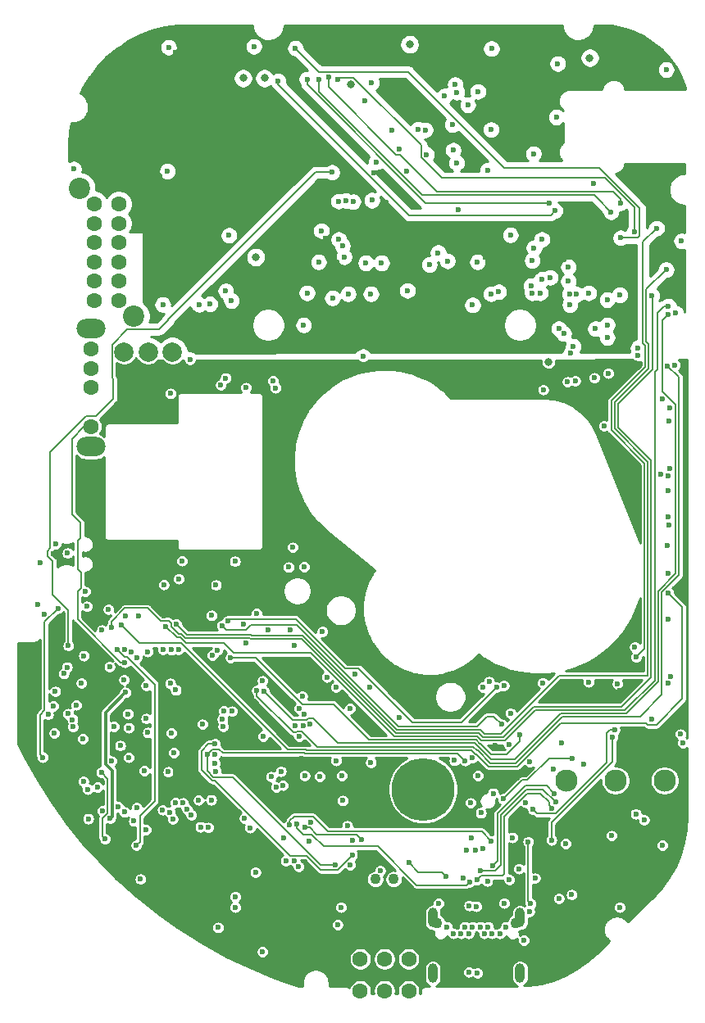
<source format=gbr>
G04 #@! TF.GenerationSoftware,KiCad,Pcbnew,5.1.6+dfsg1-1~bpo10+1*
G04 #@! TF.CreationDate,2021-06-28T17:41:37-04:00*
G04 #@! TF.ProjectId,RUSP_Mainboard,52555350-5f4d-4616-996e-626f6172642e,rev?*
G04 #@! TF.SameCoordinates,Original*
G04 #@! TF.FileFunction,Copper,L3,Inr*
G04 #@! TF.FilePolarity,Positive*
%FSLAX46Y46*%
G04 Gerber Fmt 4.6, Leading zero omitted, Abs format (unit mm)*
G04 Created by KiCad (PCBNEW 5.1.6+dfsg1-1~bpo10+1) date 2021-06-28 17:41:37*
%MOMM*%
%LPD*%
G01*
G04 APERTURE LIST*
G04 #@! TA.AperFunction,ViaPad*
%ADD10C,6.500000*%
G04 #@! TD*
G04 #@! TA.AperFunction,ViaPad*
%ADD11C,1.100000*%
G04 #@! TD*
G04 #@! TA.AperFunction,ViaPad*
%ADD12O,1.000000X2.000000*%
G04 #@! TD*
G04 #@! TA.AperFunction,ViaPad*
%ADD13C,0.600000*%
G04 #@! TD*
G04 #@! TA.AperFunction,ViaPad*
%ADD14C,2.300000*%
G04 #@! TD*
G04 #@! TA.AperFunction,ViaPad*
%ADD15O,3.000000X2.000000*%
G04 #@! TD*
G04 #@! TA.AperFunction,ViaPad*
%ADD16C,1.600000*%
G04 #@! TD*
G04 #@! TA.AperFunction,ViaPad*
%ADD17C,2.200000*%
G04 #@! TD*
G04 #@! TA.AperFunction,ViaPad*
%ADD18C,2.000000*%
G04 #@! TD*
G04 #@! TA.AperFunction,ViaPad*
%ADD19C,0.800000*%
G04 #@! TD*
G04 #@! TA.AperFunction,Conductor*
%ADD20C,0.200000*%
G04 #@! TD*
G04 #@! TA.AperFunction,Conductor*
%ADD21C,0.350000*%
G04 #@! TD*
G04 #@! TA.AperFunction,Conductor*
%ADD22C,0.254000*%
G04 #@! TD*
G04 APERTURE END LIST*
D10*
X154000000Y-134000000D03*
D11*
X149050000Y-143300000D03*
X150950000Y-143300000D03*
D12*
X155000000Y-153025000D03*
X164000000Y-153025000D03*
D11*
X155450000Y-147825000D03*
D12*
X155000000Y-147275000D03*
D11*
X163550000Y-147825000D03*
D12*
X164000000Y-147275000D03*
D13*
X161900000Y-148925000D03*
X161100000Y-148925000D03*
X160300000Y-148925000D03*
X157100000Y-148925000D03*
X157900000Y-148925000D03*
X158700000Y-148925000D03*
X162550000Y-148225000D03*
X160700000Y-148225000D03*
X159900000Y-148225000D03*
X156450000Y-148225000D03*
X158300000Y-148225000D03*
X159100000Y-148225000D03*
D14*
X168770000Y-133100000D03*
X173850000Y-133100000D03*
X178930000Y-133100000D03*
D15*
X119700000Y-86400000D03*
X119700000Y-98600000D03*
D16*
X119700000Y-88500000D03*
X119700000Y-90500000D03*
X119700000Y-92500000D03*
X119700000Y-96500000D03*
X120050000Y-73500000D03*
X120050000Y-75500000D03*
X120050000Y-77500000D03*
X120050000Y-79500000D03*
X120050000Y-81500000D03*
X120050000Y-83500000D03*
X122550000Y-73500000D03*
X122550000Y-75500000D03*
X122550000Y-77500000D03*
X122550000Y-79500000D03*
X122550000Y-81500000D03*
X122550000Y-83500000D03*
D17*
X118500000Y-71900000D03*
X124100000Y-85100000D03*
D16*
X147500000Y-151550000D03*
X147500000Y-154850000D03*
X150000000Y-151550000D03*
X150000000Y-154850000D03*
X152500000Y-151550000D03*
X152500000Y-154850000D03*
D18*
X128100000Y-88800000D03*
X123100000Y-88800000D03*
X125600000Y-88800000D03*
D13*
X116300000Y-115300000D03*
X114700000Y-130700000D03*
X150731792Y-65881792D03*
X173438916Y-138800015D03*
X145600000Y-132600000D03*
X179395151Y-106666759D03*
X179997593Y-90164786D03*
X166250000Y-81300000D03*
X167100000Y-81100000D03*
X165123506Y-81960379D03*
X167900000Y-59000000D03*
X145150000Y-147999998D03*
X127200000Y-112850000D03*
X117275000Y-109600000D03*
X157449937Y-69258906D03*
X127574936Y-70119523D03*
X180688918Y-77331086D03*
X179449990Y-94550000D03*
X180560011Y-128302177D03*
X179550597Y-122351083D03*
X174068735Y-123134135D03*
X146935121Y-122071222D03*
X166250000Y-77170000D03*
X119100000Y-113570000D03*
X127109733Y-119570701D03*
X144970985Y-123449979D03*
X146450000Y-125650000D03*
X148600010Y-131265808D03*
X137949968Y-117549990D03*
X161001039Y-65812546D03*
X157000000Y-65300000D03*
X166350000Y-123000000D03*
X135700000Y-118900000D03*
X137399998Y-122799998D03*
X140654449Y-119149977D03*
X136800000Y-115850000D03*
X159051931Y-130763909D03*
X159950000Y-136450000D03*
X158902521Y-135416328D03*
X155600000Y-145800000D03*
X164400000Y-149603737D03*
X160800000Y-122900000D03*
X146700000Y-139250000D03*
D19*
X166957122Y-89842878D03*
D13*
X179491562Y-100827209D03*
X162897865Y-143357657D03*
X171683509Y-91478098D03*
X173000000Y-87311079D03*
X173000004Y-86000000D03*
X173099979Y-90999998D03*
X129900000Y-89600000D03*
X119249990Y-115100000D03*
X138289571Y-132711738D03*
X124800000Y-143300000D03*
X158100000Y-143199996D03*
X132600000Y-112900010D03*
X140510036Y-109000000D03*
X118950010Y-120200000D03*
X120813916Y-117563916D03*
X121500000Y-115400000D03*
X129100000Y-110400000D03*
X134200000Y-83500000D03*
X180056788Y-84780504D03*
X168000000Y-145300000D03*
X169328814Y-144905570D03*
X171100006Y-82700000D03*
X128000000Y-128200000D03*
X118830745Y-128774990D03*
X121799990Y-131099988D03*
X130052297Y-136656350D03*
X125400000Y-126700000D03*
X118700000Y-123020000D03*
X127663893Y-132203743D03*
X127100000Y-83900000D03*
X127700003Y-57299997D03*
X139299590Y-132143940D03*
X159485576Y-146111532D03*
X119400000Y-137050000D03*
X134600000Y-145099979D03*
X137400000Y-150800000D03*
X131786084Y-137963916D03*
X132800000Y-148300000D03*
X114400000Y-110600000D03*
X114200000Y-114899996D03*
X119350010Y-134000000D03*
X158946668Y-139000000D03*
X163200000Y-138999998D03*
X162835228Y-129362576D03*
X124400044Y-135900000D03*
X116050000Y-108650000D03*
X114883338Y-115897623D03*
X162321155Y-123293956D03*
X146150012Y-137799979D03*
X125373636Y-138178960D03*
X158324867Y-131049990D03*
X163007305Y-126140001D03*
X144900000Y-141800000D03*
X118900000Y-133200000D03*
X131700000Y-130393180D03*
X141700000Y-111000000D03*
X115249990Y-126276416D03*
X159600000Y-153000000D03*
X130993328Y-137897923D03*
X134600000Y-146200000D03*
X158700000Y-152900000D03*
X135538257Y-137008728D03*
X132100000Y-135100016D03*
X140100000Y-111050000D03*
X115800000Y-125400000D03*
X115900000Y-128200000D03*
D19*
X171200000Y-58400000D03*
X152600000Y-57000000D03*
X137600000Y-60500000D03*
X135400000Y-60499992D03*
D13*
X115754055Y-109644213D03*
X165450000Y-78050000D03*
X159100000Y-83950000D03*
X136500000Y-57220000D03*
X172968724Y-123240770D03*
X174331713Y-123836531D03*
X174242188Y-120979959D03*
X143471711Y-76262717D03*
X145827215Y-78964952D03*
X119000000Y-116120000D03*
X127187773Y-116049977D03*
X144917713Y-118850011D03*
X134187376Y-122513332D03*
X140400000Y-120600000D03*
X134800000Y-113169998D03*
X133400000Y-144650072D03*
X138489944Y-143300042D03*
X158299990Y-132900000D03*
X161394987Y-129501112D03*
X137400000Y-132600000D03*
X131700000Y-145300000D03*
X142000000Y-152000000D03*
X138400000Y-150100000D03*
X126000000Y-110800000D03*
X114349990Y-119921900D03*
X118599750Y-130375018D03*
X126396929Y-136447687D03*
X128421074Y-132203369D03*
X147449941Y-140810473D03*
X141488916Y-130811084D03*
X169246875Y-88924999D03*
X172999998Y-83400000D03*
X168500000Y-86900000D03*
X168000000Y-86400000D03*
X160200001Y-140099999D03*
X164953238Y-146660513D03*
X166400000Y-92700000D03*
X143300000Y-132675000D03*
X164850012Y-139430015D03*
X159650000Y-132600000D03*
X168293989Y-129208897D03*
X165100000Y-145825000D03*
X142191738Y-139403485D03*
X128238916Y-130238916D03*
X129613549Y-136048059D03*
X123500021Y-126211084D03*
X174300000Y-146200000D03*
X132753679Y-119625022D03*
X127973868Y-119600476D03*
X135450021Y-116950010D03*
X133600000Y-91500000D03*
X131958051Y-83841949D03*
X130858040Y-83900000D03*
X134550000Y-110450000D03*
X120849484Y-136253375D03*
X133950000Y-76750000D03*
D19*
X139950000Y-75450000D03*
D13*
X152300000Y-70150000D03*
X157600000Y-74100000D03*
X139950000Y-64650000D03*
X158725000Y-77575000D03*
X150870000Y-77450002D03*
X125600000Y-57800000D03*
X138050000Y-79600000D03*
X153900000Y-63749990D03*
X162625000Y-61475000D03*
X161150000Y-77775000D03*
X171600000Y-71375000D03*
X153475000Y-73800000D03*
X164275000Y-59575000D03*
X173425000Y-58325000D03*
X155425000Y-56924990D03*
X142425000Y-76375000D03*
X160400000Y-79000000D03*
X145029215Y-87673184D03*
X129500000Y-65900000D03*
X128600000Y-65900000D03*
X127800000Y-65600000D03*
X127300000Y-64900000D03*
X127300000Y-64100000D03*
X125500000Y-64400000D03*
X125700000Y-65200000D03*
X125900000Y-66000000D03*
X126349997Y-66649997D03*
X127000000Y-67100002D03*
X128700000Y-67500000D03*
X129500000Y-67500000D03*
X127800000Y-67400000D03*
X129500000Y-72500000D03*
X128800000Y-72400000D03*
X128200000Y-72000000D03*
X127450000Y-71249994D03*
X125100000Y-68800000D03*
X125000000Y-68000000D03*
X125300000Y-67200000D03*
X125100000Y-66400000D03*
X124600000Y-65800000D03*
X124100000Y-65200000D03*
X120700000Y-65400000D03*
X120200000Y-65900000D03*
X122200000Y-70200000D03*
X123000000Y-70200000D03*
X126300000Y-72500000D03*
X126900000Y-73100000D03*
X127499998Y-73600000D03*
X128100000Y-64100000D03*
X128800000Y-63600000D03*
X129100000Y-62450000D03*
X129200000Y-61500000D03*
X129200000Y-60500000D03*
X129000000Y-58500000D03*
X128400000Y-57800000D03*
X124714000Y-57900000D03*
X124206000Y-58420000D03*
X123952000Y-59182000D03*
X123700000Y-59944000D03*
X123700000Y-60900000D03*
X123700000Y-61700000D03*
X123800000Y-62500000D03*
X124100000Y-63500000D03*
X124800000Y-64000000D03*
X137750000Y-73750000D03*
X168500000Y-79254099D03*
X151890000Y-76430000D03*
X148930000Y-70250000D03*
X177700000Y-74320000D03*
X145074990Y-79529721D03*
X127100000Y-82220000D03*
X143923280Y-77025228D03*
X144200000Y-78370000D03*
X150200000Y-73300000D03*
X145688023Y-135179084D03*
D19*
X166319244Y-88453338D03*
D13*
X140400000Y-60800000D03*
X129251950Y-77968051D03*
X122800000Y-64300000D03*
X122000000Y-64500000D03*
X121300002Y-64799998D03*
X123899996Y-70399996D03*
X124599998Y-70800000D03*
X125150000Y-71350000D03*
X125699998Y-72000000D03*
X121300000Y-70200002D03*
X120700004Y-69600000D03*
X119700000Y-68200002D03*
X120100000Y-68900000D03*
X119600000Y-67400004D03*
X119800000Y-66600000D03*
X126800003Y-70600003D03*
X126300000Y-70000000D03*
X125700000Y-69399994D03*
X123600000Y-64600000D03*
X126600000Y-57700000D03*
X125200000Y-132099981D03*
X129092582Y-59600011D03*
X155543243Y-78543235D03*
X154638155Y-79771718D03*
X151550000Y-67850002D03*
X165250000Y-79350000D03*
X149543576Y-142430283D03*
X161224675Y-134423621D03*
X123877013Y-119787962D03*
X158740008Y-146030006D03*
X140936084Y-137586084D03*
X158770461Y-143603692D03*
X134100000Y-120399990D03*
X163934989Y-128375512D03*
X141143288Y-142007337D03*
X122050000Y-127525735D03*
X125571866Y-128149698D03*
X140679183Y-141418164D03*
X154350014Y-68400000D03*
X165385037Y-68299991D03*
X169849989Y-82852675D03*
X169100688Y-82820021D03*
X169150000Y-83927664D03*
X169507145Y-88215897D03*
X166077834Y-82699999D03*
X165250000Y-82699998D03*
X171800000Y-86400000D03*
X138800000Y-133800004D03*
X124402185Y-120399259D03*
X117900000Y-69900000D03*
X144566942Y-70236942D03*
X140195904Y-137707130D03*
X161046724Y-139354887D03*
X117349990Y-119170000D03*
X161569672Y-123467491D03*
X133799098Y-116620061D03*
X132203679Y-120155524D03*
X171080000Y-122920000D03*
X160150000Y-123450000D03*
X153451904Y-65796565D03*
X154200000Y-65850000D03*
X163000000Y-76700000D03*
X117812337Y-127553385D03*
X169001256Y-81497498D03*
X117781055Y-126804026D03*
X179301090Y-111691092D03*
X123574951Y-127652784D03*
X179199988Y-108826944D03*
X133400000Y-125900000D03*
X128500000Y-116920000D03*
X179100000Y-80299998D03*
X178100000Y-76020000D03*
X175998684Y-120352609D03*
X141500000Y-124400000D03*
X180824990Y-129220000D03*
X127079014Y-136135793D03*
X176800000Y-137170000D03*
X127835462Y-136383426D03*
X179329977Y-123067912D03*
X128123779Y-137075807D03*
X177600000Y-126800000D03*
X128399883Y-135372708D03*
X179329998Y-116470000D03*
X129191963Y-135427750D03*
X122800000Y-117000000D03*
X179329988Y-113753318D03*
X127399989Y-117149997D03*
X179329988Y-84050605D03*
X121789337Y-117295735D03*
X177600000Y-83000000D03*
X179250032Y-90225372D03*
X136829304Y-123806564D03*
X137580420Y-123900011D03*
X179300000Y-84900008D03*
X179376670Y-95900412D03*
X141725373Y-126292010D03*
X178661080Y-93658913D03*
X141180882Y-125665699D03*
X179299704Y-101601448D03*
X141604106Y-127466337D03*
X142332028Y-127285651D03*
X178542537Y-101469749D03*
X179329978Y-105850000D03*
X134249988Y-125938009D03*
X179260872Y-103112230D03*
X140812269Y-127465731D03*
X141750000Y-137950000D03*
X147600000Y-139200000D03*
X124579833Y-116097751D03*
X123185280Y-120899979D03*
X168700000Y-139625000D03*
X123161110Y-136361101D03*
X159650000Y-61875000D03*
X128722168Y-119550000D03*
X136670261Y-142600021D03*
X122500000Y-135800000D03*
X120350000Y-133800000D03*
X158474850Y-140272913D03*
X121144129Y-139147697D03*
X120750000Y-132249990D03*
X132150010Y-116045018D03*
X131188916Y-127288916D03*
X141206962Y-128549990D03*
X141650031Y-86021094D03*
X145671082Y-77803210D03*
X133353093Y-127513078D03*
X145269115Y-77170012D03*
X133268806Y-126767817D03*
X144050000Y-122400000D03*
X162100000Y-127300000D03*
X133202825Y-117075007D03*
X140250000Y-117549990D03*
X125537120Y-119778161D03*
X124374996Y-139792808D03*
X122378760Y-119550012D03*
X146456562Y-141821271D03*
X135700000Y-92500000D03*
X116870570Y-122056301D03*
X127900000Y-93100000D03*
X117199979Y-121382500D03*
X159600000Y-79500004D03*
X149700000Y-79600000D03*
X148700000Y-73120000D03*
X148600000Y-82800000D03*
X146750000Y-73270000D03*
X148075010Y-79600000D03*
X146008719Y-73155957D03*
X146250010Y-82800000D03*
X145250000Y-73220000D03*
X144626416Y-83226416D03*
X143200000Y-79500004D03*
X142000000Y-82700000D03*
X158600000Y-63250004D03*
D19*
X146500000Y-61100000D03*
D13*
X157449998Y-61950000D03*
X156200000Y-62350000D03*
X148000000Y-62850000D03*
X157300236Y-61165093D03*
X128750000Y-112250000D03*
X162241094Y-135008906D03*
X169400000Y-130800000D03*
X167250000Y-139250000D03*
X173530780Y-128597383D03*
X165343287Y-136097509D03*
X173748741Y-127879741D03*
X145500000Y-146200000D03*
X162367607Y-145774988D03*
X163875000Y-142225000D03*
X156350000Y-143000000D03*
X152500000Y-141600000D03*
X165550010Y-143199988D03*
X175950000Y-136550000D03*
X139521157Y-133593962D03*
X132500000Y-130400000D03*
X145000000Y-131049999D03*
X132480179Y-131300000D03*
X159400000Y-140300000D03*
X167287422Y-135976336D03*
X159575000Y-143375000D03*
X167700000Y-135350000D03*
X159941967Y-142381293D03*
X160625000Y-143500000D03*
X167458820Y-131900000D03*
X167563909Y-134436091D03*
X161150000Y-141900000D03*
X167750000Y-64520000D03*
X179100000Y-59620000D03*
X161050000Y-57450000D03*
X148675000Y-60975000D03*
X172660378Y-96450343D03*
X118165723Y-125300012D03*
X156500000Y-79400000D03*
X138737348Y-92511469D03*
X152366854Y-82445018D03*
X138500010Y-91800000D03*
X175863055Y-119313055D03*
X147776949Y-89276949D03*
X168900000Y-91900000D03*
X169700000Y-91800000D03*
X157224855Y-131032963D03*
X165002967Y-131177378D03*
X143599070Y-117700928D03*
X141750010Y-132600000D03*
X132600000Y-132200000D03*
X174300000Y-82900000D03*
X169000004Y-80000000D03*
X117328439Y-126205982D03*
X137450000Y-128549990D03*
X133600000Y-82500000D03*
X116000000Y-123900000D03*
X167000000Y-73400000D03*
X142000000Y-60600000D03*
X167600000Y-74200000D03*
X139000000Y-60800000D03*
X174400000Y-73400000D03*
X144200000Y-60400000D03*
X173400000Y-74320002D03*
X143200000Y-60600000D03*
X175800000Y-76400000D03*
X145200000Y-60600000D03*
X174400000Y-77000000D03*
X140800000Y-57400000D03*
D19*
X136700000Y-79000000D03*
D13*
X149125000Y-69175000D03*
X157100000Y-67950000D03*
X160650051Y-70028957D03*
X170600000Y-131400000D03*
X130800000Y-135120002D03*
X164600000Y-135376453D03*
X161800000Y-82600000D03*
X176200000Y-88400000D03*
X161000000Y-82800000D03*
X176200000Y-89200004D03*
X133100000Y-92200000D03*
X121600000Y-121349980D03*
X136100000Y-138000000D03*
X148450012Y-123449979D03*
X127871923Y-123071923D03*
X123100000Y-122700000D03*
X151484093Y-126615907D03*
X128449990Y-123749990D03*
X125388916Y-123311084D03*
X178700000Y-139800000D03*
X121665582Y-137029113D03*
X123252708Y-124004726D03*
X139545020Y-138995626D03*
X123596978Y-130719316D03*
X142362029Y-137384207D03*
X124107859Y-137298260D03*
X139800000Y-141400000D03*
X122700000Y-129500000D03*
X123159144Y-119547461D03*
X146700008Y-140800000D03*
X132500000Y-129299989D03*
X123250000Y-116070000D03*
D20*
X114900000Y-125812404D02*
X114400001Y-126312403D01*
X116300000Y-115300000D02*
X114900000Y-116700000D01*
X114900000Y-116700000D02*
X114900000Y-125812404D01*
X114400001Y-130400001D02*
X114700000Y-130700000D01*
X114400001Y-126312403D02*
X114400001Y-130400001D01*
X158324867Y-131049990D02*
X157574950Y-130300073D01*
X132913989Y-129849999D02*
X132243181Y-129849999D01*
X134321274Y-132750001D02*
X132335999Y-132750001D01*
X141791907Y-130300073D02*
X141752917Y-130261083D01*
X157574950Y-130300073D02*
X141791907Y-130300073D01*
X131700000Y-132114002D02*
X131700000Y-130393180D01*
X144900000Y-141800000D02*
X143371273Y-141800000D01*
X141752917Y-130261083D02*
X133325073Y-130261083D01*
X132243181Y-129849999D02*
X131700000Y-130393180D01*
X132335999Y-132750001D02*
X131700000Y-132114002D01*
X133325073Y-130261083D02*
X132913989Y-129849999D01*
X143371273Y-141800000D02*
X134321274Y-132750001D01*
X164850012Y-145575012D02*
X165100000Y-145825000D01*
X164850012Y-139430015D02*
X164850012Y-145575012D01*
X149286070Y-139886070D02*
X153303691Y-143903691D01*
X141584063Y-138658327D02*
X142467319Y-138658327D01*
X140936084Y-138010348D02*
X141584063Y-138658327D01*
X158470462Y-143903691D02*
X158770461Y-143603692D01*
X143695062Y-139886070D02*
X149286070Y-139886070D01*
X142467319Y-138658327D02*
X143695062Y-139886070D01*
X153303691Y-143903691D02*
X158470462Y-143903691D01*
X140936084Y-137586084D02*
X140936084Y-138010348D01*
X136681873Y-120399990D02*
X141492610Y-125210727D01*
X148419042Y-128900030D02*
X159450258Y-128900030D01*
X159450258Y-128900030D02*
X159860262Y-129310034D01*
X160969455Y-130374798D02*
X162606336Y-130374798D01*
X159860262Y-129310034D02*
X159904691Y-129310034D01*
X159904691Y-129310034D02*
X160969455Y-130374798D01*
X141492610Y-125210727D02*
X144729739Y-125210727D01*
X134100000Y-120399990D02*
X136681873Y-120399990D01*
X144729739Y-125210727D02*
X148419042Y-128900030D01*
X163934989Y-129046145D02*
X163934989Y-128375512D01*
X162606336Y-130374798D02*
X163934989Y-129046145D01*
X140644575Y-136834195D02*
X142626030Y-136834195D01*
X160041826Y-138349989D02*
X161046724Y-139354887D01*
X144141824Y-138349989D02*
X160041826Y-138349989D01*
X142626030Y-136834195D02*
X144141824Y-138349989D01*
X140195904Y-137707130D02*
X140195904Y-137282866D01*
X140195904Y-137282866D02*
X140644575Y-136834195D01*
X144566942Y-70236942D02*
X143013056Y-70236942D01*
X117349990Y-115535988D02*
X117349990Y-119170000D01*
X115737499Y-110441659D02*
X115737499Y-113923497D01*
X115204054Y-109380212D02*
X115204054Y-109908214D01*
X122000000Y-93654000D02*
X120204001Y-95449999D01*
X119195999Y-95449999D02*
X115490054Y-99155944D01*
X122000000Y-91600000D02*
X122000000Y-93654000D01*
X120204001Y-95449999D02*
X119195999Y-95449999D01*
X115204054Y-109908214D02*
X115737499Y-110441659D01*
X115490054Y-99155944D02*
X115490054Y-109094212D01*
X115737499Y-113923497D02*
X117349990Y-115535988D01*
X115490054Y-109094212D02*
X115204054Y-109380212D01*
X123451999Y-86450001D02*
X126749999Y-86450001D01*
X121849999Y-88052001D02*
X123451999Y-86450001D01*
X122000000Y-91600000D02*
X121849999Y-91449999D01*
X121849999Y-91449999D02*
X121849999Y-88052001D01*
X127650001Y-85549999D02*
X127650001Y-85449999D01*
X126749999Y-86450001D02*
X127650001Y-85549999D01*
X142863058Y-70236942D02*
X143013056Y-70236942D01*
X127650001Y-85449999D02*
X142863058Y-70236942D01*
X134019159Y-116400000D02*
X133799098Y-116620061D01*
X161569672Y-123467491D02*
X157937163Y-127100000D01*
X140850000Y-116400000D02*
X134019159Y-116400000D01*
X147321221Y-121521221D02*
X145971221Y-121521221D01*
X152900000Y-127100000D02*
X147321221Y-121521221D01*
X157937163Y-127100000D02*
X152900000Y-127100000D01*
X145971221Y-121521221D02*
X140850000Y-116400000D01*
X128500000Y-116920000D02*
X129579988Y-117999988D01*
X162002902Y-128251089D02*
X167996728Y-122257263D01*
X129579988Y-117999988D02*
X136158980Y-117999988D01*
X136158980Y-117999988D02*
X136258992Y-118100000D01*
X177199965Y-100164945D02*
X173774978Y-96739958D01*
X173774978Y-96739958D02*
X173774978Y-94010042D01*
X159885195Y-127849997D02*
X160295199Y-128260001D01*
X173774978Y-94010042D02*
X177300011Y-90485009D01*
X177300011Y-87991019D02*
X177050000Y-87741008D01*
X177050000Y-87741008D02*
X177050000Y-82349998D01*
X151296423Y-127849997D02*
X159885195Y-127849997D01*
X177300011Y-90485009D02*
X177300011Y-87991019D01*
X177050000Y-82349998D02*
X179100000Y-80299998D01*
X177199965Y-122257263D02*
X177199965Y-100164945D01*
X167996728Y-122257263D02*
X177199965Y-122257263D01*
X160295199Y-128260001D02*
X160832116Y-128260001D01*
X160832116Y-128260001D02*
X160841028Y-128251089D01*
X160841028Y-128251089D02*
X162002902Y-128251089D01*
X141546426Y-118100000D02*
X151296423Y-127849997D01*
X136258992Y-118100000D02*
X141546426Y-118100000D01*
X176699989Y-87885987D02*
X176950001Y-88135999D01*
X176950001Y-90340029D02*
X173424967Y-93865063D01*
X176699989Y-77420011D02*
X176699989Y-87885987D01*
X176849954Y-119501339D02*
X175998684Y-120352609D01*
X176950001Y-88135999D02*
X176950001Y-90340029D01*
X173424968Y-96884938D02*
X176849954Y-100309924D01*
X178100000Y-76020000D02*
X176699989Y-77420011D01*
X173424967Y-93865063D02*
X173424968Y-96884938D01*
X176849954Y-100309924D02*
X176849954Y-119501339D01*
X159469590Y-130360065D02*
X160757123Y-131647598D01*
X159015323Y-129950065D02*
X159425323Y-130360065D01*
X180750000Y-124670000D02*
X180750000Y-115173330D01*
X122800000Y-117000000D02*
X124704620Y-118904620D01*
X124704620Y-118904620D02*
X128999650Y-118904620D01*
X180750000Y-115173330D02*
X179329988Y-113753318D01*
X176985999Y-127150001D02*
X177185999Y-127350001D01*
X168216331Y-127150001D02*
X176985999Y-127150001D01*
X177185999Y-127350001D02*
X178069999Y-127350001D01*
X140006103Y-129911073D02*
X141897897Y-129911073D01*
X141897897Y-129911073D02*
X141936886Y-129950062D01*
X128999650Y-118904620D02*
X140006103Y-129911073D01*
X163718734Y-131647598D02*
X168216331Y-127150001D01*
X141936886Y-129950062D02*
X159015323Y-129950065D01*
X178069999Y-127350001D02*
X180750000Y-124670000D01*
X159425323Y-130360065D02*
X159469590Y-130360065D01*
X160757123Y-131647598D02*
X163718734Y-131647598D01*
X165581266Y-125799956D02*
X174847256Y-125799956D01*
X127399989Y-117149997D02*
X128550014Y-118300022D01*
X177899987Y-90875013D02*
X178186079Y-90588921D01*
X174847256Y-125799956D02*
X177899987Y-122747225D01*
X178186079Y-90588921D02*
X178186079Y-84770250D01*
X159595237Y-128550019D02*
X160005241Y-128960023D01*
X177899987Y-122747225D02*
X177899987Y-90875013D01*
X162430111Y-128951111D02*
X165581266Y-125799956D01*
X178186079Y-84770250D02*
X178905724Y-84050605D01*
X161130986Y-128951111D02*
X162430111Y-128951111D01*
X151006465Y-128550019D02*
X159595237Y-128550019D01*
X128550014Y-118300022D02*
X128890042Y-118300022D01*
X129490042Y-118900022D02*
X133364024Y-118900022D01*
X142381445Y-119924999D02*
X151006465Y-128550019D01*
X178905724Y-84050605D02*
X179329988Y-84050605D01*
X133364024Y-118900022D02*
X134389001Y-119924999D01*
X160005241Y-128960023D02*
X161122074Y-128960023D01*
X128890042Y-118300022D02*
X129490042Y-118900022D01*
X161122074Y-128960023D02*
X161130986Y-128951111D01*
X134389001Y-119924999D02*
X142381445Y-119924999D01*
X174124989Y-96594979D02*
X174124989Y-94155021D01*
X162285132Y-128601100D02*
X165436287Y-125449945D01*
X160986007Y-128601100D02*
X162285132Y-128601100D01*
X136164001Y-118499999D02*
X141451435Y-118499999D01*
X121789337Y-117295735D02*
X121789337Y-116666661D01*
X177549976Y-122402246D02*
X177549976Y-100019966D01*
X151151444Y-128200008D02*
X159740216Y-128200008D01*
X128716009Y-117950011D02*
X129035021Y-117950011D01*
X165436287Y-125449945D02*
X174502277Y-125449945D01*
X121789337Y-116666661D02*
X123185999Y-115269999D01*
X174124989Y-94155021D02*
X177650022Y-90629988D01*
X127949999Y-117184001D02*
X128716009Y-117950011D01*
X159740216Y-128200008D02*
X160150220Y-128610012D01*
X136014001Y-118349999D02*
X136164001Y-118499999D01*
X127714229Y-116599987D02*
X127949999Y-116835757D01*
X126865985Y-116599987D02*
X127714229Y-116599987D01*
X174502277Y-125449945D02*
X177549976Y-122402246D01*
X129035021Y-117950011D02*
X129435009Y-118349999D01*
X160150220Y-128610012D02*
X160977095Y-128610012D01*
X141451435Y-118499999D02*
X151151444Y-128200008D01*
X177650022Y-90629988D02*
X177650022Y-83050022D01*
X127949999Y-116835757D02*
X127949999Y-117184001D01*
X177549976Y-100019966D02*
X174124989Y-96594979D01*
X160977095Y-128610012D02*
X160986007Y-128601100D01*
X177650022Y-83050022D02*
X177600000Y-83000000D01*
X123185999Y-115269999D02*
X125535997Y-115269999D01*
X125535997Y-115269999D02*
X126865985Y-116599987D01*
X129435009Y-118349999D02*
X136014001Y-118349999D01*
X160902102Y-131297587D02*
X159614569Y-130010054D01*
X176406020Y-126499978D02*
X168371363Y-126499978D01*
X178649987Y-124256011D02*
X176406020Y-126499978D01*
X168371363Y-126499978D02*
X163573754Y-131297587D01*
X163573754Y-131297587D02*
X160902102Y-131297587D01*
X143071026Y-129600052D02*
X141470963Y-127999989D01*
X141470963Y-127999989D02*
X140942961Y-127999989D01*
X178649987Y-113639057D02*
X178649987Y-124256011D01*
X140942961Y-127999989D02*
X140816722Y-128126228D01*
X140816722Y-128126228D02*
X140573538Y-128126228D01*
X180399991Y-111889053D02*
X178649987Y-113639057D01*
X159570302Y-130010054D02*
X159160300Y-129600052D01*
X180399991Y-91375331D02*
X180399991Y-111889053D01*
X159160300Y-129600052D02*
X143071026Y-129600052D01*
X159614569Y-130010054D02*
X159570302Y-130010054D01*
X136829304Y-124381994D02*
X136829304Y-123806564D01*
X179250032Y-90225372D02*
X180399991Y-91375331D01*
X140573538Y-128126228D02*
X136829304Y-124381994D01*
X174992235Y-126149967D02*
X178250000Y-122892202D01*
X163428775Y-130947576D02*
X168226384Y-126149967D01*
X178250000Y-122892202D02*
X178250000Y-113520000D01*
X168226384Y-126149967D02*
X174992235Y-126149967D01*
X137580420Y-123900011D02*
X140522772Y-126842363D01*
X141989022Y-126842363D02*
X142126556Y-126704829D01*
X159305279Y-129250041D02*
X159715281Y-129660043D01*
X142126556Y-126704829D02*
X142640827Y-126704829D01*
X142640827Y-126704829D02*
X145186039Y-129250041D01*
X145186039Y-129250041D02*
X159305279Y-129250041D01*
X178700031Y-92920031D02*
X178700031Y-85499977D01*
X178250000Y-113520000D02*
X180041563Y-111728437D01*
X140522772Y-126842363D02*
X141989022Y-126842363D01*
X159759548Y-129660043D02*
X161047081Y-130947576D01*
X180041563Y-94261563D02*
X178700031Y-92920031D01*
X159715281Y-129660043D02*
X159759548Y-129660043D01*
X161047081Y-130947576D02*
X163428775Y-130947576D01*
X178700031Y-85499977D02*
X179300000Y-84900008D01*
X180041563Y-111728437D02*
X180041563Y-94261563D01*
X143003982Y-138700000D02*
X147100000Y-138700000D01*
X141750000Y-137950000D02*
X142253982Y-137950000D01*
X142253982Y-137950000D02*
X143003982Y-138700000D01*
X147100000Y-138700000D02*
X147600000Y-139200000D01*
X117700000Y-105557498D02*
X118612501Y-106469999D01*
X120100000Y-96500000D02*
X118968630Y-96500000D01*
X118299999Y-113555999D02*
X118299999Y-116438962D01*
X118299999Y-116438962D02*
X122761016Y-120899979D01*
X118968630Y-96500000D02*
X117700000Y-97768630D01*
X117700000Y-97768630D02*
X117700000Y-105557498D01*
X118612501Y-106469999D02*
X118612501Y-108048157D01*
X118612501Y-108048157D02*
X118334499Y-108326159D01*
X118334499Y-111271997D02*
X118636092Y-111573590D01*
X118334499Y-108326159D02*
X118334499Y-111271997D01*
X118636092Y-111573590D02*
X118636092Y-113219906D01*
X118636092Y-113219906D02*
X118299999Y-113555999D01*
X122761016Y-120899979D02*
X123185280Y-120899979D01*
X121144129Y-139147697D02*
X120844130Y-138847698D01*
X120844130Y-138847698D02*
X120844130Y-137036561D01*
X120844130Y-137036561D02*
X121401580Y-136479111D01*
X121401580Y-132901570D02*
X120750000Y-132249990D01*
X121401580Y-136479111D02*
X121401580Y-132901570D01*
X159550010Y-127499990D02*
X151441406Y-127499990D01*
X136214772Y-116999261D02*
X135714022Y-117500011D01*
X140940677Y-116999261D02*
X136214772Y-116999261D01*
X151441406Y-127499990D02*
X140940677Y-116999261D01*
X160550000Y-126500000D02*
X159550010Y-127499990D01*
X161300000Y-126500000D02*
X160550000Y-126500000D01*
X162100000Y-127300000D02*
X161300000Y-126500000D01*
X135714022Y-117500011D02*
X133627829Y-117500011D01*
X133627829Y-117500011D02*
X133202825Y-117075007D01*
X123178725Y-120349977D02*
X122378760Y-119550012D01*
X124374996Y-139792808D02*
X124750001Y-139417803D01*
X126270108Y-135243894D02*
X126270108Y-123170803D01*
X124750001Y-139417803D02*
X124750001Y-136764001D01*
X123449282Y-120349977D02*
X123178725Y-120349977D01*
X124750001Y-136764001D02*
X126270108Y-135243894D01*
X126270108Y-123170803D02*
X123449282Y-120349977D01*
X164750000Y-133050000D02*
X167000000Y-130800000D01*
X167000000Y-130800000D02*
X169400000Y-130800000D01*
X162241094Y-135008906D02*
X164200000Y-133050000D01*
X164200000Y-133050000D02*
X164750000Y-133050000D01*
X167250000Y-139100000D02*
X167250000Y-139250000D01*
X167250000Y-139250000D02*
X167250000Y-137444988D01*
X173530780Y-131164208D02*
X173530780Y-128597383D01*
X167250000Y-137444988D02*
X173530780Y-131164208D01*
X167673661Y-136526337D02*
X172980778Y-131219220D01*
X172980778Y-131219220D02*
X172980778Y-128223440D01*
X165772115Y-136526337D02*
X167673661Y-136526337D01*
X173324477Y-127879741D02*
X173748741Y-127879741D01*
X165343287Y-136097509D02*
X165772115Y-136526337D01*
X172980778Y-128223440D02*
X173324477Y-127879741D01*
X153500000Y-142600000D02*
X152500000Y-141600000D01*
X156350000Y-143000000D02*
X155950000Y-142600000D01*
X155950000Y-142600000D02*
X153500000Y-142600000D01*
X167287422Y-135976336D02*
X166987423Y-135676337D01*
X166987423Y-135676337D02*
X166987423Y-135322621D01*
X160025000Y-142925000D02*
X159575000Y-143375000D01*
X162350013Y-142799987D02*
X162225000Y-142925000D01*
X162350013Y-136812438D02*
X162350013Y-142799987D01*
X162225000Y-142925000D02*
X160025000Y-142925000D01*
X166987423Y-135322621D02*
X166104801Y-134439999D01*
X166104801Y-134439999D02*
X164722452Y-134439999D01*
X164722452Y-134439999D02*
X162350013Y-136812438D01*
X162000002Y-136667459D02*
X162000002Y-141864000D01*
X161414001Y-142450001D02*
X160010676Y-142450002D01*
X164667460Y-134000001D02*
X162000002Y-136667459D01*
X166350001Y-134000001D02*
X164667460Y-134000001D01*
X160010676Y-142450002D02*
X159941967Y-142381293D01*
X162000002Y-141864000D02*
X161414001Y-142450001D01*
X167700000Y-135350000D02*
X166350001Y-134000001D01*
X161649991Y-136522480D02*
X161649991Y-141400009D01*
X166777808Y-133649990D02*
X164522481Y-133649990D01*
X167563909Y-134436091D02*
X166777808Y-133649990D01*
X164522481Y-133649990D02*
X161649991Y-136522480D01*
X161649991Y-141400009D02*
X161150000Y-141900000D01*
X142000000Y-61158990D02*
X142000000Y-60600000D01*
X167000000Y-73400000D02*
X154241010Y-73400000D01*
X154241010Y-73400000D02*
X142000000Y-61158990D01*
X139000000Y-61134002D02*
X139000000Y-60800000D01*
X167600000Y-74200000D02*
X167149999Y-74650001D01*
X152515999Y-74650001D02*
X139000000Y-61134002D01*
X167149999Y-74650001D02*
X152515999Y-74650001D01*
X174400000Y-72975736D02*
X173624264Y-72200000D01*
X174400000Y-73400000D02*
X174400000Y-72975736D01*
X151600003Y-68400003D02*
X151200003Y-68400003D01*
X173624264Y-72200000D02*
X155400000Y-72200000D01*
X155400000Y-72200000D02*
X151600003Y-68400003D01*
X151200003Y-68400003D02*
X144200000Y-61400000D01*
X144200000Y-61400000D02*
X144200000Y-60400000D01*
X173400000Y-74320002D02*
X172000000Y-72920002D01*
X172000000Y-72920002D02*
X171649997Y-72569999D01*
X153905997Y-72569999D02*
X143200000Y-61864002D01*
X171649997Y-72569999D02*
X153905997Y-72569999D01*
X143200000Y-61864002D02*
X143200000Y-60600000D01*
X146812001Y-60449999D02*
X145350001Y-60449999D01*
X175800000Y-73880748D02*
X172744251Y-70824999D01*
X153800013Y-67438011D02*
X146812001Y-60449999D01*
X145350001Y-60449999D02*
X145200000Y-60600000D01*
X175800000Y-76400000D02*
X175800000Y-73880748D01*
X155961011Y-70824999D02*
X153800013Y-68664001D01*
X172744251Y-70824999D02*
X155961011Y-70824999D01*
X153800013Y-68664001D02*
X153800013Y-67438011D01*
X143249999Y-59849999D02*
X140800000Y-57400000D01*
X152449999Y-59849999D02*
X143249999Y-59849999D01*
X176177934Y-77000000D02*
X176350001Y-76827933D01*
X176350001Y-76827933D02*
X176350001Y-73935761D01*
X174400000Y-77000000D02*
X176177934Y-77000000D01*
X162364956Y-69764956D02*
X152449999Y-59849999D01*
X176350001Y-73935761D02*
X172179196Y-69764956D01*
X172179196Y-69764956D02*
X162364956Y-69764956D01*
D21*
X121665582Y-137029113D02*
X121874999Y-136819696D01*
X121174989Y-131399989D02*
X121174989Y-126082445D01*
X121174989Y-126082445D02*
X123252708Y-124004726D01*
X121874999Y-132099999D02*
X121174989Y-131399989D01*
X121874999Y-136819696D02*
X121874999Y-132099999D01*
D20*
X145150007Y-142350001D02*
X143426286Y-142350001D01*
X131836019Y-129299989D02*
X132500000Y-129299989D01*
X140250521Y-140868163D02*
X132482370Y-133100012D01*
X131100010Y-130035998D02*
X131836019Y-129299989D01*
X132191020Y-133100012D02*
X131100010Y-132009002D01*
X131100010Y-132009002D02*
X131100010Y-130035998D01*
X146700008Y-140800000D02*
X145150007Y-142350001D01*
X132482370Y-133100012D02*
X132191020Y-133100012D01*
X141944446Y-140868163D02*
X140250521Y-140868163D01*
X143426286Y-142350001D02*
X141944446Y-140868163D01*
D22*
G36*
X136340000Y-55034877D02*
G01*
X136343481Y-55070221D01*
X136343481Y-55082547D01*
X136344518Y-55092406D01*
X136365185Y-55276658D01*
X136378556Y-55339567D01*
X136391062Y-55402726D01*
X136393994Y-55412196D01*
X136450055Y-55588925D01*
X136475390Y-55648036D01*
X136499928Y-55707571D01*
X136504644Y-55716291D01*
X136593965Y-55878765D01*
X136630299Y-55931830D01*
X136665933Y-55985462D01*
X136672252Y-55993100D01*
X136791429Y-56135129D01*
X136837378Y-56180125D01*
X136882749Y-56225814D01*
X136890431Y-56232079D01*
X137034926Y-56348256D01*
X137088771Y-56383491D01*
X137142121Y-56419476D01*
X137150874Y-56424130D01*
X137315183Y-56510029D01*
X137374831Y-56534128D01*
X137434172Y-56559073D01*
X137443662Y-56561938D01*
X137621526Y-56614286D01*
X137684709Y-56626339D01*
X137747773Y-56639284D01*
X137757639Y-56640251D01*
X137942282Y-56657055D01*
X138006600Y-56656606D01*
X138070984Y-56657055D01*
X138080850Y-56656087D01*
X138265242Y-56636706D01*
X138328252Y-56623772D01*
X138391485Y-56611710D01*
X138400975Y-56608844D01*
X138400977Y-56608843D01*
X138400979Y-56608843D01*
X138400981Y-56608842D01*
X138578091Y-56554018D01*
X138637371Y-56529099D01*
X138697080Y-56504975D01*
X138705833Y-56500321D01*
X138868926Y-56412137D01*
X138922262Y-56376161D01*
X138976124Y-56340915D01*
X138983806Y-56334649D01*
X139126665Y-56216465D01*
X139172001Y-56170811D01*
X139217983Y-56125782D01*
X139224302Y-56118144D01*
X139341485Y-55974464D01*
X139377091Y-55920873D01*
X139413452Y-55867769D01*
X139418167Y-55859048D01*
X139505211Y-55695343D01*
X139529729Y-55635857D01*
X139555085Y-55576697D01*
X139558014Y-55567233D01*
X139558015Y-55567231D01*
X139558016Y-55567227D01*
X139611604Y-55389734D01*
X139624097Y-55326640D01*
X139637482Y-55263667D01*
X139638518Y-55253808D01*
X139656561Y-55069792D01*
X139660000Y-55034877D01*
X139660000Y-55010000D01*
X168340000Y-55010000D01*
X168340000Y-55034877D01*
X168343481Y-55070221D01*
X168343481Y-55082547D01*
X168344518Y-55092406D01*
X168365185Y-55276658D01*
X168378556Y-55339567D01*
X168391062Y-55402726D01*
X168393994Y-55412196D01*
X168450055Y-55588925D01*
X168475390Y-55648036D01*
X168499928Y-55707571D01*
X168504644Y-55716291D01*
X168593965Y-55878765D01*
X168630299Y-55931830D01*
X168665933Y-55985462D01*
X168672252Y-55993100D01*
X168791429Y-56135129D01*
X168837378Y-56180125D01*
X168882749Y-56225814D01*
X168890431Y-56232079D01*
X169034926Y-56348256D01*
X169088771Y-56383491D01*
X169142121Y-56419476D01*
X169150874Y-56424130D01*
X169315183Y-56510029D01*
X169374831Y-56534128D01*
X169434172Y-56559073D01*
X169443662Y-56561938D01*
X169621526Y-56614286D01*
X169684709Y-56626339D01*
X169747773Y-56639284D01*
X169757639Y-56640251D01*
X169942282Y-56657055D01*
X170006600Y-56656606D01*
X170070984Y-56657055D01*
X170080850Y-56656087D01*
X170265242Y-56636706D01*
X170328252Y-56623772D01*
X170391485Y-56611710D01*
X170400975Y-56608844D01*
X170400977Y-56608843D01*
X170400979Y-56608843D01*
X170400981Y-56608842D01*
X170578091Y-56554018D01*
X170637371Y-56529099D01*
X170697080Y-56504975D01*
X170705833Y-56500321D01*
X170868926Y-56412137D01*
X170922262Y-56376161D01*
X170976124Y-56340915D01*
X170983806Y-56334649D01*
X171126665Y-56216465D01*
X171172001Y-56170811D01*
X171217983Y-56125782D01*
X171224302Y-56118144D01*
X171341485Y-55974464D01*
X171377091Y-55920873D01*
X171413452Y-55867769D01*
X171418167Y-55859048D01*
X171505211Y-55695343D01*
X171529729Y-55635857D01*
X171555085Y-55576697D01*
X171558014Y-55567233D01*
X171558015Y-55567231D01*
X171558016Y-55567227D01*
X171611604Y-55389734D01*
X171624097Y-55326640D01*
X171637482Y-55263667D01*
X171638518Y-55253808D01*
X171656561Y-55069792D01*
X171660000Y-55034877D01*
X171660000Y-55010000D01*
X172237687Y-55010000D01*
X173424170Y-55084647D01*
X174569981Y-55303222D01*
X175679362Y-55663682D01*
X176734813Y-56160339D01*
X177719703Y-56785370D01*
X178618480Y-57528903D01*
X179416987Y-58379228D01*
X180102621Y-59322922D01*
X180664575Y-60345110D01*
X181101320Y-61448203D01*
X181101528Y-61448859D01*
X181101210Y-61635463D01*
X174847189Y-61639545D01*
X174844650Y-61616905D01*
X174831274Y-61553977D01*
X174818771Y-61490832D01*
X174815840Y-61481362D01*
X174786334Y-61388347D01*
X174760978Y-61329187D01*
X174736461Y-61269705D01*
X174731746Y-61260985D01*
X174684735Y-61175472D01*
X174648390Y-61122391D01*
X174612765Y-61068772D01*
X174606446Y-61061134D01*
X174543721Y-60986382D01*
X174497756Y-60941370D01*
X174452404Y-60895700D01*
X174444722Y-60889435D01*
X174368672Y-60828289D01*
X174314836Y-60793059D01*
X174261475Y-60757067D01*
X174252722Y-60752413D01*
X174166242Y-60707203D01*
X174106597Y-60683105D01*
X174047259Y-60658161D01*
X174037768Y-60655296D01*
X173944157Y-60627744D01*
X173880965Y-60615690D01*
X173817905Y-60602745D01*
X173808039Y-60601778D01*
X173710856Y-60592934D01*
X173646542Y-60593383D01*
X173582161Y-60592934D01*
X173572295Y-60593901D01*
X173475247Y-60604101D01*
X173412203Y-60617042D01*
X173348999Y-60629099D01*
X173339509Y-60631964D01*
X173246290Y-60660820D01*
X173186991Y-60685747D01*
X173127298Y-60709865D01*
X173118545Y-60714519D01*
X173032708Y-60760932D01*
X172979388Y-60796898D01*
X172925514Y-60832152D01*
X172917832Y-60838418D01*
X172842643Y-60900619D01*
X172797311Y-60946269D01*
X172751327Y-60991299D01*
X172745008Y-60998938D01*
X172683332Y-61074559D01*
X172647728Y-61128147D01*
X172611359Y-61181262D01*
X172606644Y-61189983D01*
X172560832Y-61276144D01*
X172536321Y-61335612D01*
X172510962Y-61394780D01*
X172508031Y-61404249D01*
X172479826Y-61497667D01*
X172467328Y-61560787D01*
X172453946Y-61623743D01*
X172452910Y-61633602D01*
X172452283Y-61640000D01*
X169115123Y-61640000D01*
X169080225Y-61643437D01*
X169073738Y-61643437D01*
X169063879Y-61644473D01*
X169021913Y-61649180D01*
X169010816Y-61650273D01*
X169010022Y-61650514D01*
X168966905Y-61655350D01*
X168903977Y-61668726D01*
X168840832Y-61681229D01*
X168831362Y-61684160D01*
X168738347Y-61713666D01*
X168679187Y-61739022D01*
X168619705Y-61763539D01*
X168610985Y-61768254D01*
X168525472Y-61815265D01*
X168472391Y-61851610D01*
X168418772Y-61887235D01*
X168411134Y-61893554D01*
X168336382Y-61956279D01*
X168291370Y-62002244D01*
X168245700Y-62047596D01*
X168239435Y-62055278D01*
X168178289Y-62131328D01*
X168143059Y-62185164D01*
X168107067Y-62238525D01*
X168102413Y-62247278D01*
X168057203Y-62333758D01*
X168033105Y-62393403D01*
X168008161Y-62452741D01*
X168005296Y-62462232D01*
X167977744Y-62555843D01*
X167965690Y-62619035D01*
X167952745Y-62682095D01*
X167951778Y-62691961D01*
X167942934Y-62789144D01*
X167943383Y-62853458D01*
X167942934Y-62917839D01*
X167943901Y-62927705D01*
X167954101Y-63024754D01*
X167967045Y-63087811D01*
X167979099Y-63151001D01*
X167981964Y-63160491D01*
X168010820Y-63253710D01*
X168035752Y-63313021D01*
X168059865Y-63372702D01*
X168064519Y-63381454D01*
X168110932Y-63467292D01*
X168146898Y-63520612D01*
X168182152Y-63574486D01*
X168188417Y-63582168D01*
X168250619Y-63657357D01*
X168296269Y-63702689D01*
X168341299Y-63748673D01*
X168348938Y-63754992D01*
X168424559Y-63816668D01*
X168440001Y-63826928D01*
X168440001Y-63887711D01*
X168346028Y-63793738D01*
X168192889Y-63691414D01*
X168022729Y-63620932D01*
X167842089Y-63585000D01*
X167657911Y-63585000D01*
X167477271Y-63620932D01*
X167307111Y-63691414D01*
X167153972Y-63793738D01*
X167023738Y-63923972D01*
X166921414Y-64077111D01*
X166850932Y-64247271D01*
X166815000Y-64427911D01*
X166815000Y-64612089D01*
X166850932Y-64792729D01*
X166921414Y-64962889D01*
X167023738Y-65116028D01*
X167153972Y-65246262D01*
X167307111Y-65348586D01*
X167477271Y-65419068D01*
X167657911Y-65455000D01*
X167842089Y-65455000D01*
X168022729Y-65419068D01*
X168192889Y-65348586D01*
X168346028Y-65246262D01*
X168440001Y-65152289D01*
X168440000Y-67173131D01*
X168418772Y-67187235D01*
X168411134Y-67193554D01*
X168336382Y-67256279D01*
X168291370Y-67302244D01*
X168245700Y-67347596D01*
X168239435Y-67355278D01*
X168178289Y-67431328D01*
X168143059Y-67485164D01*
X168107067Y-67538525D01*
X168102413Y-67547278D01*
X168057203Y-67633758D01*
X168033105Y-67693403D01*
X168008161Y-67752741D01*
X168005296Y-67762232D01*
X167977744Y-67855843D01*
X167965690Y-67919035D01*
X167952745Y-67982095D01*
X167951778Y-67991961D01*
X167942934Y-68089144D01*
X167943383Y-68153458D01*
X167942934Y-68217839D01*
X167943901Y-68227705D01*
X167954101Y-68324754D01*
X167967045Y-68387811D01*
X167979099Y-68451001D01*
X167981964Y-68460491D01*
X168010820Y-68553710D01*
X168035752Y-68613021D01*
X168059865Y-68672702D01*
X168064519Y-68681454D01*
X168110932Y-68767292D01*
X168146898Y-68820612D01*
X168182152Y-68874486D01*
X168188417Y-68882168D01*
X168250619Y-68957357D01*
X168296269Y-69002689D01*
X168322970Y-69029956D01*
X165975523Y-69029956D01*
X165981065Y-69026253D01*
X166111299Y-68896019D01*
X166213623Y-68742880D01*
X166284105Y-68572720D01*
X166320037Y-68392080D01*
X166320037Y-68207902D01*
X166284105Y-68027262D01*
X166213623Y-67857102D01*
X166111299Y-67703963D01*
X165981065Y-67573729D01*
X165827926Y-67471405D01*
X165657766Y-67400923D01*
X165477126Y-67364991D01*
X165292948Y-67364991D01*
X165112308Y-67400923D01*
X164942148Y-67471405D01*
X164789009Y-67573729D01*
X164658775Y-67703963D01*
X164556451Y-67857102D01*
X164485969Y-68027262D01*
X164450037Y-68207902D01*
X164450037Y-68392080D01*
X164485969Y-68572720D01*
X164556451Y-68742880D01*
X164658775Y-68896019D01*
X164789009Y-69026253D01*
X164794551Y-69029956D01*
X162669403Y-69029956D01*
X159359904Y-65720457D01*
X160066039Y-65720457D01*
X160066039Y-65904635D01*
X160101971Y-66085275D01*
X160172453Y-66255435D01*
X160274777Y-66408574D01*
X160405011Y-66538808D01*
X160558150Y-66641132D01*
X160728310Y-66711614D01*
X160908950Y-66747546D01*
X161093128Y-66747546D01*
X161273768Y-66711614D01*
X161443928Y-66641132D01*
X161597067Y-66538808D01*
X161727301Y-66408574D01*
X161829625Y-66255435D01*
X161900107Y-66085275D01*
X161936039Y-65904635D01*
X161936039Y-65720457D01*
X161900107Y-65539817D01*
X161829625Y-65369657D01*
X161727301Y-65216518D01*
X161597067Y-65086284D01*
X161443928Y-64983960D01*
X161273768Y-64913478D01*
X161093128Y-64877546D01*
X160908950Y-64877546D01*
X160728310Y-64913478D01*
X160558150Y-64983960D01*
X160405011Y-65086284D01*
X160274777Y-65216518D01*
X160172453Y-65369657D01*
X160101971Y-65539817D01*
X160066039Y-65720457D01*
X159359904Y-65720457D01*
X156747880Y-63108433D01*
X156796028Y-63076262D01*
X156926262Y-62946028D01*
X157028586Y-62792889D01*
X157030498Y-62788274D01*
X157177269Y-62849068D01*
X157357909Y-62885000D01*
X157542087Y-62885000D01*
X157722727Y-62849068D01*
X157760521Y-62833413D01*
X157700932Y-62977275D01*
X157665000Y-63157915D01*
X157665000Y-63342093D01*
X157700932Y-63522733D01*
X157771414Y-63692893D01*
X157873738Y-63846032D01*
X158003972Y-63976266D01*
X158157111Y-64078590D01*
X158327271Y-64149072D01*
X158507911Y-64185004D01*
X158692089Y-64185004D01*
X158872729Y-64149072D01*
X159042889Y-64078590D01*
X159196028Y-63976266D01*
X159326262Y-63846032D01*
X159428586Y-63692893D01*
X159499068Y-63522733D01*
X159535000Y-63342093D01*
X159535000Y-63157915D01*
X159499068Y-62977275D01*
X159428586Y-62807115D01*
X159410986Y-62780774D01*
X159557911Y-62810000D01*
X159742089Y-62810000D01*
X159922729Y-62774068D01*
X160092889Y-62703586D01*
X160246028Y-62601262D01*
X160376262Y-62471028D01*
X160478586Y-62317889D01*
X160549068Y-62147729D01*
X160585000Y-61967089D01*
X160585000Y-61782911D01*
X160549068Y-61602271D01*
X160478586Y-61432111D01*
X160376262Y-61278972D01*
X160246028Y-61148738D01*
X160092889Y-61046414D01*
X159922729Y-60975932D01*
X159742089Y-60940000D01*
X159557911Y-60940000D01*
X159377271Y-60975932D01*
X159207111Y-61046414D01*
X159053972Y-61148738D01*
X158923738Y-61278972D01*
X158821414Y-61432111D01*
X158750932Y-61602271D01*
X158715000Y-61782911D01*
X158715000Y-61967089D01*
X158750932Y-62147729D01*
X158821414Y-62317889D01*
X158839014Y-62344230D01*
X158692089Y-62315004D01*
X158507911Y-62315004D01*
X158327271Y-62350936D01*
X158289477Y-62366591D01*
X158349066Y-62222729D01*
X158384998Y-62042089D01*
X158384998Y-61857911D01*
X158349066Y-61677271D01*
X158278584Y-61507111D01*
X158206870Y-61399784D01*
X158235236Y-61257182D01*
X158235236Y-61073004D01*
X158199304Y-60892364D01*
X158128822Y-60722204D01*
X158026498Y-60569065D01*
X157896264Y-60438831D01*
X157743125Y-60336507D01*
X157572965Y-60266025D01*
X157392325Y-60230093D01*
X157208147Y-60230093D01*
X157027507Y-60266025D01*
X156857347Y-60336507D01*
X156704208Y-60438831D01*
X156573974Y-60569065D01*
X156471650Y-60722204D01*
X156401168Y-60892364D01*
X156365236Y-61073004D01*
X156365236Y-61257182D01*
X156400935Y-61436651D01*
X156292089Y-61415000D01*
X156107911Y-61415000D01*
X155927271Y-61450932D01*
X155757111Y-61521414D01*
X155603972Y-61623738D01*
X155473738Y-61753972D01*
X155441566Y-61802120D01*
X152995258Y-59355812D01*
X152972237Y-59327761D01*
X152860319Y-59235912D01*
X152732632Y-59167662D01*
X152594084Y-59125634D01*
X152486104Y-59114999D01*
X152449999Y-59111443D01*
X152413894Y-59114999D01*
X143554446Y-59114999D01*
X143347358Y-58907911D01*
X166965000Y-58907911D01*
X166965000Y-59092089D01*
X167000932Y-59272729D01*
X167071414Y-59442889D01*
X167173738Y-59596028D01*
X167303972Y-59726262D01*
X167457111Y-59828586D01*
X167627271Y-59899068D01*
X167807911Y-59935000D01*
X167992089Y-59935000D01*
X168172729Y-59899068D01*
X168342889Y-59828586D01*
X168496028Y-59726262D01*
X168626262Y-59596028D01*
X168671776Y-59527911D01*
X178165000Y-59527911D01*
X178165000Y-59712089D01*
X178200932Y-59892729D01*
X178271414Y-60062889D01*
X178373738Y-60216028D01*
X178503972Y-60346262D01*
X178657111Y-60448586D01*
X178827271Y-60519068D01*
X179007911Y-60555000D01*
X179192089Y-60555000D01*
X179372729Y-60519068D01*
X179542889Y-60448586D01*
X179696028Y-60346262D01*
X179826262Y-60216028D01*
X179928586Y-60062889D01*
X179999068Y-59892729D01*
X180035000Y-59712089D01*
X180035000Y-59527911D01*
X179999068Y-59347271D01*
X179928586Y-59177111D01*
X179826262Y-59023972D01*
X179696028Y-58893738D01*
X179542889Y-58791414D01*
X179372729Y-58720932D01*
X179192089Y-58685000D01*
X179007911Y-58685000D01*
X178827271Y-58720932D01*
X178657111Y-58791414D01*
X178503972Y-58893738D01*
X178373738Y-59023972D01*
X178271414Y-59177111D01*
X178200932Y-59347271D01*
X178165000Y-59527911D01*
X168671776Y-59527911D01*
X168728586Y-59442889D01*
X168799068Y-59272729D01*
X168835000Y-59092089D01*
X168835000Y-58907911D01*
X168799068Y-58727271D01*
X168728586Y-58557111D01*
X168626262Y-58403972D01*
X168520351Y-58298061D01*
X170165000Y-58298061D01*
X170165000Y-58501939D01*
X170204774Y-58701898D01*
X170282795Y-58890256D01*
X170396063Y-59059774D01*
X170540226Y-59203937D01*
X170709744Y-59317205D01*
X170898102Y-59395226D01*
X171098061Y-59435000D01*
X171301939Y-59435000D01*
X171501898Y-59395226D01*
X171690256Y-59317205D01*
X171859774Y-59203937D01*
X172003937Y-59059774D01*
X172117205Y-58890256D01*
X172195226Y-58701898D01*
X172235000Y-58501939D01*
X172235000Y-58298061D01*
X172195226Y-58098102D01*
X172117205Y-57909744D01*
X172003937Y-57740226D01*
X171859774Y-57596063D01*
X171690256Y-57482795D01*
X171501898Y-57404774D01*
X171301939Y-57365000D01*
X171098061Y-57365000D01*
X170898102Y-57404774D01*
X170709744Y-57482795D01*
X170540226Y-57596063D01*
X170396063Y-57740226D01*
X170282795Y-57909744D01*
X170204774Y-58098102D01*
X170165000Y-58298061D01*
X168520351Y-58298061D01*
X168496028Y-58273738D01*
X168342889Y-58171414D01*
X168172729Y-58100932D01*
X167992089Y-58065000D01*
X167807911Y-58065000D01*
X167627271Y-58100932D01*
X167457111Y-58171414D01*
X167303972Y-58273738D01*
X167173738Y-58403972D01*
X167071414Y-58557111D01*
X167000932Y-58727271D01*
X166965000Y-58907911D01*
X143347358Y-58907911D01*
X141731932Y-57292485D01*
X141699068Y-57127271D01*
X141628586Y-56957111D01*
X141589131Y-56898061D01*
X151565000Y-56898061D01*
X151565000Y-57101939D01*
X151604774Y-57301898D01*
X151682795Y-57490256D01*
X151796063Y-57659774D01*
X151940226Y-57803937D01*
X152109744Y-57917205D01*
X152298102Y-57995226D01*
X152498061Y-58035000D01*
X152701939Y-58035000D01*
X152901898Y-57995226D01*
X153090256Y-57917205D01*
X153259774Y-57803937D01*
X153403937Y-57659774D01*
X153517205Y-57490256D01*
X153572024Y-57357911D01*
X160115000Y-57357911D01*
X160115000Y-57542089D01*
X160150932Y-57722729D01*
X160221414Y-57892889D01*
X160323738Y-58046028D01*
X160453972Y-58176262D01*
X160607111Y-58278586D01*
X160777271Y-58349068D01*
X160957911Y-58385000D01*
X161142089Y-58385000D01*
X161322729Y-58349068D01*
X161492889Y-58278586D01*
X161646028Y-58176262D01*
X161776262Y-58046028D01*
X161878586Y-57892889D01*
X161949068Y-57722729D01*
X161985000Y-57542089D01*
X161985000Y-57357911D01*
X161949068Y-57177271D01*
X161878586Y-57007111D01*
X161776262Y-56853972D01*
X161646028Y-56723738D01*
X161492889Y-56621414D01*
X161322729Y-56550932D01*
X161142089Y-56515000D01*
X160957911Y-56515000D01*
X160777271Y-56550932D01*
X160607111Y-56621414D01*
X160453972Y-56723738D01*
X160323738Y-56853972D01*
X160221414Y-57007111D01*
X160150932Y-57177271D01*
X160115000Y-57357911D01*
X153572024Y-57357911D01*
X153595226Y-57301898D01*
X153635000Y-57101939D01*
X153635000Y-56898061D01*
X153595226Y-56698102D01*
X153517205Y-56509744D01*
X153403937Y-56340226D01*
X153259774Y-56196063D01*
X153090256Y-56082795D01*
X152901898Y-56004774D01*
X152701939Y-55965000D01*
X152498061Y-55965000D01*
X152298102Y-56004774D01*
X152109744Y-56082795D01*
X151940226Y-56196063D01*
X151796063Y-56340226D01*
X151682795Y-56509744D01*
X151604774Y-56698102D01*
X151565000Y-56898061D01*
X141589131Y-56898061D01*
X141526262Y-56803972D01*
X141396028Y-56673738D01*
X141242889Y-56571414D01*
X141072729Y-56500932D01*
X140892089Y-56465000D01*
X140707911Y-56465000D01*
X140527271Y-56500932D01*
X140357111Y-56571414D01*
X140203972Y-56673738D01*
X140073738Y-56803972D01*
X139971414Y-56957111D01*
X139900932Y-57127271D01*
X139865000Y-57307911D01*
X139865000Y-57492089D01*
X139900932Y-57672729D01*
X139971414Y-57842889D01*
X140073738Y-57996028D01*
X140203972Y-58126262D01*
X140357111Y-58228586D01*
X140527271Y-58299068D01*
X140692485Y-58331932D01*
X142025553Y-59665000D01*
X141907911Y-59665000D01*
X141727271Y-59700932D01*
X141557111Y-59771414D01*
X141403972Y-59873738D01*
X141273738Y-60003972D01*
X141171414Y-60157111D01*
X141100932Y-60327271D01*
X141065000Y-60507911D01*
X141065000Y-60692089D01*
X141100932Y-60872729D01*
X141171414Y-61042889D01*
X141263597Y-61180851D01*
X141275635Y-61303075D01*
X141282669Y-61326262D01*
X141317663Y-61441622D01*
X141385913Y-61569309D01*
X141477762Y-61681227D01*
X141505808Y-61704244D01*
X148391447Y-68589884D01*
X148296414Y-68732111D01*
X148225932Y-68902271D01*
X148190000Y-69082911D01*
X148190000Y-69267089D01*
X148194337Y-69288892D01*
X139912193Y-61006748D01*
X139935000Y-60892089D01*
X139935000Y-60707911D01*
X139899068Y-60527271D01*
X139828586Y-60357111D01*
X139726262Y-60203972D01*
X139596028Y-60073738D01*
X139442889Y-59971414D01*
X139272729Y-59900932D01*
X139092089Y-59865000D01*
X138907911Y-59865000D01*
X138727271Y-59900932D01*
X138557111Y-59971414D01*
X138511816Y-60001679D01*
X138403937Y-59840226D01*
X138259774Y-59696063D01*
X138090256Y-59582795D01*
X137901898Y-59504774D01*
X137701939Y-59465000D01*
X137498061Y-59465000D01*
X137298102Y-59504774D01*
X137109744Y-59582795D01*
X136940226Y-59696063D01*
X136796063Y-59840226D01*
X136682795Y-60009744D01*
X136604774Y-60198102D01*
X136565000Y-60398061D01*
X136565000Y-60601939D01*
X136604774Y-60801898D01*
X136682795Y-60990256D01*
X136796063Y-61159774D01*
X136940226Y-61303937D01*
X137109744Y-61417205D01*
X137298102Y-61495226D01*
X137498061Y-61535000D01*
X137701939Y-61535000D01*
X137901898Y-61495226D01*
X138090256Y-61417205D01*
X138226887Y-61325911D01*
X138273738Y-61396028D01*
X138344440Y-61466730D01*
X138385913Y-61544321D01*
X138477762Y-61656239D01*
X138505808Y-61679256D01*
X149100342Y-72273790D01*
X148972729Y-72220932D01*
X148792089Y-72185000D01*
X148607911Y-72185000D01*
X148427271Y-72220932D01*
X148257111Y-72291414D01*
X148103972Y-72393738D01*
X147973738Y-72523972D01*
X147871414Y-72677111D01*
X147800932Y-72847271D01*
X147765000Y-73027911D01*
X147765000Y-73212089D01*
X147800932Y-73392729D01*
X147871414Y-73562889D01*
X147973738Y-73716028D01*
X148103972Y-73846262D01*
X148257111Y-73948586D01*
X148427271Y-74019068D01*
X148607911Y-74055000D01*
X148792089Y-74055000D01*
X148972729Y-74019068D01*
X149142889Y-73948586D01*
X149296028Y-73846262D01*
X149426262Y-73716028D01*
X149528586Y-73562889D01*
X149599068Y-73392729D01*
X149635000Y-73212089D01*
X149635000Y-73027911D01*
X149599068Y-72847271D01*
X149546210Y-72719658D01*
X151970745Y-75144194D01*
X151993761Y-75172239D01*
X152105679Y-75264088D01*
X152233366Y-75332338D01*
X152320155Y-75358665D01*
X152371913Y-75374366D01*
X152386131Y-75375766D01*
X152479894Y-75385001D01*
X152479901Y-75385001D01*
X152515998Y-75388556D01*
X152552095Y-75385001D01*
X167113894Y-75385001D01*
X167149999Y-75388557D01*
X167186104Y-75385001D01*
X167294084Y-75374366D01*
X167432632Y-75332338D01*
X167560319Y-75264088D01*
X167672237Y-75172239D01*
X167695258Y-75144188D01*
X167707514Y-75131932D01*
X167872729Y-75099068D01*
X168042889Y-75028586D01*
X168196028Y-74926262D01*
X168326262Y-74796028D01*
X168428586Y-74642889D01*
X168499068Y-74472729D01*
X168535000Y-74292089D01*
X168535000Y-74107911D01*
X168499068Y-73927271D01*
X168428586Y-73757111D01*
X168326262Y-73603972D01*
X168196028Y-73473738D01*
X168042889Y-73371414D01*
X167935000Y-73326725D01*
X167935000Y-73307911D01*
X167934421Y-73304999D01*
X171345551Y-73304999D01*
X172468069Y-74427517D01*
X172500932Y-74592731D01*
X172571414Y-74762891D01*
X172673738Y-74916030D01*
X172803972Y-75046264D01*
X172957111Y-75148588D01*
X173127271Y-75219070D01*
X173307911Y-75255002D01*
X173492089Y-75255002D01*
X173672729Y-75219070D01*
X173842889Y-75148588D01*
X173996028Y-75046264D01*
X174126262Y-74916030D01*
X174228586Y-74762891D01*
X174299068Y-74592731D01*
X174335000Y-74412091D01*
X174335000Y-74335000D01*
X174492089Y-74335000D01*
X174672729Y-74299068D01*
X174842889Y-74228586D01*
X174996028Y-74126262D01*
X175001048Y-74121242D01*
X175065001Y-74185196D01*
X175065000Y-75817049D01*
X174971414Y-75957111D01*
X174900932Y-76127271D01*
X174886372Y-76200468D01*
X174842889Y-76171414D01*
X174672729Y-76100932D01*
X174492089Y-76065000D01*
X174307911Y-76065000D01*
X174127271Y-76100932D01*
X173957111Y-76171414D01*
X173803972Y-76273738D01*
X173673738Y-76403972D01*
X173571414Y-76557111D01*
X173500932Y-76727271D01*
X173465000Y-76907911D01*
X173465000Y-77092089D01*
X173500932Y-77272729D01*
X173571414Y-77442889D01*
X173673738Y-77596028D01*
X173803972Y-77726262D01*
X173957111Y-77828586D01*
X174127271Y-77899068D01*
X174307911Y-77935000D01*
X174492089Y-77935000D01*
X174672729Y-77899068D01*
X174842889Y-77828586D01*
X174982951Y-77735000D01*
X175964989Y-77735000D01*
X175964990Y-87493429D01*
X175927271Y-87500932D01*
X175757111Y-87571414D01*
X175603972Y-87673738D01*
X175473738Y-87803972D01*
X175371414Y-87957111D01*
X175300932Y-88127271D01*
X175265000Y-88307911D01*
X175265000Y-88492089D01*
X175300932Y-88672729D01*
X175353650Y-88800002D01*
X175333846Y-88847813D01*
X170194947Y-88850385D01*
X170233407Y-88811925D01*
X170335731Y-88658786D01*
X170406213Y-88488626D01*
X170442145Y-88307986D01*
X170442145Y-88123808D01*
X170406213Y-87943168D01*
X170335731Y-87773008D01*
X170233407Y-87619869D01*
X170103173Y-87489635D01*
X169950034Y-87387311D01*
X169779874Y-87316829D01*
X169599234Y-87280897D01*
X169415056Y-87280897D01*
X169348805Y-87294075D01*
X169399068Y-87172729D01*
X169435000Y-86992089D01*
X169435000Y-86807911D01*
X169399068Y-86627271D01*
X169328586Y-86457111D01*
X169228894Y-86307911D01*
X170865000Y-86307911D01*
X170865000Y-86492089D01*
X170900932Y-86672729D01*
X170971414Y-86842889D01*
X171073738Y-86996028D01*
X171203972Y-87126262D01*
X171357111Y-87228586D01*
X171527271Y-87299068D01*
X171707911Y-87335000D01*
X171892089Y-87335000D01*
X172065000Y-87300605D01*
X172065000Y-87403168D01*
X172100932Y-87583808D01*
X172171414Y-87753968D01*
X172273738Y-87907107D01*
X172403972Y-88037341D01*
X172557111Y-88139665D01*
X172727271Y-88210147D01*
X172907911Y-88246079D01*
X173092089Y-88246079D01*
X173272729Y-88210147D01*
X173442889Y-88139665D01*
X173596028Y-88037341D01*
X173726262Y-87907107D01*
X173828586Y-87753968D01*
X173899068Y-87583808D01*
X173935000Y-87403168D01*
X173935000Y-87218990D01*
X173899068Y-87038350D01*
X173828586Y-86868190D01*
X173726262Y-86715051D01*
X173666753Y-86655542D01*
X173726266Y-86596028D01*
X173828590Y-86442889D01*
X173899072Y-86272729D01*
X173935004Y-86092089D01*
X173935004Y-85907911D01*
X173899072Y-85727271D01*
X173828590Y-85557111D01*
X173726266Y-85403972D01*
X173596032Y-85273738D01*
X173442893Y-85171414D01*
X173272733Y-85100932D01*
X173092093Y-85065000D01*
X172907915Y-85065000D01*
X172727275Y-85100932D01*
X172557115Y-85171414D01*
X172403976Y-85273738D01*
X172273742Y-85403972D01*
X172179426Y-85545127D01*
X172072729Y-85500932D01*
X171892089Y-85465000D01*
X171707911Y-85465000D01*
X171527271Y-85500932D01*
X171357111Y-85571414D01*
X171203972Y-85673738D01*
X171073738Y-85803972D01*
X170971414Y-85957111D01*
X170900932Y-86127271D01*
X170865000Y-86307911D01*
X169228894Y-86307911D01*
X169226262Y-86303972D01*
X169096028Y-86173738D01*
X168942889Y-86071414D01*
X168862064Y-86037936D01*
X168828586Y-85957111D01*
X168726262Y-85803972D01*
X168596028Y-85673738D01*
X168442889Y-85571414D01*
X168272729Y-85500932D01*
X168092089Y-85465000D01*
X167907911Y-85465000D01*
X167727271Y-85500932D01*
X167557111Y-85571414D01*
X167403972Y-85673738D01*
X167273738Y-85803972D01*
X167171414Y-85957111D01*
X167100932Y-86127271D01*
X167065000Y-86307911D01*
X167065000Y-86492089D01*
X167100932Y-86672729D01*
X167171414Y-86842889D01*
X167273738Y-86996028D01*
X167403972Y-87126262D01*
X167557111Y-87228586D01*
X167637936Y-87262064D01*
X167671414Y-87342889D01*
X167773738Y-87496028D01*
X167903972Y-87626262D01*
X168057111Y-87728586D01*
X168227271Y-87799068D01*
X168407911Y-87835000D01*
X168592089Y-87835000D01*
X168658340Y-87821822D01*
X168608077Y-87943168D01*
X168572145Y-88123808D01*
X168572145Y-88277439D01*
X168520613Y-88328971D01*
X168418289Y-88482110D01*
X168347807Y-88652270D01*
X168311875Y-88832910D01*
X168311875Y-88851327D01*
X167269151Y-88851849D01*
X167259020Y-88847652D01*
X167059061Y-88807878D01*
X166855183Y-88807878D01*
X166655224Y-88847652D01*
X166644338Y-88852161D01*
X148616769Y-88861182D01*
X148605535Y-88834060D01*
X148503211Y-88680921D01*
X148372977Y-88550687D01*
X148219838Y-88448363D01*
X148049678Y-88377881D01*
X147869038Y-88341949D01*
X147684860Y-88341949D01*
X147504220Y-88377881D01*
X147334060Y-88448363D01*
X147180921Y-88550687D01*
X147050687Y-88680921D01*
X146948363Y-88834060D01*
X146936781Y-88862023D01*
X130490811Y-88870252D01*
X130342889Y-88771414D01*
X130172729Y-88700932D01*
X129992089Y-88665000D01*
X129807911Y-88665000D01*
X129735000Y-88679503D01*
X129735000Y-88638967D01*
X129672168Y-88323088D01*
X129548918Y-88025537D01*
X129369987Y-87757748D01*
X129142252Y-87530013D01*
X128874463Y-87351082D01*
X128576912Y-87227832D01*
X128261033Y-87165000D01*
X127938967Y-87165000D01*
X127623088Y-87227832D01*
X127325537Y-87351082D01*
X127057748Y-87530013D01*
X126850000Y-87737761D01*
X126642252Y-87530013D01*
X126374463Y-87351082D01*
X126076912Y-87227832D01*
X125861585Y-87185001D01*
X126713894Y-87185001D01*
X126749999Y-87188557D01*
X126786104Y-87185001D01*
X126894084Y-87174366D01*
X127032632Y-87132338D01*
X127160319Y-87064088D01*
X127272237Y-86972239D01*
X127295257Y-86944189D01*
X128144198Y-86095249D01*
X128172238Y-86072237D01*
X128195251Y-86044196D01*
X128195254Y-86044193D01*
X128230757Y-86000932D01*
X128264088Y-85960319D01*
X128332338Y-85832632D01*
X128333404Y-85829117D01*
X136265000Y-85829117D01*
X136265000Y-86170883D01*
X136331675Y-86506081D01*
X136462463Y-86821831D01*
X136652337Y-87105998D01*
X136894002Y-87347663D01*
X137178169Y-87537537D01*
X137493919Y-87668325D01*
X137829117Y-87735000D01*
X138170883Y-87735000D01*
X138506081Y-87668325D01*
X138821831Y-87537537D01*
X139105998Y-87347663D01*
X139347663Y-87105998D01*
X139537537Y-86821831D01*
X139668325Y-86506081D01*
X139735000Y-86170883D01*
X139735000Y-85929005D01*
X140715031Y-85929005D01*
X140715031Y-86113183D01*
X140750963Y-86293823D01*
X140821445Y-86463983D01*
X140923769Y-86617122D01*
X141054003Y-86747356D01*
X141207142Y-86849680D01*
X141377302Y-86920162D01*
X141557942Y-86956094D01*
X141742120Y-86956094D01*
X141922760Y-86920162D01*
X142092920Y-86849680D01*
X142246059Y-86747356D01*
X142376293Y-86617122D01*
X142478617Y-86463983D01*
X142549099Y-86293823D01*
X142585031Y-86113183D01*
X142585031Y-85929005D01*
X142565162Y-85829117D01*
X162265000Y-85829117D01*
X162265000Y-86170883D01*
X162331675Y-86506081D01*
X162462463Y-86821831D01*
X162652337Y-87105998D01*
X162894002Y-87347663D01*
X163178169Y-87537537D01*
X163493919Y-87668325D01*
X163829117Y-87735000D01*
X164170883Y-87735000D01*
X164506081Y-87668325D01*
X164821831Y-87537537D01*
X165105998Y-87347663D01*
X165347663Y-87105998D01*
X165537537Y-86821831D01*
X165668325Y-86506081D01*
X165735000Y-86170883D01*
X165735000Y-85829117D01*
X165668325Y-85493919D01*
X165537537Y-85178169D01*
X165347663Y-84894002D01*
X165105998Y-84652337D01*
X164821831Y-84462463D01*
X164506081Y-84331675D01*
X164170883Y-84265000D01*
X163829117Y-84265000D01*
X163493919Y-84331675D01*
X163178169Y-84462463D01*
X162894002Y-84652337D01*
X162652337Y-84894002D01*
X162462463Y-85178169D01*
X162331675Y-85493919D01*
X162265000Y-85829117D01*
X142565162Y-85829117D01*
X142549099Y-85748365D01*
X142478617Y-85578205D01*
X142376293Y-85425066D01*
X142246059Y-85294832D01*
X142092920Y-85192508D01*
X141922760Y-85122026D01*
X141742120Y-85086094D01*
X141557942Y-85086094D01*
X141377302Y-85122026D01*
X141207142Y-85192508D01*
X141054003Y-85294832D01*
X140923769Y-85425066D01*
X140821445Y-85578205D01*
X140750963Y-85748365D01*
X140715031Y-85929005D01*
X139735000Y-85929005D01*
X139735000Y-85829117D01*
X139668325Y-85493919D01*
X139537537Y-85178169D01*
X139347663Y-84894002D01*
X139105998Y-84652337D01*
X138821831Y-84462463D01*
X138506081Y-84331675D01*
X138170883Y-84265000D01*
X137829117Y-84265000D01*
X137493919Y-84331675D01*
X137178169Y-84462463D01*
X136894002Y-84652337D01*
X136652337Y-84894002D01*
X136462463Y-85178169D01*
X136331675Y-85493919D01*
X136265000Y-85829117D01*
X128333404Y-85829117D01*
X128343452Y-85795994D01*
X129961240Y-84178206D01*
X130029454Y-84342889D01*
X130131778Y-84496028D01*
X130262012Y-84626262D01*
X130415151Y-84728586D01*
X130585311Y-84799068D01*
X130765951Y-84835000D01*
X130950129Y-84835000D01*
X131130769Y-84799068D01*
X131300929Y-84728586D01*
X131451485Y-84627988D01*
X131515162Y-84670535D01*
X131685322Y-84741017D01*
X131865962Y-84776949D01*
X132050140Y-84776949D01*
X132230780Y-84741017D01*
X132400940Y-84670535D01*
X132554079Y-84568211D01*
X132684313Y-84437977D01*
X132786637Y-84284838D01*
X132857119Y-84114678D01*
X132893051Y-83934038D01*
X132893051Y-83749860D01*
X132857119Y-83569220D01*
X132786637Y-83399060D01*
X132684313Y-83245921D01*
X132554079Y-83115687D01*
X132400940Y-83013363D01*
X132230780Y-82942881D01*
X132050140Y-82906949D01*
X131865962Y-82906949D01*
X131685322Y-82942881D01*
X131515162Y-83013363D01*
X131364606Y-83113961D01*
X131300929Y-83071414D01*
X131136246Y-83003201D01*
X131731536Y-82407911D01*
X132665000Y-82407911D01*
X132665000Y-82592089D01*
X132700932Y-82772729D01*
X132771414Y-82942889D01*
X132873738Y-83096028D01*
X133003972Y-83226262D01*
X133157111Y-83328586D01*
X133271365Y-83375911D01*
X133265000Y-83407911D01*
X133265000Y-83592089D01*
X133300932Y-83772729D01*
X133371414Y-83942889D01*
X133473738Y-84096028D01*
X133603972Y-84226262D01*
X133757111Y-84328586D01*
X133927271Y-84399068D01*
X134107911Y-84435000D01*
X134292089Y-84435000D01*
X134472729Y-84399068D01*
X134642889Y-84328586D01*
X134796028Y-84226262D01*
X134926262Y-84096028D01*
X135028586Y-83942889D01*
X135099068Y-83772729D01*
X135135000Y-83592089D01*
X135135000Y-83407911D01*
X135099068Y-83227271D01*
X135028586Y-83057111D01*
X134926262Y-82903972D01*
X134796028Y-82773738D01*
X134642889Y-82671414D01*
X134528635Y-82624089D01*
X134531852Y-82607911D01*
X141065000Y-82607911D01*
X141065000Y-82792089D01*
X141100932Y-82972729D01*
X141171414Y-83142889D01*
X141273738Y-83296028D01*
X141403972Y-83426262D01*
X141557111Y-83528586D01*
X141727271Y-83599068D01*
X141907911Y-83635000D01*
X142092089Y-83635000D01*
X142272729Y-83599068D01*
X142442889Y-83528586D01*
X142596028Y-83426262D01*
X142726262Y-83296028D01*
X142828586Y-83142889D01*
X142832132Y-83134327D01*
X143691416Y-83134327D01*
X143691416Y-83318505D01*
X143727348Y-83499145D01*
X143797830Y-83669305D01*
X143900154Y-83822444D01*
X144030388Y-83952678D01*
X144183527Y-84055002D01*
X144353687Y-84125484D01*
X144534327Y-84161416D01*
X144718505Y-84161416D01*
X144899145Y-84125484D01*
X145069305Y-84055002D01*
X145222444Y-83952678D01*
X145317211Y-83857911D01*
X158165000Y-83857911D01*
X158165000Y-84042089D01*
X158200932Y-84222729D01*
X158271414Y-84392889D01*
X158373738Y-84546028D01*
X158503972Y-84676262D01*
X158657111Y-84778586D01*
X158827271Y-84849068D01*
X159007911Y-84885000D01*
X159192089Y-84885000D01*
X159372729Y-84849068D01*
X159542889Y-84778586D01*
X159696028Y-84676262D01*
X159826262Y-84546028D01*
X159928586Y-84392889D01*
X159999068Y-84222729D01*
X160035000Y-84042089D01*
X160035000Y-83857911D01*
X159999068Y-83677271D01*
X159928586Y-83507111D01*
X159826262Y-83353972D01*
X159696028Y-83223738D01*
X159542889Y-83121414D01*
X159372729Y-83050932D01*
X159192089Y-83015000D01*
X159007911Y-83015000D01*
X158827271Y-83050932D01*
X158657111Y-83121414D01*
X158503972Y-83223738D01*
X158373738Y-83353972D01*
X158271414Y-83507111D01*
X158200932Y-83677271D01*
X158165000Y-83857911D01*
X145317211Y-83857911D01*
X145352678Y-83822444D01*
X145455002Y-83669305D01*
X145525484Y-83499145D01*
X145542304Y-83414584D01*
X145653982Y-83526262D01*
X145807121Y-83628586D01*
X145977281Y-83699068D01*
X146157921Y-83735000D01*
X146342099Y-83735000D01*
X146522739Y-83699068D01*
X146692899Y-83628586D01*
X146846038Y-83526262D01*
X146976272Y-83396028D01*
X147078596Y-83242889D01*
X147149078Y-83072729D01*
X147185010Y-82892089D01*
X147185010Y-82707911D01*
X147665000Y-82707911D01*
X147665000Y-82892089D01*
X147700932Y-83072729D01*
X147771414Y-83242889D01*
X147873738Y-83396028D01*
X148003972Y-83526262D01*
X148157111Y-83628586D01*
X148327271Y-83699068D01*
X148507911Y-83735000D01*
X148692089Y-83735000D01*
X148872729Y-83699068D01*
X149042889Y-83628586D01*
X149196028Y-83526262D01*
X149326262Y-83396028D01*
X149428586Y-83242889D01*
X149499068Y-83072729D01*
X149535000Y-82892089D01*
X149535000Y-82707911D01*
X149499068Y-82527271D01*
X149428586Y-82357111D01*
X149425792Y-82352929D01*
X151431854Y-82352929D01*
X151431854Y-82537107D01*
X151467786Y-82717747D01*
X151538268Y-82887907D01*
X151640592Y-83041046D01*
X151770826Y-83171280D01*
X151923965Y-83273604D01*
X152094125Y-83344086D01*
X152274765Y-83380018D01*
X152458943Y-83380018D01*
X152639583Y-83344086D01*
X152809743Y-83273604D01*
X152962882Y-83171280D01*
X153093116Y-83041046D01*
X153195440Y-82887907D01*
X153265922Y-82717747D01*
X153267878Y-82707911D01*
X160065000Y-82707911D01*
X160065000Y-82892089D01*
X160100932Y-83072729D01*
X160171414Y-83242889D01*
X160273738Y-83396028D01*
X160403972Y-83526262D01*
X160557111Y-83628586D01*
X160727271Y-83699068D01*
X160907911Y-83735000D01*
X161092089Y-83735000D01*
X161272729Y-83699068D01*
X161442889Y-83628586D01*
X161596028Y-83526262D01*
X161607303Y-83514987D01*
X161707911Y-83535000D01*
X161892089Y-83535000D01*
X162072729Y-83499068D01*
X162242889Y-83428586D01*
X162396028Y-83326262D01*
X162526262Y-83196028D01*
X162628586Y-83042889D01*
X162699068Y-82872729D01*
X162735000Y-82692089D01*
X162735000Y-82507911D01*
X162699068Y-82327271D01*
X162628586Y-82157111D01*
X162526262Y-82003972D01*
X162396028Y-81873738D01*
X162387875Y-81868290D01*
X164188506Y-81868290D01*
X164188506Y-82052468D01*
X164224438Y-82233108D01*
X164294920Y-82403268D01*
X164341762Y-82473371D01*
X164315000Y-82607909D01*
X164315000Y-82792087D01*
X164350932Y-82972727D01*
X164421414Y-83142887D01*
X164523738Y-83296026D01*
X164653972Y-83426260D01*
X164807111Y-83528584D01*
X164977271Y-83599066D01*
X165157911Y-83634998D01*
X165342089Y-83634998D01*
X165522729Y-83599066D01*
X165663916Y-83540585D01*
X165805105Y-83599067D01*
X165985745Y-83634999D01*
X166169923Y-83634999D01*
X166350563Y-83599067D01*
X166520723Y-83528585D01*
X166673862Y-83426261D01*
X166804096Y-83296027D01*
X166906420Y-83142888D01*
X166976902Y-82972728D01*
X167012834Y-82792088D01*
X167012834Y-82607910D01*
X166976902Y-82427270D01*
X166906420Y-82257110D01*
X166804096Y-82103971D01*
X166774308Y-82074183D01*
X166846028Y-82026262D01*
X166865598Y-82006692D01*
X167007911Y-82035000D01*
X167192089Y-82035000D01*
X167372729Y-81999068D01*
X167542889Y-81928586D01*
X167696028Y-81826262D01*
X167826262Y-81696028D01*
X167928586Y-81542889D01*
X167999068Y-81372729D01*
X168035000Y-81192089D01*
X168035000Y-81007911D01*
X167999068Y-80827271D01*
X167928586Y-80657111D01*
X167826262Y-80503972D01*
X167696028Y-80373738D01*
X167542889Y-80271414D01*
X167372729Y-80200932D01*
X167192089Y-80165000D01*
X167007911Y-80165000D01*
X166827271Y-80200932D01*
X166657111Y-80271414D01*
X166503972Y-80373738D01*
X166484402Y-80393308D01*
X166342089Y-80365000D01*
X166157911Y-80365000D01*
X165977271Y-80400932D01*
X165807111Y-80471414D01*
X165653972Y-80573738D01*
X165523738Y-80703972D01*
X165421414Y-80857111D01*
X165350932Y-81027271D01*
X165346143Y-81051347D01*
X165215595Y-81025379D01*
X165031417Y-81025379D01*
X164850777Y-81061311D01*
X164680617Y-81131793D01*
X164527478Y-81234117D01*
X164397244Y-81364351D01*
X164294920Y-81517490D01*
X164224438Y-81687650D01*
X164188506Y-81868290D01*
X162387875Y-81868290D01*
X162242889Y-81771414D01*
X162072729Y-81700932D01*
X161892089Y-81665000D01*
X161707911Y-81665000D01*
X161527271Y-81700932D01*
X161357111Y-81771414D01*
X161203972Y-81873738D01*
X161192697Y-81885013D01*
X161092089Y-81865000D01*
X160907911Y-81865000D01*
X160727271Y-81900932D01*
X160557111Y-81971414D01*
X160403972Y-82073738D01*
X160273738Y-82203972D01*
X160171414Y-82357111D01*
X160100932Y-82527271D01*
X160065000Y-82707911D01*
X153267878Y-82707911D01*
X153301854Y-82537107D01*
X153301854Y-82352929D01*
X153265922Y-82172289D01*
X153195440Y-82002129D01*
X153093116Y-81848990D01*
X152962882Y-81718756D01*
X152809743Y-81616432D01*
X152639583Y-81545950D01*
X152458943Y-81510018D01*
X152274765Y-81510018D01*
X152094125Y-81545950D01*
X151923965Y-81616432D01*
X151770826Y-81718756D01*
X151640592Y-81848990D01*
X151538268Y-82002129D01*
X151467786Y-82172289D01*
X151431854Y-82352929D01*
X149425792Y-82352929D01*
X149326262Y-82203972D01*
X149196028Y-82073738D01*
X149042889Y-81971414D01*
X148872729Y-81900932D01*
X148692089Y-81865000D01*
X148507911Y-81865000D01*
X148327271Y-81900932D01*
X148157111Y-81971414D01*
X148003972Y-82073738D01*
X147873738Y-82203972D01*
X147771414Y-82357111D01*
X147700932Y-82527271D01*
X147665000Y-82707911D01*
X147185010Y-82707911D01*
X147149078Y-82527271D01*
X147078596Y-82357111D01*
X146976272Y-82203972D01*
X146846038Y-82073738D01*
X146692899Y-81971414D01*
X146522739Y-81900932D01*
X146342099Y-81865000D01*
X146157921Y-81865000D01*
X145977281Y-81900932D01*
X145807121Y-81971414D01*
X145653982Y-82073738D01*
X145523748Y-82203972D01*
X145421424Y-82357111D01*
X145350942Y-82527271D01*
X145334122Y-82611832D01*
X145222444Y-82500154D01*
X145069305Y-82397830D01*
X144899145Y-82327348D01*
X144718505Y-82291416D01*
X144534327Y-82291416D01*
X144353687Y-82327348D01*
X144183527Y-82397830D01*
X144030388Y-82500154D01*
X143900154Y-82630388D01*
X143797830Y-82783527D01*
X143727348Y-82953687D01*
X143691416Y-83134327D01*
X142832132Y-83134327D01*
X142899068Y-82972729D01*
X142935000Y-82792089D01*
X142935000Y-82607911D01*
X142899068Y-82427271D01*
X142828586Y-82257111D01*
X142726262Y-82103972D01*
X142596028Y-81973738D01*
X142442889Y-81871414D01*
X142272729Y-81800932D01*
X142092089Y-81765000D01*
X141907911Y-81765000D01*
X141727271Y-81800932D01*
X141557111Y-81871414D01*
X141403972Y-81973738D01*
X141273738Y-82103972D01*
X141171414Y-82257111D01*
X141100932Y-82427271D01*
X141065000Y-82607911D01*
X134531852Y-82607911D01*
X134535000Y-82592089D01*
X134535000Y-82407911D01*
X134499068Y-82227271D01*
X134428586Y-82057111D01*
X134326262Y-81903972D01*
X134196028Y-81773738D01*
X134042889Y-81671414D01*
X133872729Y-81600932D01*
X133692089Y-81565000D01*
X133507911Y-81565000D01*
X133327271Y-81600932D01*
X133157111Y-81671414D01*
X133003972Y-81773738D01*
X132873738Y-81903972D01*
X132771414Y-82057111D01*
X132700932Y-82227271D01*
X132665000Y-82407911D01*
X131731536Y-82407911D01*
X135241386Y-78898061D01*
X135665000Y-78898061D01*
X135665000Y-79101939D01*
X135704774Y-79301898D01*
X135782795Y-79490256D01*
X135896063Y-79659774D01*
X136040226Y-79803937D01*
X136209744Y-79917205D01*
X136398102Y-79995226D01*
X136598061Y-80035000D01*
X136801939Y-80035000D01*
X137001898Y-79995226D01*
X137190256Y-79917205D01*
X137359774Y-79803937D01*
X137503937Y-79659774D01*
X137617205Y-79490256D01*
X137651312Y-79407915D01*
X142265000Y-79407915D01*
X142265000Y-79592093D01*
X142300932Y-79772733D01*
X142371414Y-79942893D01*
X142473738Y-80096032D01*
X142603972Y-80226266D01*
X142757111Y-80328590D01*
X142927271Y-80399072D01*
X143107911Y-80435004D01*
X143292089Y-80435004D01*
X143472729Y-80399072D01*
X143642889Y-80328590D01*
X143796028Y-80226266D01*
X143926262Y-80096032D01*
X144028586Y-79942893D01*
X144099068Y-79772733D01*
X144135000Y-79592093D01*
X144135000Y-79407915D01*
X144099068Y-79227275D01*
X144028586Y-79057115D01*
X143926262Y-78903976D01*
X143796028Y-78773742D01*
X143642889Y-78671418D01*
X143472729Y-78600936D01*
X143292089Y-78565004D01*
X143107911Y-78565004D01*
X142927271Y-78600936D01*
X142757111Y-78671418D01*
X142603972Y-78773742D01*
X142473738Y-78903976D01*
X142371414Y-79057115D01*
X142300932Y-79227275D01*
X142265000Y-79407915D01*
X137651312Y-79407915D01*
X137695226Y-79301898D01*
X137735000Y-79101939D01*
X137735000Y-78898061D01*
X137695226Y-78698102D01*
X137617205Y-78509744D01*
X137503937Y-78340226D01*
X137359774Y-78196063D01*
X137190256Y-78082795D01*
X137001898Y-78004774D01*
X136801939Y-77965000D01*
X136598061Y-77965000D01*
X136398102Y-78004774D01*
X136209744Y-78082795D01*
X136040226Y-78196063D01*
X135896063Y-78340226D01*
X135782795Y-78509744D01*
X135704774Y-78698102D01*
X135665000Y-78898061D01*
X135241386Y-78898061D01*
X137968819Y-76170628D01*
X142536711Y-76170628D01*
X142536711Y-76354806D01*
X142572643Y-76535446D01*
X142643125Y-76705606D01*
X142745449Y-76858745D01*
X142875683Y-76988979D01*
X143028822Y-77091303D01*
X143198982Y-77161785D01*
X143379622Y-77197717D01*
X143563800Y-77197717D01*
X143744440Y-77161785D01*
X143914600Y-77091303D01*
X143934624Y-77077923D01*
X144334115Y-77077923D01*
X144334115Y-77262101D01*
X144370047Y-77442741D01*
X144440529Y-77612901D01*
X144542853Y-77766040D01*
X144673087Y-77896274D01*
X144745962Y-77944967D01*
X144772014Y-78075939D01*
X144842496Y-78246099D01*
X144944820Y-78399238D01*
X145026273Y-78480691D01*
X144998629Y-78522063D01*
X144928147Y-78692223D01*
X144892215Y-78872863D01*
X144892215Y-79057041D01*
X144928147Y-79237681D01*
X144998629Y-79407841D01*
X145100953Y-79560980D01*
X145231187Y-79691214D01*
X145384326Y-79793538D01*
X145554486Y-79864020D01*
X145735126Y-79899952D01*
X145919304Y-79899952D01*
X146099944Y-79864020D01*
X146270104Y-79793538D01*
X146423243Y-79691214D01*
X146553477Y-79560980D01*
X146588936Y-79507911D01*
X147140010Y-79507911D01*
X147140010Y-79692089D01*
X147175942Y-79872729D01*
X147246424Y-80042889D01*
X147348748Y-80196028D01*
X147478982Y-80326262D01*
X147632121Y-80428586D01*
X147802281Y-80499068D01*
X147982921Y-80535000D01*
X148167099Y-80535000D01*
X148347739Y-80499068D01*
X148517899Y-80428586D01*
X148671038Y-80326262D01*
X148801272Y-80196028D01*
X148887505Y-80066971D01*
X148973738Y-80196028D01*
X149103972Y-80326262D01*
X149257111Y-80428586D01*
X149427271Y-80499068D01*
X149607911Y-80535000D01*
X149792089Y-80535000D01*
X149972729Y-80499068D01*
X150142889Y-80428586D01*
X150296028Y-80326262D01*
X150426262Y-80196028D01*
X150528586Y-80042889D01*
X150599068Y-79872729D01*
X150635000Y-79692089D01*
X150635000Y-79679629D01*
X153703155Y-79679629D01*
X153703155Y-79863807D01*
X153739087Y-80044447D01*
X153809569Y-80214607D01*
X153911893Y-80367746D01*
X154042127Y-80497980D01*
X154195266Y-80600304D01*
X154365426Y-80670786D01*
X154546066Y-80706718D01*
X154730244Y-80706718D01*
X154910884Y-80670786D01*
X155081044Y-80600304D01*
X155234183Y-80497980D01*
X155364417Y-80367746D01*
X155466741Y-80214607D01*
X155537223Y-80044447D01*
X155573155Y-79863807D01*
X155573155Y-79679629D01*
X155537223Y-79498989D01*
X155528626Y-79478235D01*
X155565000Y-79478235D01*
X155565000Y-79492089D01*
X155600932Y-79672729D01*
X155671414Y-79842889D01*
X155773738Y-79996028D01*
X155903972Y-80126262D01*
X156057111Y-80228586D01*
X156227271Y-80299068D01*
X156407911Y-80335000D01*
X156592089Y-80335000D01*
X156772729Y-80299068D01*
X156942889Y-80228586D01*
X157096028Y-80126262D01*
X157226262Y-79996028D01*
X157328586Y-79842889D01*
X157399068Y-79672729D01*
X157435000Y-79492089D01*
X157435000Y-79407915D01*
X158665000Y-79407915D01*
X158665000Y-79592093D01*
X158700932Y-79772733D01*
X158771414Y-79942893D01*
X158873738Y-80096032D01*
X159003972Y-80226266D01*
X159157111Y-80328590D01*
X159327271Y-80399072D01*
X159507911Y-80435004D01*
X159692089Y-80435004D01*
X159872729Y-80399072D01*
X160042889Y-80328590D01*
X160196028Y-80226266D01*
X160326262Y-80096032D01*
X160428586Y-79942893D01*
X160499068Y-79772733D01*
X160535000Y-79592093D01*
X160535000Y-79407915D01*
X160505162Y-79257911D01*
X164315000Y-79257911D01*
X164315000Y-79442089D01*
X164350932Y-79622729D01*
X164421414Y-79792889D01*
X164523738Y-79946028D01*
X164653972Y-80076262D01*
X164807111Y-80178586D01*
X164977271Y-80249068D01*
X165157911Y-80285000D01*
X165342089Y-80285000D01*
X165522729Y-80249068D01*
X165692889Y-80178586D01*
X165846028Y-80076262D01*
X165976262Y-79946028D01*
X166001730Y-79907911D01*
X168065004Y-79907911D01*
X168065004Y-80092089D01*
X168100936Y-80272729D01*
X168171418Y-80442889D01*
X168273742Y-80596028D01*
X168403976Y-80726262D01*
X168438256Y-80749167D01*
X168405228Y-80771236D01*
X168274994Y-80901470D01*
X168172670Y-81054609D01*
X168102188Y-81224769D01*
X168066256Y-81405409D01*
X168066256Y-81589587D01*
X168102188Y-81770227D01*
X168172670Y-81940387D01*
X168274994Y-82093526D01*
X168389944Y-82208476D01*
X168374426Y-82223993D01*
X168272102Y-82377132D01*
X168201620Y-82547292D01*
X168165688Y-82727932D01*
X168165688Y-82912110D01*
X168201620Y-83092750D01*
X168272102Y-83262910D01*
X168370881Y-83410743D01*
X168321414Y-83484775D01*
X168250932Y-83654935D01*
X168215000Y-83835575D01*
X168215000Y-84019753D01*
X168250932Y-84200393D01*
X168321414Y-84370553D01*
X168423738Y-84523692D01*
X168553972Y-84653926D01*
X168707111Y-84756250D01*
X168877271Y-84826732D01*
X169057911Y-84862664D01*
X169242089Y-84862664D01*
X169422729Y-84826732D01*
X169592889Y-84756250D01*
X169746028Y-84653926D01*
X169876262Y-84523692D01*
X169978586Y-84370553D01*
X170049068Y-84200393D01*
X170085000Y-84019753D01*
X170085000Y-83835575D01*
X170070395Y-83762151D01*
X170122718Y-83751743D01*
X170292878Y-83681261D01*
X170446017Y-83578937D01*
X170560755Y-83464199D01*
X170657117Y-83528586D01*
X170827277Y-83599068D01*
X171007917Y-83635000D01*
X171192095Y-83635000D01*
X171372735Y-83599068D01*
X171542895Y-83528586D01*
X171696034Y-83426262D01*
X171814385Y-83307911D01*
X172064998Y-83307911D01*
X172064998Y-83492089D01*
X172100930Y-83672729D01*
X172171412Y-83842889D01*
X172273736Y-83996028D01*
X172403970Y-84126262D01*
X172557109Y-84228586D01*
X172727269Y-84299068D01*
X172907909Y-84335000D01*
X173092087Y-84335000D01*
X173272727Y-84299068D01*
X173442887Y-84228586D01*
X173596026Y-84126262D01*
X173726260Y-83996028D01*
X173828584Y-83842889D01*
X173873174Y-83735239D01*
X174027271Y-83799068D01*
X174207911Y-83835000D01*
X174392089Y-83835000D01*
X174572729Y-83799068D01*
X174742889Y-83728586D01*
X174896028Y-83626262D01*
X175026262Y-83496028D01*
X175128586Y-83342889D01*
X175199068Y-83172729D01*
X175235000Y-82992089D01*
X175235000Y-82807911D01*
X175199068Y-82627271D01*
X175128586Y-82457111D01*
X175026262Y-82303972D01*
X174896028Y-82173738D01*
X174742889Y-82071414D01*
X174572729Y-82000932D01*
X174392089Y-81965000D01*
X174207911Y-81965000D01*
X174027271Y-82000932D01*
X173857111Y-82071414D01*
X173703972Y-82173738D01*
X173573738Y-82303972D01*
X173471414Y-82457111D01*
X173426824Y-82564761D01*
X173272727Y-82500932D01*
X173092087Y-82465000D01*
X172907909Y-82465000D01*
X172727269Y-82500932D01*
X172557109Y-82571414D01*
X172403970Y-82673738D01*
X172273736Y-82803972D01*
X172171412Y-82957111D01*
X172100930Y-83127271D01*
X172064998Y-83307911D01*
X171814385Y-83307911D01*
X171826268Y-83296028D01*
X171928592Y-83142889D01*
X171999074Y-82972729D01*
X172035006Y-82792089D01*
X172035006Y-82607911D01*
X171999074Y-82427271D01*
X171928592Y-82257111D01*
X171826268Y-82103972D01*
X171696034Y-81973738D01*
X171542895Y-81871414D01*
X171372735Y-81800932D01*
X171192095Y-81765000D01*
X171007917Y-81765000D01*
X170827277Y-81800932D01*
X170657117Y-81871414D01*
X170503978Y-81973738D01*
X170389240Y-82088476D01*
X170292878Y-82024089D01*
X170122718Y-81953607D01*
X169942078Y-81917675D01*
X169839250Y-81917675D01*
X169900324Y-81770227D01*
X169936256Y-81589587D01*
X169936256Y-81405409D01*
X169900324Y-81224769D01*
X169829842Y-81054609D01*
X169727518Y-80901470D01*
X169597284Y-80771236D01*
X169563004Y-80748331D01*
X169596032Y-80726262D01*
X169726266Y-80596028D01*
X169828590Y-80442889D01*
X169899072Y-80272729D01*
X169935004Y-80092089D01*
X169935004Y-79907911D01*
X169899072Y-79727271D01*
X169828590Y-79557111D01*
X169726266Y-79403972D01*
X169596032Y-79273738D01*
X169442893Y-79171414D01*
X169272733Y-79100932D01*
X169092093Y-79065000D01*
X168907915Y-79065000D01*
X168727275Y-79100932D01*
X168557115Y-79171414D01*
X168403976Y-79273738D01*
X168273742Y-79403972D01*
X168171418Y-79557111D01*
X168100936Y-79727271D01*
X168065004Y-79907911D01*
X166001730Y-79907911D01*
X166078586Y-79792889D01*
X166149068Y-79622729D01*
X166185000Y-79442089D01*
X166185000Y-79257911D01*
X166149068Y-79077271D01*
X166078586Y-78907111D01*
X166008092Y-78801610D01*
X166046028Y-78776262D01*
X166176262Y-78646028D01*
X166278586Y-78492889D01*
X166349068Y-78322729D01*
X166385000Y-78142089D01*
X166385000Y-78096464D01*
X166522729Y-78069068D01*
X166692889Y-77998586D01*
X166846028Y-77896262D01*
X166976262Y-77766028D01*
X167078586Y-77612889D01*
X167149068Y-77442729D01*
X167185000Y-77262089D01*
X167185000Y-77077911D01*
X167149068Y-76897271D01*
X167078586Y-76727111D01*
X166976262Y-76573972D01*
X166846028Y-76443738D01*
X166692889Y-76341414D01*
X166522729Y-76270932D01*
X166342089Y-76235000D01*
X166157911Y-76235000D01*
X165977271Y-76270932D01*
X165807111Y-76341414D01*
X165653972Y-76443738D01*
X165523738Y-76573972D01*
X165421414Y-76727111D01*
X165350932Y-76897271D01*
X165315000Y-77077911D01*
X165315000Y-77123536D01*
X165177271Y-77150932D01*
X165007111Y-77221414D01*
X164853972Y-77323738D01*
X164723738Y-77453972D01*
X164621414Y-77607111D01*
X164550932Y-77777271D01*
X164515000Y-77957911D01*
X164515000Y-78142089D01*
X164550932Y-78322729D01*
X164621414Y-78492889D01*
X164691908Y-78598390D01*
X164653972Y-78623738D01*
X164523738Y-78753972D01*
X164421414Y-78907111D01*
X164350932Y-79077271D01*
X164315000Y-79257911D01*
X160505162Y-79257911D01*
X160499068Y-79227275D01*
X160428586Y-79057115D01*
X160326262Y-78903976D01*
X160196028Y-78773742D01*
X160042889Y-78671418D01*
X159872729Y-78600936D01*
X159692089Y-78565004D01*
X159507911Y-78565004D01*
X159327271Y-78600936D01*
X159157111Y-78671418D01*
X159003972Y-78773742D01*
X158873738Y-78903976D01*
X158771414Y-79057115D01*
X158700932Y-79227275D01*
X158665000Y-79407915D01*
X157435000Y-79407915D01*
X157435000Y-79307911D01*
X157399068Y-79127271D01*
X157328586Y-78957111D01*
X157226262Y-78803972D01*
X157096028Y-78673738D01*
X156942889Y-78571414D01*
X156772729Y-78500932D01*
X156592089Y-78465000D01*
X156478243Y-78465000D01*
X156478243Y-78451146D01*
X156442311Y-78270506D01*
X156371829Y-78100346D01*
X156269505Y-77947207D01*
X156139271Y-77816973D01*
X155986132Y-77714649D01*
X155815972Y-77644167D01*
X155635332Y-77608235D01*
X155451154Y-77608235D01*
X155270514Y-77644167D01*
X155100354Y-77714649D01*
X154947215Y-77816973D01*
X154816981Y-77947207D01*
X154714657Y-78100346D01*
X154644175Y-78270506D01*
X154608243Y-78451146D01*
X154608243Y-78635324D01*
X154644175Y-78815964D01*
X154652772Y-78836718D01*
X154546066Y-78836718D01*
X154365426Y-78872650D01*
X154195266Y-78943132D01*
X154042127Y-79045456D01*
X153911893Y-79175690D01*
X153809569Y-79328829D01*
X153739087Y-79498989D01*
X153703155Y-79679629D01*
X150635000Y-79679629D01*
X150635000Y-79507911D01*
X150599068Y-79327271D01*
X150528586Y-79157111D01*
X150426262Y-79003972D01*
X150296028Y-78873738D01*
X150142889Y-78771414D01*
X149972729Y-78700932D01*
X149792089Y-78665000D01*
X149607911Y-78665000D01*
X149427271Y-78700932D01*
X149257111Y-78771414D01*
X149103972Y-78873738D01*
X148973738Y-79003972D01*
X148887505Y-79133029D01*
X148801272Y-79003972D01*
X148671038Y-78873738D01*
X148517899Y-78771414D01*
X148347739Y-78700932D01*
X148167099Y-78665000D01*
X147982921Y-78665000D01*
X147802281Y-78700932D01*
X147632121Y-78771414D01*
X147478982Y-78873738D01*
X147348748Y-79003972D01*
X147246424Y-79157111D01*
X147175942Y-79327271D01*
X147140010Y-79507911D01*
X146588936Y-79507911D01*
X146655801Y-79407841D01*
X146726283Y-79237681D01*
X146762215Y-79057041D01*
X146762215Y-78872863D01*
X146726283Y-78692223D01*
X146655801Y-78522063D01*
X146553477Y-78368924D01*
X146472024Y-78287471D01*
X146499668Y-78246099D01*
X146570150Y-78075939D01*
X146606082Y-77895299D01*
X146606082Y-77711121D01*
X146570150Y-77530481D01*
X146499668Y-77360321D01*
X146397344Y-77207182D01*
X146267110Y-77076948D01*
X146194235Y-77028255D01*
X146168183Y-76897283D01*
X146097701Y-76727123D01*
X146018047Y-76607911D01*
X162065000Y-76607911D01*
X162065000Y-76792089D01*
X162100932Y-76972729D01*
X162171414Y-77142889D01*
X162273738Y-77296028D01*
X162403972Y-77426262D01*
X162557111Y-77528586D01*
X162727271Y-77599068D01*
X162907911Y-77635000D01*
X163092089Y-77635000D01*
X163272729Y-77599068D01*
X163442889Y-77528586D01*
X163596028Y-77426262D01*
X163726262Y-77296028D01*
X163828586Y-77142889D01*
X163899068Y-76972729D01*
X163935000Y-76792089D01*
X163935000Y-76607911D01*
X163899068Y-76427271D01*
X163828586Y-76257111D01*
X163726262Y-76103972D01*
X163596028Y-75973738D01*
X163442889Y-75871414D01*
X163272729Y-75800932D01*
X163092089Y-75765000D01*
X162907911Y-75765000D01*
X162727271Y-75800932D01*
X162557111Y-75871414D01*
X162403972Y-75973738D01*
X162273738Y-76103972D01*
X162171414Y-76257111D01*
X162100932Y-76427271D01*
X162065000Y-76607911D01*
X146018047Y-76607911D01*
X145995377Y-76573984D01*
X145865143Y-76443750D01*
X145712004Y-76341426D01*
X145541844Y-76270944D01*
X145361204Y-76235012D01*
X145177026Y-76235012D01*
X144996386Y-76270944D01*
X144826226Y-76341426D01*
X144673087Y-76443750D01*
X144542853Y-76573984D01*
X144440529Y-76727123D01*
X144370047Y-76897283D01*
X144334115Y-77077923D01*
X143934624Y-77077923D01*
X144067739Y-76988979D01*
X144197973Y-76858745D01*
X144300297Y-76705606D01*
X144370779Y-76535446D01*
X144406711Y-76354806D01*
X144406711Y-76170628D01*
X144370779Y-75989988D01*
X144300297Y-75819828D01*
X144197973Y-75666689D01*
X144067739Y-75536455D01*
X143914600Y-75434131D01*
X143744440Y-75363649D01*
X143563800Y-75327717D01*
X143379622Y-75327717D01*
X143198982Y-75363649D01*
X143028822Y-75434131D01*
X142875683Y-75536455D01*
X142745449Y-75666689D01*
X142643125Y-75819828D01*
X142572643Y-75989988D01*
X142536711Y-76170628D01*
X137968819Y-76170628D01*
X141011536Y-73127911D01*
X144315000Y-73127911D01*
X144315000Y-73312089D01*
X144350932Y-73492729D01*
X144421414Y-73662889D01*
X144523738Y-73816028D01*
X144653972Y-73946262D01*
X144807111Y-74048586D01*
X144977271Y-74119068D01*
X145157911Y-74155000D01*
X145342089Y-74155000D01*
X145522729Y-74119068D01*
X145692889Y-74048586D01*
X145703434Y-74041540D01*
X145735990Y-74055025D01*
X145916630Y-74090957D01*
X146100808Y-74090957D01*
X146250986Y-74061084D01*
X146307111Y-74098586D01*
X146477271Y-74169068D01*
X146657911Y-74205000D01*
X146842089Y-74205000D01*
X147022729Y-74169068D01*
X147192889Y-74098586D01*
X147346028Y-73996262D01*
X147476262Y-73866028D01*
X147578586Y-73712889D01*
X147649068Y-73542729D01*
X147685000Y-73362089D01*
X147685000Y-73177911D01*
X147649068Y-72997271D01*
X147578586Y-72827111D01*
X147476262Y-72673972D01*
X147346028Y-72543738D01*
X147192889Y-72441414D01*
X147022729Y-72370932D01*
X146842089Y-72335000D01*
X146657911Y-72335000D01*
X146507733Y-72364873D01*
X146451608Y-72327371D01*
X146281448Y-72256889D01*
X146100808Y-72220957D01*
X145916630Y-72220957D01*
X145735990Y-72256889D01*
X145565830Y-72327371D01*
X145555285Y-72334417D01*
X145522729Y-72320932D01*
X145342089Y-72285000D01*
X145157911Y-72285000D01*
X144977271Y-72320932D01*
X144807111Y-72391414D01*
X144653972Y-72493738D01*
X144523738Y-72623972D01*
X144421414Y-72777111D01*
X144350932Y-72947271D01*
X144315000Y-73127911D01*
X141011536Y-73127911D01*
X143167505Y-70971942D01*
X143983991Y-70971942D01*
X144124053Y-71065528D01*
X144294213Y-71136010D01*
X144474853Y-71171942D01*
X144659031Y-71171942D01*
X144839671Y-71136010D01*
X145009831Y-71065528D01*
X145162970Y-70963204D01*
X145293204Y-70832970D01*
X145395528Y-70679831D01*
X145466010Y-70509671D01*
X145501942Y-70329031D01*
X145501942Y-70144853D01*
X145466010Y-69964213D01*
X145395528Y-69794053D01*
X145293204Y-69640914D01*
X145162970Y-69510680D01*
X145009831Y-69408356D01*
X144839671Y-69337874D01*
X144659031Y-69301942D01*
X144474853Y-69301942D01*
X144294213Y-69337874D01*
X144124053Y-69408356D01*
X143983991Y-69501942D01*
X142899163Y-69501942D01*
X142863058Y-69498386D01*
X142718973Y-69512577D01*
X142580424Y-69554605D01*
X142462029Y-69617889D01*
X142452738Y-69622855D01*
X142340820Y-69714704D01*
X142317804Y-69742749D01*
X128026690Y-84033864D01*
X128035000Y-83992089D01*
X128035000Y-83807911D01*
X127999068Y-83627271D01*
X127928586Y-83457111D01*
X127826262Y-83303972D01*
X127696028Y-83173738D01*
X127542889Y-83071414D01*
X127372729Y-83000932D01*
X127192089Y-82965000D01*
X127007911Y-82965000D01*
X126827271Y-83000932D01*
X126657111Y-83071414D01*
X126503972Y-83173738D01*
X126373738Y-83303972D01*
X126271414Y-83457111D01*
X126200932Y-83627271D01*
X126165000Y-83807911D01*
X126165000Y-83992089D01*
X126200932Y-84172729D01*
X126271414Y-84342889D01*
X126373738Y-84496028D01*
X126503972Y-84626262D01*
X126657111Y-84728586D01*
X126827271Y-84799068D01*
X127007911Y-84835000D01*
X127192089Y-84835000D01*
X127233864Y-84826690D01*
X127155809Y-84904745D01*
X127127764Y-84927761D01*
X127035914Y-85039679D01*
X126967664Y-85167366D01*
X126956550Y-85204003D01*
X126445553Y-85715001D01*
X125723209Y-85715001D01*
X125768325Y-85606081D01*
X125835000Y-85270883D01*
X125835000Y-84929117D01*
X125768325Y-84593919D01*
X125637537Y-84278169D01*
X125447663Y-83994002D01*
X125205998Y-83752337D01*
X125127000Y-83699552D01*
X125127000Y-76657911D01*
X133015000Y-76657911D01*
X133015000Y-76842089D01*
X133050932Y-77022729D01*
X133121414Y-77192889D01*
X133223738Y-77346028D01*
X133353972Y-77476262D01*
X133507111Y-77578586D01*
X133677271Y-77649068D01*
X133857911Y-77685000D01*
X134042089Y-77685000D01*
X134222729Y-77649068D01*
X134392889Y-77578586D01*
X134546028Y-77476262D01*
X134676262Y-77346028D01*
X134778586Y-77192889D01*
X134849068Y-77022729D01*
X134885000Y-76842089D01*
X134885000Y-76657911D01*
X134849068Y-76477271D01*
X134778586Y-76307111D01*
X134676262Y-76153972D01*
X134546028Y-76023738D01*
X134392889Y-75921414D01*
X134222729Y-75850932D01*
X134042089Y-75815000D01*
X133857911Y-75815000D01*
X133677271Y-75850932D01*
X133507111Y-75921414D01*
X133353972Y-76023738D01*
X133223738Y-76153972D01*
X133121414Y-76307111D01*
X133050932Y-76477271D01*
X133015000Y-76657911D01*
X125127000Y-76657911D01*
X125127000Y-76500000D01*
X125124560Y-76475224D01*
X125117333Y-76451399D01*
X125105597Y-76429443D01*
X125089803Y-76410197D01*
X125070557Y-76394403D01*
X125048601Y-76382667D01*
X125024776Y-76375440D01*
X124999942Y-76373000D01*
X123692139Y-76373599D01*
X123821680Y-76179727D01*
X123929853Y-75918574D01*
X123985000Y-75641335D01*
X123985000Y-75358665D01*
X123929853Y-75081426D01*
X123821680Y-74820273D01*
X123664637Y-74585241D01*
X123579396Y-74500000D01*
X123664637Y-74414759D01*
X123821680Y-74179727D01*
X123929853Y-73918574D01*
X123985000Y-73641335D01*
X123985000Y-73358665D01*
X123929853Y-73081426D01*
X123821680Y-72820273D01*
X123664637Y-72585241D01*
X123464759Y-72385363D01*
X123229727Y-72228320D01*
X122968574Y-72120147D01*
X122691335Y-72065000D01*
X122408665Y-72065000D01*
X122131426Y-72120147D01*
X121870273Y-72228320D01*
X121635241Y-72385363D01*
X121435363Y-72585241D01*
X121300000Y-72787827D01*
X121164637Y-72585241D01*
X120964759Y-72385363D01*
X120729727Y-72228320D01*
X120468574Y-72120147D01*
X120234464Y-72073579D01*
X120235000Y-72070883D01*
X120235000Y-71729117D01*
X120168325Y-71393919D01*
X120037537Y-71078169D01*
X119847663Y-70794002D01*
X119605998Y-70552337D01*
X119321831Y-70362463D01*
X119006081Y-70231675D01*
X118792268Y-70189145D01*
X118799068Y-70172729D01*
X118827969Y-70027434D01*
X126639936Y-70027434D01*
X126639936Y-70211612D01*
X126675868Y-70392252D01*
X126746350Y-70562412D01*
X126848674Y-70715551D01*
X126978908Y-70845785D01*
X127132047Y-70948109D01*
X127302207Y-71018591D01*
X127482847Y-71054523D01*
X127667025Y-71054523D01*
X127847665Y-71018591D01*
X128017825Y-70948109D01*
X128170964Y-70845785D01*
X128301198Y-70715551D01*
X128403522Y-70562412D01*
X128474004Y-70392252D01*
X128509936Y-70211612D01*
X128509936Y-70027434D01*
X128474004Y-69846794D01*
X128403522Y-69676634D01*
X128301198Y-69523495D01*
X128170964Y-69393261D01*
X128017825Y-69290937D01*
X127847665Y-69220455D01*
X127667025Y-69184523D01*
X127482847Y-69184523D01*
X127302207Y-69220455D01*
X127132047Y-69290937D01*
X126978908Y-69393261D01*
X126848674Y-69523495D01*
X126746350Y-69676634D01*
X126675868Y-69846794D01*
X126639936Y-70027434D01*
X118827969Y-70027434D01*
X118835000Y-69992089D01*
X118835000Y-69807911D01*
X118799068Y-69627271D01*
X118728586Y-69457111D01*
X118626262Y-69303972D01*
X118496028Y-69173738D01*
X118342889Y-69071414D01*
X118172729Y-69000932D01*
X117992089Y-68965000D01*
X117807911Y-68965000D01*
X117627271Y-69000932D01*
X117457111Y-69071414D01*
X117409822Y-69103011D01*
X117409998Y-67319560D01*
X117485288Y-65951487D01*
X117619221Y-65146821D01*
X117630267Y-65147925D01*
X117694195Y-65155221D01*
X117704108Y-65155309D01*
X117889520Y-65155666D01*
X117953539Y-65149513D01*
X118017714Y-65144248D01*
X118027455Y-65142409D01*
X118209405Y-65106745D01*
X118271053Y-65088261D01*
X118332934Y-65070646D01*
X118342133Y-65066950D01*
X118513690Y-64996626D01*
X118570579Y-64966518D01*
X118627858Y-64937220D01*
X118636160Y-64931810D01*
X118636163Y-64931808D01*
X118636165Y-64931806D01*
X118790795Y-64829500D01*
X118840743Y-64788923D01*
X118891252Y-64749048D01*
X118898348Y-64742125D01*
X119030161Y-64611731D01*
X119071246Y-64562262D01*
X119113075Y-64513303D01*
X119118691Y-64505134D01*
X119222668Y-64351621D01*
X119253374Y-64295091D01*
X119284886Y-64238961D01*
X119288809Y-64229857D01*
X119360988Y-64059071D01*
X119380133Y-63997640D01*
X119400139Y-63936468D01*
X119402219Y-63926776D01*
X119439850Y-63745223D01*
X119446698Y-63681256D01*
X119454442Y-63617356D01*
X119454599Y-63607444D01*
X119456250Y-63422040D01*
X119450545Y-63357996D01*
X119445728Y-63293774D01*
X119443957Y-63284020D01*
X119409565Y-63101825D01*
X119391509Y-63040035D01*
X119374328Y-62978041D01*
X119370697Y-62968817D01*
X119301570Y-62796773D01*
X119271888Y-62739729D01*
X119242965Y-62682197D01*
X119237611Y-62673854D01*
X119136385Y-62518512D01*
X119096169Y-62468295D01*
X119056635Y-62417494D01*
X119049762Y-62410350D01*
X118920290Y-62277628D01*
X118871084Y-62236178D01*
X118822445Y-62194031D01*
X118814316Y-62188358D01*
X118661532Y-62083312D01*
X118607513Y-62053479D01*
X118869612Y-61492697D01*
X119536486Y-60398053D01*
X134365000Y-60398053D01*
X134365000Y-60601931D01*
X134404774Y-60801890D01*
X134482795Y-60990248D01*
X134596063Y-61159766D01*
X134740226Y-61303929D01*
X134909744Y-61417197D01*
X135098102Y-61495218D01*
X135298061Y-61534992D01*
X135501939Y-61534992D01*
X135701898Y-61495218D01*
X135890256Y-61417197D01*
X136059774Y-61303929D01*
X136203937Y-61159766D01*
X136317205Y-60990248D01*
X136395226Y-60801890D01*
X136435000Y-60601931D01*
X136435000Y-60398053D01*
X136395226Y-60198094D01*
X136317205Y-60009736D01*
X136203937Y-59840218D01*
X136059774Y-59696055D01*
X135890256Y-59582787D01*
X135701898Y-59504766D01*
X135501939Y-59464992D01*
X135298061Y-59464992D01*
X135098102Y-59504766D01*
X134909744Y-59582787D01*
X134740226Y-59696055D01*
X134596063Y-59840218D01*
X134482795Y-60009736D01*
X134404774Y-60198094D01*
X134365000Y-60398053D01*
X119536486Y-60398053D01*
X119572284Y-60339293D01*
X120397266Y-59269980D01*
X121334622Y-58297638D01*
X122373005Y-57434037D01*
X122715303Y-57207908D01*
X126765003Y-57207908D01*
X126765003Y-57392086D01*
X126800935Y-57572726D01*
X126871417Y-57742886D01*
X126973741Y-57896025D01*
X127103975Y-58026259D01*
X127257114Y-58128583D01*
X127427274Y-58199065D01*
X127607914Y-58234997D01*
X127792092Y-58234997D01*
X127972732Y-58199065D01*
X128142892Y-58128583D01*
X128296031Y-58026259D01*
X128426265Y-57896025D01*
X128528589Y-57742886D01*
X128599071Y-57572726D01*
X128635003Y-57392086D01*
X128635003Y-57207908D01*
X128619091Y-57127911D01*
X135565000Y-57127911D01*
X135565000Y-57312089D01*
X135600932Y-57492729D01*
X135671414Y-57662889D01*
X135773738Y-57816028D01*
X135903972Y-57946262D01*
X136057111Y-58048586D01*
X136227271Y-58119068D01*
X136407911Y-58155000D01*
X136592089Y-58155000D01*
X136772729Y-58119068D01*
X136942889Y-58048586D01*
X137096028Y-57946262D01*
X137226262Y-57816028D01*
X137328586Y-57662889D01*
X137399068Y-57492729D01*
X137435000Y-57312089D01*
X137435000Y-57127911D01*
X137399068Y-56947271D01*
X137328586Y-56777111D01*
X137226262Y-56623972D01*
X137096028Y-56493738D01*
X136942889Y-56391414D01*
X136772729Y-56320932D01*
X136592089Y-56285000D01*
X136407911Y-56285000D01*
X136227271Y-56320932D01*
X136057111Y-56391414D01*
X135903972Y-56493738D01*
X135773738Y-56623972D01*
X135671414Y-56777111D01*
X135600932Y-56947271D01*
X135565000Y-57127911D01*
X128619091Y-57127911D01*
X128599071Y-57027268D01*
X128528589Y-56857108D01*
X128426265Y-56703969D01*
X128296031Y-56573735D01*
X128142892Y-56471411D01*
X127972732Y-56400929D01*
X127792092Y-56364997D01*
X127607914Y-56364997D01*
X127427274Y-56400929D01*
X127257114Y-56471411D01*
X127103975Y-56573735D01*
X126973741Y-56703969D01*
X126871417Y-56857108D01*
X126800935Y-57027268D01*
X126765003Y-57207908D01*
X122715303Y-57207908D01*
X123499890Y-56689594D01*
X124701654Y-56073307D01*
X125963793Y-55592616D01*
X127271063Y-55253326D01*
X128611352Y-55059004D01*
X129711780Y-55010000D01*
X136340000Y-55010000D01*
X136340000Y-55034877D01*
G37*
X136340000Y-55034877D02*
X136343481Y-55070221D01*
X136343481Y-55082547D01*
X136344518Y-55092406D01*
X136365185Y-55276658D01*
X136378556Y-55339567D01*
X136391062Y-55402726D01*
X136393994Y-55412196D01*
X136450055Y-55588925D01*
X136475390Y-55648036D01*
X136499928Y-55707571D01*
X136504644Y-55716291D01*
X136593965Y-55878765D01*
X136630299Y-55931830D01*
X136665933Y-55985462D01*
X136672252Y-55993100D01*
X136791429Y-56135129D01*
X136837378Y-56180125D01*
X136882749Y-56225814D01*
X136890431Y-56232079D01*
X137034926Y-56348256D01*
X137088771Y-56383491D01*
X137142121Y-56419476D01*
X137150874Y-56424130D01*
X137315183Y-56510029D01*
X137374831Y-56534128D01*
X137434172Y-56559073D01*
X137443662Y-56561938D01*
X137621526Y-56614286D01*
X137684709Y-56626339D01*
X137747773Y-56639284D01*
X137757639Y-56640251D01*
X137942282Y-56657055D01*
X138006600Y-56656606D01*
X138070984Y-56657055D01*
X138080850Y-56656087D01*
X138265242Y-56636706D01*
X138328252Y-56623772D01*
X138391485Y-56611710D01*
X138400975Y-56608844D01*
X138400977Y-56608843D01*
X138400979Y-56608843D01*
X138400981Y-56608842D01*
X138578091Y-56554018D01*
X138637371Y-56529099D01*
X138697080Y-56504975D01*
X138705833Y-56500321D01*
X138868926Y-56412137D01*
X138922262Y-56376161D01*
X138976124Y-56340915D01*
X138983806Y-56334649D01*
X139126665Y-56216465D01*
X139172001Y-56170811D01*
X139217983Y-56125782D01*
X139224302Y-56118144D01*
X139341485Y-55974464D01*
X139377091Y-55920873D01*
X139413452Y-55867769D01*
X139418167Y-55859048D01*
X139505211Y-55695343D01*
X139529729Y-55635857D01*
X139555085Y-55576697D01*
X139558014Y-55567233D01*
X139558015Y-55567231D01*
X139558016Y-55567227D01*
X139611604Y-55389734D01*
X139624097Y-55326640D01*
X139637482Y-55263667D01*
X139638518Y-55253808D01*
X139656561Y-55069792D01*
X139660000Y-55034877D01*
X139660000Y-55010000D01*
X168340000Y-55010000D01*
X168340000Y-55034877D01*
X168343481Y-55070221D01*
X168343481Y-55082547D01*
X168344518Y-55092406D01*
X168365185Y-55276658D01*
X168378556Y-55339567D01*
X168391062Y-55402726D01*
X168393994Y-55412196D01*
X168450055Y-55588925D01*
X168475390Y-55648036D01*
X168499928Y-55707571D01*
X168504644Y-55716291D01*
X168593965Y-55878765D01*
X168630299Y-55931830D01*
X168665933Y-55985462D01*
X168672252Y-55993100D01*
X168791429Y-56135129D01*
X168837378Y-56180125D01*
X168882749Y-56225814D01*
X168890431Y-56232079D01*
X169034926Y-56348256D01*
X169088771Y-56383491D01*
X169142121Y-56419476D01*
X169150874Y-56424130D01*
X169315183Y-56510029D01*
X169374831Y-56534128D01*
X169434172Y-56559073D01*
X169443662Y-56561938D01*
X169621526Y-56614286D01*
X169684709Y-56626339D01*
X169747773Y-56639284D01*
X169757639Y-56640251D01*
X169942282Y-56657055D01*
X170006600Y-56656606D01*
X170070984Y-56657055D01*
X170080850Y-56656087D01*
X170265242Y-56636706D01*
X170328252Y-56623772D01*
X170391485Y-56611710D01*
X170400975Y-56608844D01*
X170400977Y-56608843D01*
X170400979Y-56608843D01*
X170400981Y-56608842D01*
X170578091Y-56554018D01*
X170637371Y-56529099D01*
X170697080Y-56504975D01*
X170705833Y-56500321D01*
X170868926Y-56412137D01*
X170922262Y-56376161D01*
X170976124Y-56340915D01*
X170983806Y-56334649D01*
X171126665Y-56216465D01*
X171172001Y-56170811D01*
X171217983Y-56125782D01*
X171224302Y-56118144D01*
X171341485Y-55974464D01*
X171377091Y-55920873D01*
X171413452Y-55867769D01*
X171418167Y-55859048D01*
X171505211Y-55695343D01*
X171529729Y-55635857D01*
X171555085Y-55576697D01*
X171558014Y-55567233D01*
X171558015Y-55567231D01*
X171558016Y-55567227D01*
X171611604Y-55389734D01*
X171624097Y-55326640D01*
X171637482Y-55263667D01*
X171638518Y-55253808D01*
X171656561Y-55069792D01*
X171660000Y-55034877D01*
X171660000Y-55010000D01*
X172237687Y-55010000D01*
X173424170Y-55084647D01*
X174569981Y-55303222D01*
X175679362Y-55663682D01*
X176734813Y-56160339D01*
X177719703Y-56785370D01*
X178618480Y-57528903D01*
X179416987Y-58379228D01*
X180102621Y-59322922D01*
X180664575Y-60345110D01*
X181101320Y-61448203D01*
X181101528Y-61448859D01*
X181101210Y-61635463D01*
X174847189Y-61639545D01*
X174844650Y-61616905D01*
X174831274Y-61553977D01*
X174818771Y-61490832D01*
X174815840Y-61481362D01*
X174786334Y-61388347D01*
X174760978Y-61329187D01*
X174736461Y-61269705D01*
X174731746Y-61260985D01*
X174684735Y-61175472D01*
X174648390Y-61122391D01*
X174612765Y-61068772D01*
X174606446Y-61061134D01*
X174543721Y-60986382D01*
X174497756Y-60941370D01*
X174452404Y-60895700D01*
X174444722Y-60889435D01*
X174368672Y-60828289D01*
X174314836Y-60793059D01*
X174261475Y-60757067D01*
X174252722Y-60752413D01*
X174166242Y-60707203D01*
X174106597Y-60683105D01*
X174047259Y-60658161D01*
X174037768Y-60655296D01*
X173944157Y-60627744D01*
X173880965Y-60615690D01*
X173817905Y-60602745D01*
X173808039Y-60601778D01*
X173710856Y-60592934D01*
X173646542Y-60593383D01*
X173582161Y-60592934D01*
X173572295Y-60593901D01*
X173475247Y-60604101D01*
X173412203Y-60617042D01*
X173348999Y-60629099D01*
X173339509Y-60631964D01*
X173246290Y-60660820D01*
X173186991Y-60685747D01*
X173127298Y-60709865D01*
X173118545Y-60714519D01*
X173032708Y-60760932D01*
X172979388Y-60796898D01*
X172925514Y-60832152D01*
X172917832Y-60838418D01*
X172842643Y-60900619D01*
X172797311Y-60946269D01*
X172751327Y-60991299D01*
X172745008Y-60998938D01*
X172683332Y-61074559D01*
X172647728Y-61128147D01*
X172611359Y-61181262D01*
X172606644Y-61189983D01*
X172560832Y-61276144D01*
X172536321Y-61335612D01*
X172510962Y-61394780D01*
X172508031Y-61404249D01*
X172479826Y-61497667D01*
X172467328Y-61560787D01*
X172453946Y-61623743D01*
X172452910Y-61633602D01*
X172452283Y-61640000D01*
X169115123Y-61640000D01*
X169080225Y-61643437D01*
X169073738Y-61643437D01*
X169063879Y-61644473D01*
X169021913Y-61649180D01*
X169010816Y-61650273D01*
X169010022Y-61650514D01*
X168966905Y-61655350D01*
X168903977Y-61668726D01*
X168840832Y-61681229D01*
X168831362Y-61684160D01*
X168738347Y-61713666D01*
X168679187Y-61739022D01*
X168619705Y-61763539D01*
X168610985Y-61768254D01*
X168525472Y-61815265D01*
X168472391Y-61851610D01*
X168418772Y-61887235D01*
X168411134Y-61893554D01*
X168336382Y-61956279D01*
X168291370Y-62002244D01*
X168245700Y-62047596D01*
X168239435Y-62055278D01*
X168178289Y-62131328D01*
X168143059Y-62185164D01*
X168107067Y-62238525D01*
X168102413Y-62247278D01*
X168057203Y-62333758D01*
X168033105Y-62393403D01*
X168008161Y-62452741D01*
X168005296Y-62462232D01*
X167977744Y-62555843D01*
X167965690Y-62619035D01*
X167952745Y-62682095D01*
X167951778Y-62691961D01*
X167942934Y-62789144D01*
X167943383Y-62853458D01*
X167942934Y-62917839D01*
X167943901Y-62927705D01*
X167954101Y-63024754D01*
X167967045Y-63087811D01*
X167979099Y-63151001D01*
X167981964Y-63160491D01*
X168010820Y-63253710D01*
X168035752Y-63313021D01*
X168059865Y-63372702D01*
X168064519Y-63381454D01*
X168110932Y-63467292D01*
X168146898Y-63520612D01*
X168182152Y-63574486D01*
X168188417Y-63582168D01*
X168250619Y-63657357D01*
X168296269Y-63702689D01*
X168341299Y-63748673D01*
X168348938Y-63754992D01*
X168424559Y-63816668D01*
X168440001Y-63826928D01*
X168440001Y-63887711D01*
X168346028Y-63793738D01*
X168192889Y-63691414D01*
X168022729Y-63620932D01*
X167842089Y-63585000D01*
X167657911Y-63585000D01*
X167477271Y-63620932D01*
X167307111Y-63691414D01*
X167153972Y-63793738D01*
X167023738Y-63923972D01*
X166921414Y-64077111D01*
X166850932Y-64247271D01*
X166815000Y-64427911D01*
X166815000Y-64612089D01*
X166850932Y-64792729D01*
X166921414Y-64962889D01*
X167023738Y-65116028D01*
X167153972Y-65246262D01*
X167307111Y-65348586D01*
X167477271Y-65419068D01*
X167657911Y-65455000D01*
X167842089Y-65455000D01*
X168022729Y-65419068D01*
X168192889Y-65348586D01*
X168346028Y-65246262D01*
X168440001Y-65152289D01*
X168440000Y-67173131D01*
X168418772Y-67187235D01*
X168411134Y-67193554D01*
X168336382Y-67256279D01*
X168291370Y-67302244D01*
X168245700Y-67347596D01*
X168239435Y-67355278D01*
X168178289Y-67431328D01*
X168143059Y-67485164D01*
X168107067Y-67538525D01*
X168102413Y-67547278D01*
X168057203Y-67633758D01*
X168033105Y-67693403D01*
X168008161Y-67752741D01*
X168005296Y-67762232D01*
X167977744Y-67855843D01*
X167965690Y-67919035D01*
X167952745Y-67982095D01*
X167951778Y-67991961D01*
X167942934Y-68089144D01*
X167943383Y-68153458D01*
X167942934Y-68217839D01*
X167943901Y-68227705D01*
X167954101Y-68324754D01*
X167967045Y-68387811D01*
X167979099Y-68451001D01*
X167981964Y-68460491D01*
X168010820Y-68553710D01*
X168035752Y-68613021D01*
X168059865Y-68672702D01*
X168064519Y-68681454D01*
X168110932Y-68767292D01*
X168146898Y-68820612D01*
X168182152Y-68874486D01*
X168188417Y-68882168D01*
X168250619Y-68957357D01*
X168296269Y-69002689D01*
X168322970Y-69029956D01*
X165975523Y-69029956D01*
X165981065Y-69026253D01*
X166111299Y-68896019D01*
X166213623Y-68742880D01*
X166284105Y-68572720D01*
X166320037Y-68392080D01*
X166320037Y-68207902D01*
X166284105Y-68027262D01*
X166213623Y-67857102D01*
X166111299Y-67703963D01*
X165981065Y-67573729D01*
X165827926Y-67471405D01*
X165657766Y-67400923D01*
X165477126Y-67364991D01*
X165292948Y-67364991D01*
X165112308Y-67400923D01*
X164942148Y-67471405D01*
X164789009Y-67573729D01*
X164658775Y-67703963D01*
X164556451Y-67857102D01*
X164485969Y-68027262D01*
X164450037Y-68207902D01*
X164450037Y-68392080D01*
X164485969Y-68572720D01*
X164556451Y-68742880D01*
X164658775Y-68896019D01*
X164789009Y-69026253D01*
X164794551Y-69029956D01*
X162669403Y-69029956D01*
X159359904Y-65720457D01*
X160066039Y-65720457D01*
X160066039Y-65904635D01*
X160101971Y-66085275D01*
X160172453Y-66255435D01*
X160274777Y-66408574D01*
X160405011Y-66538808D01*
X160558150Y-66641132D01*
X160728310Y-66711614D01*
X160908950Y-66747546D01*
X161093128Y-66747546D01*
X161273768Y-66711614D01*
X161443928Y-66641132D01*
X161597067Y-66538808D01*
X161727301Y-66408574D01*
X161829625Y-66255435D01*
X161900107Y-66085275D01*
X161936039Y-65904635D01*
X161936039Y-65720457D01*
X161900107Y-65539817D01*
X161829625Y-65369657D01*
X161727301Y-65216518D01*
X161597067Y-65086284D01*
X161443928Y-64983960D01*
X161273768Y-64913478D01*
X161093128Y-64877546D01*
X160908950Y-64877546D01*
X160728310Y-64913478D01*
X160558150Y-64983960D01*
X160405011Y-65086284D01*
X160274777Y-65216518D01*
X160172453Y-65369657D01*
X160101971Y-65539817D01*
X160066039Y-65720457D01*
X159359904Y-65720457D01*
X156747880Y-63108433D01*
X156796028Y-63076262D01*
X156926262Y-62946028D01*
X157028586Y-62792889D01*
X157030498Y-62788274D01*
X157177269Y-62849068D01*
X157357909Y-62885000D01*
X157542087Y-62885000D01*
X157722727Y-62849068D01*
X157760521Y-62833413D01*
X157700932Y-62977275D01*
X157665000Y-63157915D01*
X157665000Y-63342093D01*
X157700932Y-63522733D01*
X157771414Y-63692893D01*
X157873738Y-63846032D01*
X158003972Y-63976266D01*
X158157111Y-64078590D01*
X158327271Y-64149072D01*
X158507911Y-64185004D01*
X158692089Y-64185004D01*
X158872729Y-64149072D01*
X159042889Y-64078590D01*
X159196028Y-63976266D01*
X159326262Y-63846032D01*
X159428586Y-63692893D01*
X159499068Y-63522733D01*
X159535000Y-63342093D01*
X159535000Y-63157915D01*
X159499068Y-62977275D01*
X159428586Y-62807115D01*
X159410986Y-62780774D01*
X159557911Y-62810000D01*
X159742089Y-62810000D01*
X159922729Y-62774068D01*
X160092889Y-62703586D01*
X160246028Y-62601262D01*
X160376262Y-62471028D01*
X160478586Y-62317889D01*
X160549068Y-62147729D01*
X160585000Y-61967089D01*
X160585000Y-61782911D01*
X160549068Y-61602271D01*
X160478586Y-61432111D01*
X160376262Y-61278972D01*
X160246028Y-61148738D01*
X160092889Y-61046414D01*
X159922729Y-60975932D01*
X159742089Y-60940000D01*
X159557911Y-60940000D01*
X159377271Y-60975932D01*
X159207111Y-61046414D01*
X159053972Y-61148738D01*
X158923738Y-61278972D01*
X158821414Y-61432111D01*
X158750932Y-61602271D01*
X158715000Y-61782911D01*
X158715000Y-61967089D01*
X158750932Y-62147729D01*
X158821414Y-62317889D01*
X158839014Y-62344230D01*
X158692089Y-62315004D01*
X158507911Y-62315004D01*
X158327271Y-62350936D01*
X158289477Y-62366591D01*
X158349066Y-62222729D01*
X158384998Y-62042089D01*
X158384998Y-61857911D01*
X158349066Y-61677271D01*
X158278584Y-61507111D01*
X158206870Y-61399784D01*
X158235236Y-61257182D01*
X158235236Y-61073004D01*
X158199304Y-60892364D01*
X158128822Y-60722204D01*
X158026498Y-60569065D01*
X157896264Y-60438831D01*
X157743125Y-60336507D01*
X157572965Y-60266025D01*
X157392325Y-60230093D01*
X157208147Y-60230093D01*
X157027507Y-60266025D01*
X156857347Y-60336507D01*
X156704208Y-60438831D01*
X156573974Y-60569065D01*
X156471650Y-60722204D01*
X156401168Y-60892364D01*
X156365236Y-61073004D01*
X156365236Y-61257182D01*
X156400935Y-61436651D01*
X156292089Y-61415000D01*
X156107911Y-61415000D01*
X155927271Y-61450932D01*
X155757111Y-61521414D01*
X155603972Y-61623738D01*
X155473738Y-61753972D01*
X155441566Y-61802120D01*
X152995258Y-59355812D01*
X152972237Y-59327761D01*
X152860319Y-59235912D01*
X152732632Y-59167662D01*
X152594084Y-59125634D01*
X152486104Y-59114999D01*
X152449999Y-59111443D01*
X152413894Y-59114999D01*
X143554446Y-59114999D01*
X143347358Y-58907911D01*
X166965000Y-58907911D01*
X166965000Y-59092089D01*
X167000932Y-59272729D01*
X167071414Y-59442889D01*
X167173738Y-59596028D01*
X167303972Y-59726262D01*
X167457111Y-59828586D01*
X167627271Y-59899068D01*
X167807911Y-59935000D01*
X167992089Y-59935000D01*
X168172729Y-59899068D01*
X168342889Y-59828586D01*
X168496028Y-59726262D01*
X168626262Y-59596028D01*
X168671776Y-59527911D01*
X178165000Y-59527911D01*
X178165000Y-59712089D01*
X178200932Y-59892729D01*
X178271414Y-60062889D01*
X178373738Y-60216028D01*
X178503972Y-60346262D01*
X178657111Y-60448586D01*
X178827271Y-60519068D01*
X179007911Y-60555000D01*
X179192089Y-60555000D01*
X179372729Y-60519068D01*
X179542889Y-60448586D01*
X179696028Y-60346262D01*
X179826262Y-60216028D01*
X179928586Y-60062889D01*
X179999068Y-59892729D01*
X180035000Y-59712089D01*
X180035000Y-59527911D01*
X179999068Y-59347271D01*
X179928586Y-59177111D01*
X179826262Y-59023972D01*
X179696028Y-58893738D01*
X179542889Y-58791414D01*
X179372729Y-58720932D01*
X179192089Y-58685000D01*
X179007911Y-58685000D01*
X178827271Y-58720932D01*
X178657111Y-58791414D01*
X178503972Y-58893738D01*
X178373738Y-59023972D01*
X178271414Y-59177111D01*
X178200932Y-59347271D01*
X178165000Y-59527911D01*
X168671776Y-59527911D01*
X168728586Y-59442889D01*
X168799068Y-59272729D01*
X168835000Y-59092089D01*
X168835000Y-58907911D01*
X168799068Y-58727271D01*
X168728586Y-58557111D01*
X168626262Y-58403972D01*
X168520351Y-58298061D01*
X170165000Y-58298061D01*
X170165000Y-58501939D01*
X170204774Y-58701898D01*
X170282795Y-58890256D01*
X170396063Y-59059774D01*
X170540226Y-59203937D01*
X170709744Y-59317205D01*
X170898102Y-59395226D01*
X171098061Y-59435000D01*
X171301939Y-59435000D01*
X171501898Y-59395226D01*
X171690256Y-59317205D01*
X171859774Y-59203937D01*
X172003937Y-59059774D01*
X172117205Y-58890256D01*
X172195226Y-58701898D01*
X172235000Y-58501939D01*
X172235000Y-58298061D01*
X172195226Y-58098102D01*
X172117205Y-57909744D01*
X172003937Y-57740226D01*
X171859774Y-57596063D01*
X171690256Y-57482795D01*
X171501898Y-57404774D01*
X171301939Y-57365000D01*
X171098061Y-57365000D01*
X170898102Y-57404774D01*
X170709744Y-57482795D01*
X170540226Y-57596063D01*
X170396063Y-57740226D01*
X170282795Y-57909744D01*
X170204774Y-58098102D01*
X170165000Y-58298061D01*
X168520351Y-58298061D01*
X168496028Y-58273738D01*
X168342889Y-58171414D01*
X168172729Y-58100932D01*
X167992089Y-58065000D01*
X167807911Y-58065000D01*
X167627271Y-58100932D01*
X167457111Y-58171414D01*
X167303972Y-58273738D01*
X167173738Y-58403972D01*
X167071414Y-58557111D01*
X167000932Y-58727271D01*
X166965000Y-58907911D01*
X143347358Y-58907911D01*
X141731932Y-57292485D01*
X141699068Y-57127271D01*
X141628586Y-56957111D01*
X141589131Y-56898061D01*
X151565000Y-56898061D01*
X151565000Y-57101939D01*
X151604774Y-57301898D01*
X151682795Y-57490256D01*
X151796063Y-57659774D01*
X151940226Y-57803937D01*
X152109744Y-57917205D01*
X152298102Y-57995226D01*
X152498061Y-58035000D01*
X152701939Y-58035000D01*
X152901898Y-57995226D01*
X153090256Y-57917205D01*
X153259774Y-57803937D01*
X153403937Y-57659774D01*
X153517205Y-57490256D01*
X153572024Y-57357911D01*
X160115000Y-57357911D01*
X160115000Y-57542089D01*
X160150932Y-57722729D01*
X160221414Y-57892889D01*
X160323738Y-58046028D01*
X160453972Y-58176262D01*
X160607111Y-58278586D01*
X160777271Y-58349068D01*
X160957911Y-58385000D01*
X161142089Y-58385000D01*
X161322729Y-58349068D01*
X161492889Y-58278586D01*
X161646028Y-58176262D01*
X161776262Y-58046028D01*
X161878586Y-57892889D01*
X161949068Y-57722729D01*
X161985000Y-57542089D01*
X161985000Y-57357911D01*
X161949068Y-57177271D01*
X161878586Y-57007111D01*
X161776262Y-56853972D01*
X161646028Y-56723738D01*
X161492889Y-56621414D01*
X161322729Y-56550932D01*
X161142089Y-56515000D01*
X160957911Y-56515000D01*
X160777271Y-56550932D01*
X160607111Y-56621414D01*
X160453972Y-56723738D01*
X160323738Y-56853972D01*
X160221414Y-57007111D01*
X160150932Y-57177271D01*
X160115000Y-57357911D01*
X153572024Y-57357911D01*
X153595226Y-57301898D01*
X153635000Y-57101939D01*
X153635000Y-56898061D01*
X153595226Y-56698102D01*
X153517205Y-56509744D01*
X153403937Y-56340226D01*
X153259774Y-56196063D01*
X153090256Y-56082795D01*
X152901898Y-56004774D01*
X152701939Y-55965000D01*
X152498061Y-55965000D01*
X152298102Y-56004774D01*
X152109744Y-56082795D01*
X151940226Y-56196063D01*
X151796063Y-56340226D01*
X151682795Y-56509744D01*
X151604774Y-56698102D01*
X151565000Y-56898061D01*
X141589131Y-56898061D01*
X141526262Y-56803972D01*
X141396028Y-56673738D01*
X141242889Y-56571414D01*
X141072729Y-56500932D01*
X140892089Y-56465000D01*
X140707911Y-56465000D01*
X140527271Y-56500932D01*
X140357111Y-56571414D01*
X140203972Y-56673738D01*
X140073738Y-56803972D01*
X139971414Y-56957111D01*
X139900932Y-57127271D01*
X139865000Y-57307911D01*
X139865000Y-57492089D01*
X139900932Y-57672729D01*
X139971414Y-57842889D01*
X140073738Y-57996028D01*
X140203972Y-58126262D01*
X140357111Y-58228586D01*
X140527271Y-58299068D01*
X140692485Y-58331932D01*
X142025553Y-59665000D01*
X141907911Y-59665000D01*
X141727271Y-59700932D01*
X141557111Y-59771414D01*
X141403972Y-59873738D01*
X141273738Y-60003972D01*
X141171414Y-60157111D01*
X141100932Y-60327271D01*
X141065000Y-60507911D01*
X141065000Y-60692089D01*
X141100932Y-60872729D01*
X141171414Y-61042889D01*
X141263597Y-61180851D01*
X141275635Y-61303075D01*
X141282669Y-61326262D01*
X141317663Y-61441622D01*
X141385913Y-61569309D01*
X141477762Y-61681227D01*
X141505808Y-61704244D01*
X148391447Y-68589884D01*
X148296414Y-68732111D01*
X148225932Y-68902271D01*
X148190000Y-69082911D01*
X148190000Y-69267089D01*
X148194337Y-69288892D01*
X139912193Y-61006748D01*
X139935000Y-60892089D01*
X139935000Y-60707911D01*
X139899068Y-60527271D01*
X139828586Y-60357111D01*
X139726262Y-60203972D01*
X139596028Y-60073738D01*
X139442889Y-59971414D01*
X139272729Y-59900932D01*
X139092089Y-59865000D01*
X138907911Y-59865000D01*
X138727271Y-59900932D01*
X138557111Y-59971414D01*
X138511816Y-60001679D01*
X138403937Y-59840226D01*
X138259774Y-59696063D01*
X138090256Y-59582795D01*
X137901898Y-59504774D01*
X137701939Y-59465000D01*
X137498061Y-59465000D01*
X137298102Y-59504774D01*
X137109744Y-59582795D01*
X136940226Y-59696063D01*
X136796063Y-59840226D01*
X136682795Y-60009744D01*
X136604774Y-60198102D01*
X136565000Y-60398061D01*
X136565000Y-60601939D01*
X136604774Y-60801898D01*
X136682795Y-60990256D01*
X136796063Y-61159774D01*
X136940226Y-61303937D01*
X137109744Y-61417205D01*
X137298102Y-61495226D01*
X137498061Y-61535000D01*
X137701939Y-61535000D01*
X137901898Y-61495226D01*
X138090256Y-61417205D01*
X138226887Y-61325911D01*
X138273738Y-61396028D01*
X138344440Y-61466730D01*
X138385913Y-61544321D01*
X138477762Y-61656239D01*
X138505808Y-61679256D01*
X149100342Y-72273790D01*
X148972729Y-72220932D01*
X148792089Y-72185000D01*
X148607911Y-72185000D01*
X148427271Y-72220932D01*
X148257111Y-72291414D01*
X148103972Y-72393738D01*
X147973738Y-72523972D01*
X147871414Y-72677111D01*
X147800932Y-72847271D01*
X147765000Y-73027911D01*
X147765000Y-73212089D01*
X147800932Y-73392729D01*
X147871414Y-73562889D01*
X147973738Y-73716028D01*
X148103972Y-73846262D01*
X148257111Y-73948586D01*
X148427271Y-74019068D01*
X148607911Y-74055000D01*
X148792089Y-74055000D01*
X148972729Y-74019068D01*
X149142889Y-73948586D01*
X149296028Y-73846262D01*
X149426262Y-73716028D01*
X149528586Y-73562889D01*
X149599068Y-73392729D01*
X149635000Y-73212089D01*
X149635000Y-73027911D01*
X149599068Y-72847271D01*
X149546210Y-72719658D01*
X151970745Y-75144194D01*
X151993761Y-75172239D01*
X152105679Y-75264088D01*
X152233366Y-75332338D01*
X152320155Y-75358665D01*
X152371913Y-75374366D01*
X152386131Y-75375766D01*
X152479894Y-75385001D01*
X152479901Y-75385001D01*
X152515998Y-75388556D01*
X152552095Y-75385001D01*
X167113894Y-75385001D01*
X167149999Y-75388557D01*
X167186104Y-75385001D01*
X167294084Y-75374366D01*
X167432632Y-75332338D01*
X167560319Y-75264088D01*
X167672237Y-75172239D01*
X167695258Y-75144188D01*
X167707514Y-75131932D01*
X167872729Y-75099068D01*
X168042889Y-75028586D01*
X168196028Y-74926262D01*
X168326262Y-74796028D01*
X168428586Y-74642889D01*
X168499068Y-74472729D01*
X168535000Y-74292089D01*
X168535000Y-74107911D01*
X168499068Y-73927271D01*
X168428586Y-73757111D01*
X168326262Y-73603972D01*
X168196028Y-73473738D01*
X168042889Y-73371414D01*
X167935000Y-73326725D01*
X167935000Y-73307911D01*
X167934421Y-73304999D01*
X171345551Y-73304999D01*
X172468069Y-74427517D01*
X172500932Y-74592731D01*
X172571414Y-74762891D01*
X172673738Y-74916030D01*
X172803972Y-75046264D01*
X172957111Y-75148588D01*
X173127271Y-75219070D01*
X173307911Y-75255002D01*
X173492089Y-75255002D01*
X173672729Y-75219070D01*
X173842889Y-75148588D01*
X173996028Y-75046264D01*
X174126262Y-74916030D01*
X174228586Y-74762891D01*
X174299068Y-74592731D01*
X174335000Y-74412091D01*
X174335000Y-74335000D01*
X174492089Y-74335000D01*
X174672729Y-74299068D01*
X174842889Y-74228586D01*
X174996028Y-74126262D01*
X175001048Y-74121242D01*
X175065001Y-74185196D01*
X175065000Y-75817049D01*
X174971414Y-75957111D01*
X174900932Y-76127271D01*
X174886372Y-76200468D01*
X174842889Y-76171414D01*
X174672729Y-76100932D01*
X174492089Y-76065000D01*
X174307911Y-76065000D01*
X174127271Y-76100932D01*
X173957111Y-76171414D01*
X173803972Y-76273738D01*
X173673738Y-76403972D01*
X173571414Y-76557111D01*
X173500932Y-76727271D01*
X173465000Y-76907911D01*
X173465000Y-77092089D01*
X173500932Y-77272729D01*
X173571414Y-77442889D01*
X173673738Y-77596028D01*
X173803972Y-77726262D01*
X173957111Y-77828586D01*
X174127271Y-77899068D01*
X174307911Y-77935000D01*
X174492089Y-77935000D01*
X174672729Y-77899068D01*
X174842889Y-77828586D01*
X174982951Y-77735000D01*
X175964989Y-77735000D01*
X175964990Y-87493429D01*
X175927271Y-87500932D01*
X175757111Y-87571414D01*
X175603972Y-87673738D01*
X175473738Y-87803972D01*
X175371414Y-87957111D01*
X175300932Y-88127271D01*
X175265000Y-88307911D01*
X175265000Y-88492089D01*
X175300932Y-88672729D01*
X175353650Y-88800002D01*
X175333846Y-88847813D01*
X170194947Y-88850385D01*
X170233407Y-88811925D01*
X170335731Y-88658786D01*
X170406213Y-88488626D01*
X170442145Y-88307986D01*
X170442145Y-88123808D01*
X170406213Y-87943168D01*
X170335731Y-87773008D01*
X170233407Y-87619869D01*
X170103173Y-87489635D01*
X169950034Y-87387311D01*
X169779874Y-87316829D01*
X169599234Y-87280897D01*
X169415056Y-87280897D01*
X169348805Y-87294075D01*
X169399068Y-87172729D01*
X169435000Y-86992089D01*
X169435000Y-86807911D01*
X169399068Y-86627271D01*
X169328586Y-86457111D01*
X169228894Y-86307911D01*
X170865000Y-86307911D01*
X170865000Y-86492089D01*
X170900932Y-86672729D01*
X170971414Y-86842889D01*
X171073738Y-86996028D01*
X171203972Y-87126262D01*
X171357111Y-87228586D01*
X171527271Y-87299068D01*
X171707911Y-87335000D01*
X171892089Y-87335000D01*
X172065000Y-87300605D01*
X172065000Y-87403168D01*
X172100932Y-87583808D01*
X172171414Y-87753968D01*
X172273738Y-87907107D01*
X172403972Y-88037341D01*
X172557111Y-88139665D01*
X172727271Y-88210147D01*
X172907911Y-88246079D01*
X173092089Y-88246079D01*
X173272729Y-88210147D01*
X173442889Y-88139665D01*
X173596028Y-88037341D01*
X173726262Y-87907107D01*
X173828586Y-87753968D01*
X173899068Y-87583808D01*
X173935000Y-87403168D01*
X173935000Y-87218990D01*
X173899068Y-87038350D01*
X173828586Y-86868190D01*
X173726262Y-86715051D01*
X173666753Y-86655542D01*
X173726266Y-86596028D01*
X173828590Y-86442889D01*
X173899072Y-86272729D01*
X173935004Y-86092089D01*
X173935004Y-85907911D01*
X173899072Y-85727271D01*
X173828590Y-85557111D01*
X173726266Y-85403972D01*
X173596032Y-85273738D01*
X173442893Y-85171414D01*
X173272733Y-85100932D01*
X173092093Y-85065000D01*
X172907915Y-85065000D01*
X172727275Y-85100932D01*
X172557115Y-85171414D01*
X172403976Y-85273738D01*
X172273742Y-85403972D01*
X172179426Y-85545127D01*
X172072729Y-85500932D01*
X171892089Y-85465000D01*
X171707911Y-85465000D01*
X171527271Y-85500932D01*
X171357111Y-85571414D01*
X171203972Y-85673738D01*
X171073738Y-85803972D01*
X170971414Y-85957111D01*
X170900932Y-86127271D01*
X170865000Y-86307911D01*
X169228894Y-86307911D01*
X169226262Y-86303972D01*
X169096028Y-86173738D01*
X168942889Y-86071414D01*
X168862064Y-86037936D01*
X168828586Y-85957111D01*
X168726262Y-85803972D01*
X168596028Y-85673738D01*
X168442889Y-85571414D01*
X168272729Y-85500932D01*
X168092089Y-85465000D01*
X167907911Y-85465000D01*
X167727271Y-85500932D01*
X167557111Y-85571414D01*
X167403972Y-85673738D01*
X167273738Y-85803972D01*
X167171414Y-85957111D01*
X167100932Y-86127271D01*
X167065000Y-86307911D01*
X167065000Y-86492089D01*
X167100932Y-86672729D01*
X167171414Y-86842889D01*
X167273738Y-86996028D01*
X167403972Y-87126262D01*
X167557111Y-87228586D01*
X167637936Y-87262064D01*
X167671414Y-87342889D01*
X167773738Y-87496028D01*
X167903972Y-87626262D01*
X168057111Y-87728586D01*
X168227271Y-87799068D01*
X168407911Y-87835000D01*
X168592089Y-87835000D01*
X168658340Y-87821822D01*
X168608077Y-87943168D01*
X168572145Y-88123808D01*
X168572145Y-88277439D01*
X168520613Y-88328971D01*
X168418289Y-88482110D01*
X168347807Y-88652270D01*
X168311875Y-88832910D01*
X168311875Y-88851327D01*
X167269151Y-88851849D01*
X167259020Y-88847652D01*
X167059061Y-88807878D01*
X166855183Y-88807878D01*
X166655224Y-88847652D01*
X166644338Y-88852161D01*
X148616769Y-88861182D01*
X148605535Y-88834060D01*
X148503211Y-88680921D01*
X148372977Y-88550687D01*
X148219838Y-88448363D01*
X148049678Y-88377881D01*
X147869038Y-88341949D01*
X147684860Y-88341949D01*
X147504220Y-88377881D01*
X147334060Y-88448363D01*
X147180921Y-88550687D01*
X147050687Y-88680921D01*
X146948363Y-88834060D01*
X146936781Y-88862023D01*
X130490811Y-88870252D01*
X130342889Y-88771414D01*
X130172729Y-88700932D01*
X129992089Y-88665000D01*
X129807911Y-88665000D01*
X129735000Y-88679503D01*
X129735000Y-88638967D01*
X129672168Y-88323088D01*
X129548918Y-88025537D01*
X129369987Y-87757748D01*
X129142252Y-87530013D01*
X128874463Y-87351082D01*
X128576912Y-87227832D01*
X128261033Y-87165000D01*
X127938967Y-87165000D01*
X127623088Y-87227832D01*
X127325537Y-87351082D01*
X127057748Y-87530013D01*
X126850000Y-87737761D01*
X126642252Y-87530013D01*
X126374463Y-87351082D01*
X126076912Y-87227832D01*
X125861585Y-87185001D01*
X126713894Y-87185001D01*
X126749999Y-87188557D01*
X126786104Y-87185001D01*
X126894084Y-87174366D01*
X127032632Y-87132338D01*
X127160319Y-87064088D01*
X127272237Y-86972239D01*
X127295257Y-86944189D01*
X128144198Y-86095249D01*
X128172238Y-86072237D01*
X128195251Y-86044196D01*
X128195254Y-86044193D01*
X128230757Y-86000932D01*
X128264088Y-85960319D01*
X128332338Y-85832632D01*
X128333404Y-85829117D01*
X136265000Y-85829117D01*
X136265000Y-86170883D01*
X136331675Y-86506081D01*
X136462463Y-86821831D01*
X136652337Y-87105998D01*
X136894002Y-87347663D01*
X137178169Y-87537537D01*
X137493919Y-87668325D01*
X137829117Y-87735000D01*
X138170883Y-87735000D01*
X138506081Y-87668325D01*
X138821831Y-87537537D01*
X139105998Y-87347663D01*
X139347663Y-87105998D01*
X139537537Y-86821831D01*
X139668325Y-86506081D01*
X139735000Y-86170883D01*
X139735000Y-85929005D01*
X140715031Y-85929005D01*
X140715031Y-86113183D01*
X140750963Y-86293823D01*
X140821445Y-86463983D01*
X140923769Y-86617122D01*
X141054003Y-86747356D01*
X141207142Y-86849680D01*
X141377302Y-86920162D01*
X141557942Y-86956094D01*
X141742120Y-86956094D01*
X141922760Y-86920162D01*
X142092920Y-86849680D01*
X142246059Y-86747356D01*
X142376293Y-86617122D01*
X142478617Y-86463983D01*
X142549099Y-86293823D01*
X142585031Y-86113183D01*
X142585031Y-85929005D01*
X142565162Y-85829117D01*
X162265000Y-85829117D01*
X162265000Y-86170883D01*
X162331675Y-86506081D01*
X162462463Y-86821831D01*
X162652337Y-87105998D01*
X162894002Y-87347663D01*
X163178169Y-87537537D01*
X163493919Y-87668325D01*
X163829117Y-87735000D01*
X164170883Y-87735000D01*
X164506081Y-87668325D01*
X164821831Y-87537537D01*
X165105998Y-87347663D01*
X165347663Y-87105998D01*
X165537537Y-86821831D01*
X165668325Y-86506081D01*
X165735000Y-86170883D01*
X165735000Y-85829117D01*
X165668325Y-85493919D01*
X165537537Y-85178169D01*
X165347663Y-84894002D01*
X165105998Y-84652337D01*
X164821831Y-84462463D01*
X164506081Y-84331675D01*
X164170883Y-84265000D01*
X163829117Y-84265000D01*
X163493919Y-84331675D01*
X163178169Y-84462463D01*
X162894002Y-84652337D01*
X162652337Y-84894002D01*
X162462463Y-85178169D01*
X162331675Y-85493919D01*
X162265000Y-85829117D01*
X142565162Y-85829117D01*
X142549099Y-85748365D01*
X142478617Y-85578205D01*
X142376293Y-85425066D01*
X142246059Y-85294832D01*
X142092920Y-85192508D01*
X141922760Y-85122026D01*
X141742120Y-85086094D01*
X141557942Y-85086094D01*
X141377302Y-85122026D01*
X141207142Y-85192508D01*
X141054003Y-85294832D01*
X140923769Y-85425066D01*
X140821445Y-85578205D01*
X140750963Y-85748365D01*
X140715031Y-85929005D01*
X139735000Y-85929005D01*
X139735000Y-85829117D01*
X139668325Y-85493919D01*
X139537537Y-85178169D01*
X139347663Y-84894002D01*
X139105998Y-84652337D01*
X138821831Y-84462463D01*
X138506081Y-84331675D01*
X138170883Y-84265000D01*
X137829117Y-84265000D01*
X137493919Y-84331675D01*
X137178169Y-84462463D01*
X136894002Y-84652337D01*
X136652337Y-84894002D01*
X136462463Y-85178169D01*
X136331675Y-85493919D01*
X136265000Y-85829117D01*
X128333404Y-85829117D01*
X128343452Y-85795994D01*
X129961240Y-84178206D01*
X130029454Y-84342889D01*
X130131778Y-84496028D01*
X130262012Y-84626262D01*
X130415151Y-84728586D01*
X130585311Y-84799068D01*
X130765951Y-84835000D01*
X130950129Y-84835000D01*
X131130769Y-84799068D01*
X131300929Y-84728586D01*
X131451485Y-84627988D01*
X131515162Y-84670535D01*
X131685322Y-84741017D01*
X131865962Y-84776949D01*
X132050140Y-84776949D01*
X132230780Y-84741017D01*
X132400940Y-84670535D01*
X132554079Y-84568211D01*
X132684313Y-84437977D01*
X132786637Y-84284838D01*
X132857119Y-84114678D01*
X132893051Y-83934038D01*
X132893051Y-83749860D01*
X132857119Y-83569220D01*
X132786637Y-83399060D01*
X132684313Y-83245921D01*
X132554079Y-83115687D01*
X132400940Y-83013363D01*
X132230780Y-82942881D01*
X132050140Y-82906949D01*
X131865962Y-82906949D01*
X131685322Y-82942881D01*
X131515162Y-83013363D01*
X131364606Y-83113961D01*
X131300929Y-83071414D01*
X131136246Y-83003201D01*
X131731536Y-82407911D01*
X132665000Y-82407911D01*
X132665000Y-82592089D01*
X132700932Y-82772729D01*
X132771414Y-82942889D01*
X132873738Y-83096028D01*
X133003972Y-83226262D01*
X133157111Y-83328586D01*
X133271365Y-83375911D01*
X133265000Y-83407911D01*
X133265000Y-83592089D01*
X133300932Y-83772729D01*
X133371414Y-83942889D01*
X133473738Y-84096028D01*
X133603972Y-84226262D01*
X133757111Y-84328586D01*
X133927271Y-84399068D01*
X134107911Y-84435000D01*
X134292089Y-84435000D01*
X134472729Y-84399068D01*
X134642889Y-84328586D01*
X134796028Y-84226262D01*
X134926262Y-84096028D01*
X135028586Y-83942889D01*
X135099068Y-83772729D01*
X135135000Y-83592089D01*
X135135000Y-83407911D01*
X135099068Y-83227271D01*
X135028586Y-83057111D01*
X134926262Y-82903972D01*
X134796028Y-82773738D01*
X134642889Y-82671414D01*
X134528635Y-82624089D01*
X134531852Y-82607911D01*
X141065000Y-82607911D01*
X141065000Y-82792089D01*
X141100932Y-82972729D01*
X141171414Y-83142889D01*
X141273738Y-83296028D01*
X141403972Y-83426262D01*
X141557111Y-83528586D01*
X141727271Y-83599068D01*
X141907911Y-83635000D01*
X142092089Y-83635000D01*
X142272729Y-83599068D01*
X142442889Y-83528586D01*
X142596028Y-83426262D01*
X142726262Y-83296028D01*
X142828586Y-83142889D01*
X142832132Y-83134327D01*
X143691416Y-83134327D01*
X143691416Y-83318505D01*
X143727348Y-83499145D01*
X143797830Y-83669305D01*
X143900154Y-83822444D01*
X144030388Y-83952678D01*
X144183527Y-84055002D01*
X144353687Y-84125484D01*
X144534327Y-84161416D01*
X144718505Y-84161416D01*
X144899145Y-84125484D01*
X145069305Y-84055002D01*
X145222444Y-83952678D01*
X145317211Y-83857911D01*
X158165000Y-83857911D01*
X158165000Y-84042089D01*
X158200932Y-84222729D01*
X158271414Y-84392889D01*
X158373738Y-84546028D01*
X158503972Y-84676262D01*
X158657111Y-84778586D01*
X158827271Y-84849068D01*
X159007911Y-84885000D01*
X159192089Y-84885000D01*
X159372729Y-84849068D01*
X159542889Y-84778586D01*
X159696028Y-84676262D01*
X159826262Y-84546028D01*
X159928586Y-84392889D01*
X159999068Y-84222729D01*
X160035000Y-84042089D01*
X160035000Y-83857911D01*
X159999068Y-83677271D01*
X159928586Y-83507111D01*
X159826262Y-83353972D01*
X159696028Y-83223738D01*
X159542889Y-83121414D01*
X159372729Y-83050932D01*
X159192089Y-83015000D01*
X159007911Y-83015000D01*
X158827271Y-83050932D01*
X158657111Y-83121414D01*
X158503972Y-83223738D01*
X158373738Y-83353972D01*
X158271414Y-83507111D01*
X158200932Y-83677271D01*
X158165000Y-83857911D01*
X145317211Y-83857911D01*
X145352678Y-83822444D01*
X145455002Y-83669305D01*
X145525484Y-83499145D01*
X145542304Y-83414584D01*
X145653982Y-83526262D01*
X145807121Y-83628586D01*
X145977281Y-83699068D01*
X146157921Y-83735000D01*
X146342099Y-83735000D01*
X146522739Y-83699068D01*
X146692899Y-83628586D01*
X146846038Y-83526262D01*
X146976272Y-83396028D01*
X147078596Y-83242889D01*
X147149078Y-83072729D01*
X147185010Y-82892089D01*
X147185010Y-82707911D01*
X147665000Y-82707911D01*
X147665000Y-82892089D01*
X147700932Y-83072729D01*
X147771414Y-83242889D01*
X147873738Y-83396028D01*
X148003972Y-83526262D01*
X148157111Y-83628586D01*
X148327271Y-83699068D01*
X148507911Y-83735000D01*
X148692089Y-83735000D01*
X148872729Y-83699068D01*
X149042889Y-83628586D01*
X149196028Y-83526262D01*
X149326262Y-83396028D01*
X149428586Y-83242889D01*
X149499068Y-83072729D01*
X149535000Y-82892089D01*
X149535000Y-82707911D01*
X149499068Y-82527271D01*
X149428586Y-82357111D01*
X149425792Y-82352929D01*
X151431854Y-82352929D01*
X151431854Y-82537107D01*
X151467786Y-82717747D01*
X151538268Y-82887907D01*
X151640592Y-83041046D01*
X151770826Y-83171280D01*
X151923965Y-83273604D01*
X152094125Y-83344086D01*
X152274765Y-83380018D01*
X152458943Y-83380018D01*
X152639583Y-83344086D01*
X152809743Y-83273604D01*
X152962882Y-83171280D01*
X153093116Y-83041046D01*
X153195440Y-82887907D01*
X153265922Y-82717747D01*
X153267878Y-82707911D01*
X160065000Y-82707911D01*
X160065000Y-82892089D01*
X160100932Y-83072729D01*
X160171414Y-83242889D01*
X160273738Y-83396028D01*
X160403972Y-83526262D01*
X160557111Y-83628586D01*
X160727271Y-83699068D01*
X160907911Y-83735000D01*
X161092089Y-83735000D01*
X161272729Y-83699068D01*
X161442889Y-83628586D01*
X161596028Y-83526262D01*
X161607303Y-83514987D01*
X161707911Y-83535000D01*
X161892089Y-83535000D01*
X162072729Y-83499068D01*
X162242889Y-83428586D01*
X162396028Y-83326262D01*
X162526262Y-83196028D01*
X162628586Y-83042889D01*
X162699068Y-82872729D01*
X162735000Y-82692089D01*
X162735000Y-82507911D01*
X162699068Y-82327271D01*
X162628586Y-82157111D01*
X162526262Y-82003972D01*
X162396028Y-81873738D01*
X162387875Y-81868290D01*
X164188506Y-81868290D01*
X164188506Y-82052468D01*
X164224438Y-82233108D01*
X164294920Y-82403268D01*
X164341762Y-82473371D01*
X164315000Y-82607909D01*
X164315000Y-82792087D01*
X164350932Y-82972727D01*
X164421414Y-83142887D01*
X164523738Y-83296026D01*
X164653972Y-83426260D01*
X164807111Y-83528584D01*
X164977271Y-83599066D01*
X165157911Y-83634998D01*
X165342089Y-83634998D01*
X165522729Y-83599066D01*
X165663916Y-83540585D01*
X165805105Y-83599067D01*
X165985745Y-83634999D01*
X166169923Y-83634999D01*
X166350563Y-83599067D01*
X166520723Y-83528585D01*
X166673862Y-83426261D01*
X166804096Y-83296027D01*
X166906420Y-83142888D01*
X166976902Y-82972728D01*
X167012834Y-82792088D01*
X167012834Y-82607910D01*
X166976902Y-82427270D01*
X166906420Y-82257110D01*
X166804096Y-82103971D01*
X166774308Y-82074183D01*
X166846028Y-82026262D01*
X166865598Y-82006692D01*
X167007911Y-82035000D01*
X167192089Y-82035000D01*
X167372729Y-81999068D01*
X167542889Y-81928586D01*
X167696028Y-81826262D01*
X167826262Y-81696028D01*
X167928586Y-81542889D01*
X167999068Y-81372729D01*
X168035000Y-81192089D01*
X168035000Y-81007911D01*
X167999068Y-80827271D01*
X167928586Y-80657111D01*
X167826262Y-80503972D01*
X167696028Y-80373738D01*
X167542889Y-80271414D01*
X167372729Y-80200932D01*
X167192089Y-80165000D01*
X167007911Y-80165000D01*
X166827271Y-80200932D01*
X166657111Y-80271414D01*
X166503972Y-80373738D01*
X166484402Y-80393308D01*
X166342089Y-80365000D01*
X166157911Y-80365000D01*
X165977271Y-80400932D01*
X165807111Y-80471414D01*
X165653972Y-80573738D01*
X165523738Y-80703972D01*
X165421414Y-80857111D01*
X165350932Y-81027271D01*
X165346143Y-81051347D01*
X165215595Y-81025379D01*
X165031417Y-81025379D01*
X164850777Y-81061311D01*
X164680617Y-81131793D01*
X164527478Y-81234117D01*
X164397244Y-81364351D01*
X164294920Y-81517490D01*
X164224438Y-81687650D01*
X164188506Y-81868290D01*
X162387875Y-81868290D01*
X162242889Y-81771414D01*
X162072729Y-81700932D01*
X161892089Y-81665000D01*
X161707911Y-81665000D01*
X161527271Y-81700932D01*
X161357111Y-81771414D01*
X161203972Y-81873738D01*
X161192697Y-81885013D01*
X161092089Y-81865000D01*
X160907911Y-81865000D01*
X160727271Y-81900932D01*
X160557111Y-81971414D01*
X160403972Y-82073738D01*
X160273738Y-82203972D01*
X160171414Y-82357111D01*
X160100932Y-82527271D01*
X160065000Y-82707911D01*
X153267878Y-82707911D01*
X153301854Y-82537107D01*
X153301854Y-82352929D01*
X153265922Y-82172289D01*
X153195440Y-82002129D01*
X153093116Y-81848990D01*
X152962882Y-81718756D01*
X152809743Y-81616432D01*
X152639583Y-81545950D01*
X152458943Y-81510018D01*
X152274765Y-81510018D01*
X152094125Y-81545950D01*
X151923965Y-81616432D01*
X151770826Y-81718756D01*
X151640592Y-81848990D01*
X151538268Y-82002129D01*
X151467786Y-82172289D01*
X151431854Y-82352929D01*
X149425792Y-82352929D01*
X149326262Y-82203972D01*
X149196028Y-82073738D01*
X149042889Y-81971414D01*
X148872729Y-81900932D01*
X148692089Y-81865000D01*
X148507911Y-81865000D01*
X148327271Y-81900932D01*
X148157111Y-81971414D01*
X148003972Y-82073738D01*
X147873738Y-82203972D01*
X147771414Y-82357111D01*
X147700932Y-82527271D01*
X147665000Y-82707911D01*
X147185010Y-82707911D01*
X147149078Y-82527271D01*
X147078596Y-82357111D01*
X146976272Y-82203972D01*
X146846038Y-82073738D01*
X146692899Y-81971414D01*
X146522739Y-81900932D01*
X146342099Y-81865000D01*
X146157921Y-81865000D01*
X145977281Y-81900932D01*
X145807121Y-81971414D01*
X145653982Y-82073738D01*
X145523748Y-82203972D01*
X145421424Y-82357111D01*
X145350942Y-82527271D01*
X145334122Y-82611832D01*
X145222444Y-82500154D01*
X145069305Y-82397830D01*
X144899145Y-82327348D01*
X144718505Y-82291416D01*
X144534327Y-82291416D01*
X144353687Y-82327348D01*
X144183527Y-82397830D01*
X144030388Y-82500154D01*
X143900154Y-82630388D01*
X143797830Y-82783527D01*
X143727348Y-82953687D01*
X143691416Y-83134327D01*
X142832132Y-83134327D01*
X142899068Y-82972729D01*
X142935000Y-82792089D01*
X142935000Y-82607911D01*
X142899068Y-82427271D01*
X142828586Y-82257111D01*
X142726262Y-82103972D01*
X142596028Y-81973738D01*
X142442889Y-81871414D01*
X142272729Y-81800932D01*
X142092089Y-81765000D01*
X141907911Y-81765000D01*
X141727271Y-81800932D01*
X141557111Y-81871414D01*
X141403972Y-81973738D01*
X141273738Y-82103972D01*
X141171414Y-82257111D01*
X141100932Y-82427271D01*
X141065000Y-82607911D01*
X134531852Y-82607911D01*
X134535000Y-82592089D01*
X134535000Y-82407911D01*
X134499068Y-82227271D01*
X134428586Y-82057111D01*
X134326262Y-81903972D01*
X134196028Y-81773738D01*
X134042889Y-81671414D01*
X133872729Y-81600932D01*
X133692089Y-81565000D01*
X133507911Y-81565000D01*
X133327271Y-81600932D01*
X133157111Y-81671414D01*
X133003972Y-81773738D01*
X132873738Y-81903972D01*
X132771414Y-82057111D01*
X132700932Y-82227271D01*
X132665000Y-82407911D01*
X131731536Y-82407911D01*
X135241386Y-78898061D01*
X135665000Y-78898061D01*
X135665000Y-79101939D01*
X135704774Y-79301898D01*
X135782795Y-79490256D01*
X135896063Y-79659774D01*
X136040226Y-79803937D01*
X136209744Y-79917205D01*
X136398102Y-79995226D01*
X136598061Y-80035000D01*
X136801939Y-80035000D01*
X137001898Y-79995226D01*
X137190256Y-79917205D01*
X137359774Y-79803937D01*
X137503937Y-79659774D01*
X137617205Y-79490256D01*
X137651312Y-79407915D01*
X142265000Y-79407915D01*
X142265000Y-79592093D01*
X142300932Y-79772733D01*
X142371414Y-79942893D01*
X142473738Y-80096032D01*
X142603972Y-80226266D01*
X142757111Y-80328590D01*
X142927271Y-80399072D01*
X143107911Y-80435004D01*
X143292089Y-80435004D01*
X143472729Y-80399072D01*
X143642889Y-80328590D01*
X143796028Y-80226266D01*
X143926262Y-80096032D01*
X144028586Y-79942893D01*
X144099068Y-79772733D01*
X144135000Y-79592093D01*
X144135000Y-79407915D01*
X144099068Y-79227275D01*
X144028586Y-79057115D01*
X143926262Y-78903976D01*
X143796028Y-78773742D01*
X143642889Y-78671418D01*
X143472729Y-78600936D01*
X143292089Y-78565004D01*
X143107911Y-78565004D01*
X142927271Y-78600936D01*
X142757111Y-78671418D01*
X142603972Y-78773742D01*
X142473738Y-78903976D01*
X142371414Y-79057115D01*
X142300932Y-79227275D01*
X142265000Y-79407915D01*
X137651312Y-79407915D01*
X137695226Y-79301898D01*
X137735000Y-79101939D01*
X137735000Y-78898061D01*
X137695226Y-78698102D01*
X137617205Y-78509744D01*
X137503937Y-78340226D01*
X137359774Y-78196063D01*
X137190256Y-78082795D01*
X137001898Y-78004774D01*
X136801939Y-77965000D01*
X136598061Y-77965000D01*
X136398102Y-78004774D01*
X136209744Y-78082795D01*
X136040226Y-78196063D01*
X135896063Y-78340226D01*
X135782795Y-78509744D01*
X135704774Y-78698102D01*
X135665000Y-78898061D01*
X135241386Y-78898061D01*
X137968819Y-76170628D01*
X142536711Y-76170628D01*
X142536711Y-76354806D01*
X142572643Y-76535446D01*
X142643125Y-76705606D01*
X142745449Y-76858745D01*
X142875683Y-76988979D01*
X143028822Y-77091303D01*
X143198982Y-77161785D01*
X143379622Y-77197717D01*
X143563800Y-77197717D01*
X143744440Y-77161785D01*
X143914600Y-77091303D01*
X143934624Y-77077923D01*
X144334115Y-77077923D01*
X144334115Y-77262101D01*
X144370047Y-77442741D01*
X144440529Y-77612901D01*
X144542853Y-77766040D01*
X144673087Y-77896274D01*
X144745962Y-77944967D01*
X144772014Y-78075939D01*
X144842496Y-78246099D01*
X144944820Y-78399238D01*
X145026273Y-78480691D01*
X144998629Y-78522063D01*
X144928147Y-78692223D01*
X144892215Y-78872863D01*
X144892215Y-79057041D01*
X144928147Y-79237681D01*
X144998629Y-79407841D01*
X145100953Y-79560980D01*
X145231187Y-79691214D01*
X145384326Y-79793538D01*
X145554486Y-79864020D01*
X145735126Y-79899952D01*
X145919304Y-79899952D01*
X146099944Y-79864020D01*
X146270104Y-79793538D01*
X146423243Y-79691214D01*
X146553477Y-79560980D01*
X146588936Y-79507911D01*
X147140010Y-79507911D01*
X147140010Y-79692089D01*
X147175942Y-79872729D01*
X147246424Y-80042889D01*
X147348748Y-80196028D01*
X147478982Y-80326262D01*
X147632121Y-80428586D01*
X147802281Y-80499068D01*
X147982921Y-80535000D01*
X148167099Y-80535000D01*
X148347739Y-80499068D01*
X148517899Y-80428586D01*
X148671038Y-80326262D01*
X148801272Y-80196028D01*
X148887505Y-80066971D01*
X148973738Y-80196028D01*
X149103972Y-80326262D01*
X149257111Y-80428586D01*
X149427271Y-80499068D01*
X149607911Y-80535000D01*
X149792089Y-80535000D01*
X149972729Y-80499068D01*
X150142889Y-80428586D01*
X150296028Y-80326262D01*
X150426262Y-80196028D01*
X150528586Y-80042889D01*
X150599068Y-79872729D01*
X150635000Y-79692089D01*
X150635000Y-79679629D01*
X153703155Y-79679629D01*
X153703155Y-79863807D01*
X153739087Y-80044447D01*
X153809569Y-80214607D01*
X153911893Y-80367746D01*
X154042127Y-80497980D01*
X154195266Y-80600304D01*
X154365426Y-80670786D01*
X154546066Y-80706718D01*
X154730244Y-80706718D01*
X154910884Y-80670786D01*
X155081044Y-80600304D01*
X155234183Y-80497980D01*
X155364417Y-80367746D01*
X155466741Y-80214607D01*
X155537223Y-80044447D01*
X155573155Y-79863807D01*
X155573155Y-79679629D01*
X155537223Y-79498989D01*
X155528626Y-79478235D01*
X155565000Y-79478235D01*
X155565000Y-79492089D01*
X155600932Y-79672729D01*
X155671414Y-79842889D01*
X155773738Y-79996028D01*
X155903972Y-80126262D01*
X156057111Y-80228586D01*
X156227271Y-80299068D01*
X156407911Y-80335000D01*
X156592089Y-80335000D01*
X156772729Y-80299068D01*
X156942889Y-80228586D01*
X157096028Y-80126262D01*
X157226262Y-79996028D01*
X157328586Y-79842889D01*
X157399068Y-79672729D01*
X157435000Y-79492089D01*
X157435000Y-79407915D01*
X158665000Y-79407915D01*
X158665000Y-79592093D01*
X158700932Y-79772733D01*
X158771414Y-79942893D01*
X158873738Y-80096032D01*
X159003972Y-80226266D01*
X159157111Y-80328590D01*
X159327271Y-80399072D01*
X159507911Y-80435004D01*
X159692089Y-80435004D01*
X159872729Y-80399072D01*
X160042889Y-80328590D01*
X160196028Y-80226266D01*
X160326262Y-80096032D01*
X160428586Y-79942893D01*
X160499068Y-79772733D01*
X160535000Y-79592093D01*
X160535000Y-79407915D01*
X160505162Y-79257911D01*
X164315000Y-79257911D01*
X164315000Y-79442089D01*
X164350932Y-79622729D01*
X164421414Y-79792889D01*
X164523738Y-79946028D01*
X164653972Y-80076262D01*
X164807111Y-80178586D01*
X164977271Y-80249068D01*
X165157911Y-80285000D01*
X165342089Y-80285000D01*
X165522729Y-80249068D01*
X165692889Y-80178586D01*
X165846028Y-80076262D01*
X165976262Y-79946028D01*
X166001730Y-79907911D01*
X168065004Y-79907911D01*
X168065004Y-80092089D01*
X168100936Y-80272729D01*
X168171418Y-80442889D01*
X168273742Y-80596028D01*
X168403976Y-80726262D01*
X168438256Y-80749167D01*
X168405228Y-80771236D01*
X168274994Y-80901470D01*
X168172670Y-81054609D01*
X168102188Y-81224769D01*
X168066256Y-81405409D01*
X168066256Y-81589587D01*
X168102188Y-81770227D01*
X168172670Y-81940387D01*
X168274994Y-82093526D01*
X168389944Y-82208476D01*
X168374426Y-82223993D01*
X168272102Y-82377132D01*
X168201620Y-82547292D01*
X168165688Y-82727932D01*
X168165688Y-82912110D01*
X168201620Y-83092750D01*
X168272102Y-83262910D01*
X168370881Y-83410743D01*
X168321414Y-83484775D01*
X168250932Y-83654935D01*
X168215000Y-83835575D01*
X168215000Y-84019753D01*
X168250932Y-84200393D01*
X168321414Y-84370553D01*
X168423738Y-84523692D01*
X168553972Y-84653926D01*
X168707111Y-84756250D01*
X168877271Y-84826732D01*
X169057911Y-84862664D01*
X169242089Y-84862664D01*
X169422729Y-84826732D01*
X169592889Y-84756250D01*
X169746028Y-84653926D01*
X169876262Y-84523692D01*
X169978586Y-84370553D01*
X170049068Y-84200393D01*
X170085000Y-84019753D01*
X170085000Y-83835575D01*
X170070395Y-83762151D01*
X170122718Y-83751743D01*
X170292878Y-83681261D01*
X170446017Y-83578937D01*
X170560755Y-83464199D01*
X170657117Y-83528586D01*
X170827277Y-83599068D01*
X171007917Y-83635000D01*
X171192095Y-83635000D01*
X171372735Y-83599068D01*
X171542895Y-83528586D01*
X171696034Y-83426262D01*
X171814385Y-83307911D01*
X172064998Y-83307911D01*
X172064998Y-83492089D01*
X172100930Y-83672729D01*
X172171412Y-83842889D01*
X172273736Y-83996028D01*
X172403970Y-84126262D01*
X172557109Y-84228586D01*
X172727269Y-84299068D01*
X172907909Y-84335000D01*
X173092087Y-84335000D01*
X173272727Y-84299068D01*
X173442887Y-84228586D01*
X173596026Y-84126262D01*
X173726260Y-83996028D01*
X173828584Y-83842889D01*
X173873174Y-83735239D01*
X174027271Y-83799068D01*
X174207911Y-83835000D01*
X174392089Y-83835000D01*
X174572729Y-83799068D01*
X174742889Y-83728586D01*
X174896028Y-83626262D01*
X175026262Y-83496028D01*
X175128586Y-83342889D01*
X175199068Y-83172729D01*
X175235000Y-82992089D01*
X175235000Y-82807911D01*
X175199068Y-82627271D01*
X175128586Y-82457111D01*
X175026262Y-82303972D01*
X174896028Y-82173738D01*
X174742889Y-82071414D01*
X174572729Y-82000932D01*
X174392089Y-81965000D01*
X174207911Y-81965000D01*
X174027271Y-82000932D01*
X173857111Y-82071414D01*
X173703972Y-82173738D01*
X173573738Y-82303972D01*
X173471414Y-82457111D01*
X173426824Y-82564761D01*
X173272727Y-82500932D01*
X173092087Y-82465000D01*
X172907909Y-82465000D01*
X172727269Y-82500932D01*
X172557109Y-82571414D01*
X172403970Y-82673738D01*
X172273736Y-82803972D01*
X172171412Y-82957111D01*
X172100930Y-83127271D01*
X172064998Y-83307911D01*
X171814385Y-83307911D01*
X171826268Y-83296028D01*
X171928592Y-83142889D01*
X171999074Y-82972729D01*
X172035006Y-82792089D01*
X172035006Y-82607911D01*
X171999074Y-82427271D01*
X171928592Y-82257111D01*
X171826268Y-82103972D01*
X171696034Y-81973738D01*
X171542895Y-81871414D01*
X171372735Y-81800932D01*
X171192095Y-81765000D01*
X171007917Y-81765000D01*
X170827277Y-81800932D01*
X170657117Y-81871414D01*
X170503978Y-81973738D01*
X170389240Y-82088476D01*
X170292878Y-82024089D01*
X170122718Y-81953607D01*
X169942078Y-81917675D01*
X169839250Y-81917675D01*
X169900324Y-81770227D01*
X169936256Y-81589587D01*
X169936256Y-81405409D01*
X169900324Y-81224769D01*
X169829842Y-81054609D01*
X169727518Y-80901470D01*
X169597284Y-80771236D01*
X169563004Y-80748331D01*
X169596032Y-80726262D01*
X169726266Y-80596028D01*
X169828590Y-80442889D01*
X169899072Y-80272729D01*
X169935004Y-80092089D01*
X169935004Y-79907911D01*
X169899072Y-79727271D01*
X169828590Y-79557111D01*
X169726266Y-79403972D01*
X169596032Y-79273738D01*
X169442893Y-79171414D01*
X169272733Y-79100932D01*
X169092093Y-79065000D01*
X168907915Y-79065000D01*
X168727275Y-79100932D01*
X168557115Y-79171414D01*
X168403976Y-79273738D01*
X168273742Y-79403972D01*
X168171418Y-79557111D01*
X168100936Y-79727271D01*
X168065004Y-79907911D01*
X166001730Y-79907911D01*
X166078586Y-79792889D01*
X166149068Y-79622729D01*
X166185000Y-79442089D01*
X166185000Y-79257911D01*
X166149068Y-79077271D01*
X166078586Y-78907111D01*
X166008092Y-78801610D01*
X166046028Y-78776262D01*
X166176262Y-78646028D01*
X166278586Y-78492889D01*
X166349068Y-78322729D01*
X166385000Y-78142089D01*
X166385000Y-78096464D01*
X166522729Y-78069068D01*
X166692889Y-77998586D01*
X166846028Y-77896262D01*
X166976262Y-77766028D01*
X167078586Y-77612889D01*
X167149068Y-77442729D01*
X167185000Y-77262089D01*
X167185000Y-77077911D01*
X167149068Y-76897271D01*
X167078586Y-76727111D01*
X166976262Y-76573972D01*
X166846028Y-76443738D01*
X166692889Y-76341414D01*
X166522729Y-76270932D01*
X166342089Y-76235000D01*
X166157911Y-76235000D01*
X165977271Y-76270932D01*
X165807111Y-76341414D01*
X165653972Y-76443738D01*
X165523738Y-76573972D01*
X165421414Y-76727111D01*
X165350932Y-76897271D01*
X165315000Y-77077911D01*
X165315000Y-77123536D01*
X165177271Y-77150932D01*
X165007111Y-77221414D01*
X164853972Y-77323738D01*
X164723738Y-77453972D01*
X164621414Y-77607111D01*
X164550932Y-77777271D01*
X164515000Y-77957911D01*
X164515000Y-78142089D01*
X164550932Y-78322729D01*
X164621414Y-78492889D01*
X164691908Y-78598390D01*
X164653972Y-78623738D01*
X164523738Y-78753972D01*
X164421414Y-78907111D01*
X164350932Y-79077271D01*
X164315000Y-79257911D01*
X160505162Y-79257911D01*
X160499068Y-79227275D01*
X160428586Y-79057115D01*
X160326262Y-78903976D01*
X160196028Y-78773742D01*
X160042889Y-78671418D01*
X159872729Y-78600936D01*
X159692089Y-78565004D01*
X159507911Y-78565004D01*
X159327271Y-78600936D01*
X159157111Y-78671418D01*
X159003972Y-78773742D01*
X158873738Y-78903976D01*
X158771414Y-79057115D01*
X158700932Y-79227275D01*
X158665000Y-79407915D01*
X157435000Y-79407915D01*
X157435000Y-79307911D01*
X157399068Y-79127271D01*
X157328586Y-78957111D01*
X157226262Y-78803972D01*
X157096028Y-78673738D01*
X156942889Y-78571414D01*
X156772729Y-78500932D01*
X156592089Y-78465000D01*
X156478243Y-78465000D01*
X156478243Y-78451146D01*
X156442311Y-78270506D01*
X156371829Y-78100346D01*
X156269505Y-77947207D01*
X156139271Y-77816973D01*
X155986132Y-77714649D01*
X155815972Y-77644167D01*
X155635332Y-77608235D01*
X155451154Y-77608235D01*
X155270514Y-77644167D01*
X155100354Y-77714649D01*
X154947215Y-77816973D01*
X154816981Y-77947207D01*
X154714657Y-78100346D01*
X154644175Y-78270506D01*
X154608243Y-78451146D01*
X154608243Y-78635324D01*
X154644175Y-78815964D01*
X154652772Y-78836718D01*
X154546066Y-78836718D01*
X154365426Y-78872650D01*
X154195266Y-78943132D01*
X154042127Y-79045456D01*
X153911893Y-79175690D01*
X153809569Y-79328829D01*
X153739087Y-79498989D01*
X153703155Y-79679629D01*
X150635000Y-79679629D01*
X150635000Y-79507911D01*
X150599068Y-79327271D01*
X150528586Y-79157111D01*
X150426262Y-79003972D01*
X150296028Y-78873738D01*
X150142889Y-78771414D01*
X149972729Y-78700932D01*
X149792089Y-78665000D01*
X149607911Y-78665000D01*
X149427271Y-78700932D01*
X149257111Y-78771414D01*
X149103972Y-78873738D01*
X148973738Y-79003972D01*
X148887505Y-79133029D01*
X148801272Y-79003972D01*
X148671038Y-78873738D01*
X148517899Y-78771414D01*
X148347739Y-78700932D01*
X148167099Y-78665000D01*
X147982921Y-78665000D01*
X147802281Y-78700932D01*
X147632121Y-78771414D01*
X147478982Y-78873738D01*
X147348748Y-79003972D01*
X147246424Y-79157111D01*
X147175942Y-79327271D01*
X147140010Y-79507911D01*
X146588936Y-79507911D01*
X146655801Y-79407841D01*
X146726283Y-79237681D01*
X146762215Y-79057041D01*
X146762215Y-78872863D01*
X146726283Y-78692223D01*
X146655801Y-78522063D01*
X146553477Y-78368924D01*
X146472024Y-78287471D01*
X146499668Y-78246099D01*
X146570150Y-78075939D01*
X146606082Y-77895299D01*
X146606082Y-77711121D01*
X146570150Y-77530481D01*
X146499668Y-77360321D01*
X146397344Y-77207182D01*
X146267110Y-77076948D01*
X146194235Y-77028255D01*
X146168183Y-76897283D01*
X146097701Y-76727123D01*
X146018047Y-76607911D01*
X162065000Y-76607911D01*
X162065000Y-76792089D01*
X162100932Y-76972729D01*
X162171414Y-77142889D01*
X162273738Y-77296028D01*
X162403972Y-77426262D01*
X162557111Y-77528586D01*
X162727271Y-77599068D01*
X162907911Y-77635000D01*
X163092089Y-77635000D01*
X163272729Y-77599068D01*
X163442889Y-77528586D01*
X163596028Y-77426262D01*
X163726262Y-77296028D01*
X163828586Y-77142889D01*
X163899068Y-76972729D01*
X163935000Y-76792089D01*
X163935000Y-76607911D01*
X163899068Y-76427271D01*
X163828586Y-76257111D01*
X163726262Y-76103972D01*
X163596028Y-75973738D01*
X163442889Y-75871414D01*
X163272729Y-75800932D01*
X163092089Y-75765000D01*
X162907911Y-75765000D01*
X162727271Y-75800932D01*
X162557111Y-75871414D01*
X162403972Y-75973738D01*
X162273738Y-76103972D01*
X162171414Y-76257111D01*
X162100932Y-76427271D01*
X162065000Y-76607911D01*
X146018047Y-76607911D01*
X145995377Y-76573984D01*
X145865143Y-76443750D01*
X145712004Y-76341426D01*
X145541844Y-76270944D01*
X145361204Y-76235012D01*
X145177026Y-76235012D01*
X144996386Y-76270944D01*
X144826226Y-76341426D01*
X144673087Y-76443750D01*
X144542853Y-76573984D01*
X144440529Y-76727123D01*
X144370047Y-76897283D01*
X144334115Y-77077923D01*
X143934624Y-77077923D01*
X144067739Y-76988979D01*
X144197973Y-76858745D01*
X144300297Y-76705606D01*
X144370779Y-76535446D01*
X144406711Y-76354806D01*
X144406711Y-76170628D01*
X144370779Y-75989988D01*
X144300297Y-75819828D01*
X144197973Y-75666689D01*
X144067739Y-75536455D01*
X143914600Y-75434131D01*
X143744440Y-75363649D01*
X143563800Y-75327717D01*
X143379622Y-75327717D01*
X143198982Y-75363649D01*
X143028822Y-75434131D01*
X142875683Y-75536455D01*
X142745449Y-75666689D01*
X142643125Y-75819828D01*
X142572643Y-75989988D01*
X142536711Y-76170628D01*
X137968819Y-76170628D01*
X141011536Y-73127911D01*
X144315000Y-73127911D01*
X144315000Y-73312089D01*
X144350932Y-73492729D01*
X144421414Y-73662889D01*
X144523738Y-73816028D01*
X144653972Y-73946262D01*
X144807111Y-74048586D01*
X144977271Y-74119068D01*
X145157911Y-74155000D01*
X145342089Y-74155000D01*
X145522729Y-74119068D01*
X145692889Y-74048586D01*
X145703434Y-74041540D01*
X145735990Y-74055025D01*
X145916630Y-74090957D01*
X146100808Y-74090957D01*
X146250986Y-74061084D01*
X146307111Y-74098586D01*
X146477271Y-74169068D01*
X146657911Y-74205000D01*
X146842089Y-74205000D01*
X147022729Y-74169068D01*
X147192889Y-74098586D01*
X147346028Y-73996262D01*
X147476262Y-73866028D01*
X147578586Y-73712889D01*
X147649068Y-73542729D01*
X147685000Y-73362089D01*
X147685000Y-73177911D01*
X147649068Y-72997271D01*
X147578586Y-72827111D01*
X147476262Y-72673972D01*
X147346028Y-72543738D01*
X147192889Y-72441414D01*
X147022729Y-72370932D01*
X146842089Y-72335000D01*
X146657911Y-72335000D01*
X146507733Y-72364873D01*
X146451608Y-72327371D01*
X146281448Y-72256889D01*
X146100808Y-72220957D01*
X145916630Y-72220957D01*
X145735990Y-72256889D01*
X145565830Y-72327371D01*
X145555285Y-72334417D01*
X145522729Y-72320932D01*
X145342089Y-72285000D01*
X145157911Y-72285000D01*
X144977271Y-72320932D01*
X144807111Y-72391414D01*
X144653972Y-72493738D01*
X144523738Y-72623972D01*
X144421414Y-72777111D01*
X144350932Y-72947271D01*
X144315000Y-73127911D01*
X141011536Y-73127911D01*
X143167505Y-70971942D01*
X143983991Y-70971942D01*
X144124053Y-71065528D01*
X144294213Y-71136010D01*
X144474853Y-71171942D01*
X144659031Y-71171942D01*
X144839671Y-71136010D01*
X145009831Y-71065528D01*
X145162970Y-70963204D01*
X145293204Y-70832970D01*
X145395528Y-70679831D01*
X145466010Y-70509671D01*
X145501942Y-70329031D01*
X145501942Y-70144853D01*
X145466010Y-69964213D01*
X145395528Y-69794053D01*
X145293204Y-69640914D01*
X145162970Y-69510680D01*
X145009831Y-69408356D01*
X144839671Y-69337874D01*
X144659031Y-69301942D01*
X144474853Y-69301942D01*
X144294213Y-69337874D01*
X144124053Y-69408356D01*
X143983991Y-69501942D01*
X142899163Y-69501942D01*
X142863058Y-69498386D01*
X142718973Y-69512577D01*
X142580424Y-69554605D01*
X142462029Y-69617889D01*
X142452738Y-69622855D01*
X142340820Y-69714704D01*
X142317804Y-69742749D01*
X128026690Y-84033864D01*
X128035000Y-83992089D01*
X128035000Y-83807911D01*
X127999068Y-83627271D01*
X127928586Y-83457111D01*
X127826262Y-83303972D01*
X127696028Y-83173738D01*
X127542889Y-83071414D01*
X127372729Y-83000932D01*
X127192089Y-82965000D01*
X127007911Y-82965000D01*
X126827271Y-83000932D01*
X126657111Y-83071414D01*
X126503972Y-83173738D01*
X126373738Y-83303972D01*
X126271414Y-83457111D01*
X126200932Y-83627271D01*
X126165000Y-83807911D01*
X126165000Y-83992089D01*
X126200932Y-84172729D01*
X126271414Y-84342889D01*
X126373738Y-84496028D01*
X126503972Y-84626262D01*
X126657111Y-84728586D01*
X126827271Y-84799068D01*
X127007911Y-84835000D01*
X127192089Y-84835000D01*
X127233864Y-84826690D01*
X127155809Y-84904745D01*
X127127764Y-84927761D01*
X127035914Y-85039679D01*
X126967664Y-85167366D01*
X126956550Y-85204003D01*
X126445553Y-85715001D01*
X125723209Y-85715001D01*
X125768325Y-85606081D01*
X125835000Y-85270883D01*
X125835000Y-84929117D01*
X125768325Y-84593919D01*
X125637537Y-84278169D01*
X125447663Y-83994002D01*
X125205998Y-83752337D01*
X125127000Y-83699552D01*
X125127000Y-76657911D01*
X133015000Y-76657911D01*
X133015000Y-76842089D01*
X133050932Y-77022729D01*
X133121414Y-77192889D01*
X133223738Y-77346028D01*
X133353972Y-77476262D01*
X133507111Y-77578586D01*
X133677271Y-77649068D01*
X133857911Y-77685000D01*
X134042089Y-77685000D01*
X134222729Y-77649068D01*
X134392889Y-77578586D01*
X134546028Y-77476262D01*
X134676262Y-77346028D01*
X134778586Y-77192889D01*
X134849068Y-77022729D01*
X134885000Y-76842089D01*
X134885000Y-76657911D01*
X134849068Y-76477271D01*
X134778586Y-76307111D01*
X134676262Y-76153972D01*
X134546028Y-76023738D01*
X134392889Y-75921414D01*
X134222729Y-75850932D01*
X134042089Y-75815000D01*
X133857911Y-75815000D01*
X133677271Y-75850932D01*
X133507111Y-75921414D01*
X133353972Y-76023738D01*
X133223738Y-76153972D01*
X133121414Y-76307111D01*
X133050932Y-76477271D01*
X133015000Y-76657911D01*
X125127000Y-76657911D01*
X125127000Y-76500000D01*
X125124560Y-76475224D01*
X125117333Y-76451399D01*
X125105597Y-76429443D01*
X125089803Y-76410197D01*
X125070557Y-76394403D01*
X125048601Y-76382667D01*
X125024776Y-76375440D01*
X124999942Y-76373000D01*
X123692139Y-76373599D01*
X123821680Y-76179727D01*
X123929853Y-75918574D01*
X123985000Y-75641335D01*
X123985000Y-75358665D01*
X123929853Y-75081426D01*
X123821680Y-74820273D01*
X123664637Y-74585241D01*
X123579396Y-74500000D01*
X123664637Y-74414759D01*
X123821680Y-74179727D01*
X123929853Y-73918574D01*
X123985000Y-73641335D01*
X123985000Y-73358665D01*
X123929853Y-73081426D01*
X123821680Y-72820273D01*
X123664637Y-72585241D01*
X123464759Y-72385363D01*
X123229727Y-72228320D01*
X122968574Y-72120147D01*
X122691335Y-72065000D01*
X122408665Y-72065000D01*
X122131426Y-72120147D01*
X121870273Y-72228320D01*
X121635241Y-72385363D01*
X121435363Y-72585241D01*
X121300000Y-72787827D01*
X121164637Y-72585241D01*
X120964759Y-72385363D01*
X120729727Y-72228320D01*
X120468574Y-72120147D01*
X120234464Y-72073579D01*
X120235000Y-72070883D01*
X120235000Y-71729117D01*
X120168325Y-71393919D01*
X120037537Y-71078169D01*
X119847663Y-70794002D01*
X119605998Y-70552337D01*
X119321831Y-70362463D01*
X119006081Y-70231675D01*
X118792268Y-70189145D01*
X118799068Y-70172729D01*
X118827969Y-70027434D01*
X126639936Y-70027434D01*
X126639936Y-70211612D01*
X126675868Y-70392252D01*
X126746350Y-70562412D01*
X126848674Y-70715551D01*
X126978908Y-70845785D01*
X127132047Y-70948109D01*
X127302207Y-71018591D01*
X127482847Y-71054523D01*
X127667025Y-71054523D01*
X127847665Y-71018591D01*
X128017825Y-70948109D01*
X128170964Y-70845785D01*
X128301198Y-70715551D01*
X128403522Y-70562412D01*
X128474004Y-70392252D01*
X128509936Y-70211612D01*
X128509936Y-70027434D01*
X128474004Y-69846794D01*
X128403522Y-69676634D01*
X128301198Y-69523495D01*
X128170964Y-69393261D01*
X128017825Y-69290937D01*
X127847665Y-69220455D01*
X127667025Y-69184523D01*
X127482847Y-69184523D01*
X127302207Y-69220455D01*
X127132047Y-69290937D01*
X126978908Y-69393261D01*
X126848674Y-69523495D01*
X126746350Y-69676634D01*
X126675868Y-69846794D01*
X126639936Y-70027434D01*
X118827969Y-70027434D01*
X118835000Y-69992089D01*
X118835000Y-69807911D01*
X118799068Y-69627271D01*
X118728586Y-69457111D01*
X118626262Y-69303972D01*
X118496028Y-69173738D01*
X118342889Y-69071414D01*
X118172729Y-69000932D01*
X117992089Y-68965000D01*
X117807911Y-68965000D01*
X117627271Y-69000932D01*
X117457111Y-69071414D01*
X117409822Y-69103011D01*
X117409998Y-67319560D01*
X117485288Y-65951487D01*
X117619221Y-65146821D01*
X117630267Y-65147925D01*
X117694195Y-65155221D01*
X117704108Y-65155309D01*
X117889520Y-65155666D01*
X117953539Y-65149513D01*
X118017714Y-65144248D01*
X118027455Y-65142409D01*
X118209405Y-65106745D01*
X118271053Y-65088261D01*
X118332934Y-65070646D01*
X118342133Y-65066950D01*
X118513690Y-64996626D01*
X118570579Y-64966518D01*
X118627858Y-64937220D01*
X118636160Y-64931810D01*
X118636163Y-64931808D01*
X118636165Y-64931806D01*
X118790795Y-64829500D01*
X118840743Y-64788923D01*
X118891252Y-64749048D01*
X118898348Y-64742125D01*
X119030161Y-64611731D01*
X119071246Y-64562262D01*
X119113075Y-64513303D01*
X119118691Y-64505134D01*
X119222668Y-64351621D01*
X119253374Y-64295091D01*
X119284886Y-64238961D01*
X119288809Y-64229857D01*
X119360988Y-64059071D01*
X119380133Y-63997640D01*
X119400139Y-63936468D01*
X119402219Y-63926776D01*
X119439850Y-63745223D01*
X119446698Y-63681256D01*
X119454442Y-63617356D01*
X119454599Y-63607444D01*
X119456250Y-63422040D01*
X119450545Y-63357996D01*
X119445728Y-63293774D01*
X119443957Y-63284020D01*
X119409565Y-63101825D01*
X119391509Y-63040035D01*
X119374328Y-62978041D01*
X119370697Y-62968817D01*
X119301570Y-62796773D01*
X119271888Y-62739729D01*
X119242965Y-62682197D01*
X119237611Y-62673854D01*
X119136385Y-62518512D01*
X119096169Y-62468295D01*
X119056635Y-62417494D01*
X119049762Y-62410350D01*
X118920290Y-62277628D01*
X118871084Y-62236178D01*
X118822445Y-62194031D01*
X118814316Y-62188358D01*
X118661532Y-62083312D01*
X118607513Y-62053479D01*
X118869612Y-61492697D01*
X119536486Y-60398053D01*
X134365000Y-60398053D01*
X134365000Y-60601931D01*
X134404774Y-60801890D01*
X134482795Y-60990248D01*
X134596063Y-61159766D01*
X134740226Y-61303929D01*
X134909744Y-61417197D01*
X135098102Y-61495218D01*
X135298061Y-61534992D01*
X135501939Y-61534992D01*
X135701898Y-61495218D01*
X135890256Y-61417197D01*
X136059774Y-61303929D01*
X136203937Y-61159766D01*
X136317205Y-60990248D01*
X136395226Y-60801890D01*
X136435000Y-60601931D01*
X136435000Y-60398053D01*
X136395226Y-60198094D01*
X136317205Y-60009736D01*
X136203937Y-59840218D01*
X136059774Y-59696055D01*
X135890256Y-59582787D01*
X135701898Y-59504766D01*
X135501939Y-59464992D01*
X135298061Y-59464992D01*
X135098102Y-59504766D01*
X134909744Y-59582787D01*
X134740226Y-59696055D01*
X134596063Y-59840218D01*
X134482795Y-60009736D01*
X134404774Y-60198094D01*
X134365000Y-60398053D01*
X119536486Y-60398053D01*
X119572284Y-60339293D01*
X120397266Y-59269980D01*
X121334622Y-58297638D01*
X122373005Y-57434037D01*
X122715303Y-57207908D01*
X126765003Y-57207908D01*
X126765003Y-57392086D01*
X126800935Y-57572726D01*
X126871417Y-57742886D01*
X126973741Y-57896025D01*
X127103975Y-58026259D01*
X127257114Y-58128583D01*
X127427274Y-58199065D01*
X127607914Y-58234997D01*
X127792092Y-58234997D01*
X127972732Y-58199065D01*
X128142892Y-58128583D01*
X128296031Y-58026259D01*
X128426265Y-57896025D01*
X128528589Y-57742886D01*
X128599071Y-57572726D01*
X128635003Y-57392086D01*
X128635003Y-57207908D01*
X128619091Y-57127911D01*
X135565000Y-57127911D01*
X135565000Y-57312089D01*
X135600932Y-57492729D01*
X135671414Y-57662889D01*
X135773738Y-57816028D01*
X135903972Y-57946262D01*
X136057111Y-58048586D01*
X136227271Y-58119068D01*
X136407911Y-58155000D01*
X136592089Y-58155000D01*
X136772729Y-58119068D01*
X136942889Y-58048586D01*
X137096028Y-57946262D01*
X137226262Y-57816028D01*
X137328586Y-57662889D01*
X137399068Y-57492729D01*
X137435000Y-57312089D01*
X137435000Y-57127911D01*
X137399068Y-56947271D01*
X137328586Y-56777111D01*
X137226262Y-56623972D01*
X137096028Y-56493738D01*
X136942889Y-56391414D01*
X136772729Y-56320932D01*
X136592089Y-56285000D01*
X136407911Y-56285000D01*
X136227271Y-56320932D01*
X136057111Y-56391414D01*
X135903972Y-56493738D01*
X135773738Y-56623972D01*
X135671414Y-56777111D01*
X135600932Y-56947271D01*
X135565000Y-57127911D01*
X128619091Y-57127911D01*
X128599071Y-57027268D01*
X128528589Y-56857108D01*
X128426265Y-56703969D01*
X128296031Y-56573735D01*
X128142892Y-56471411D01*
X127972732Y-56400929D01*
X127792092Y-56364997D01*
X127607914Y-56364997D01*
X127427274Y-56400929D01*
X127257114Y-56471411D01*
X127103975Y-56573735D01*
X126973741Y-56703969D01*
X126871417Y-56857108D01*
X126800935Y-57027268D01*
X126765003Y-57207908D01*
X122715303Y-57207908D01*
X123499890Y-56689594D01*
X124701654Y-56073307D01*
X125963793Y-55592616D01*
X127271063Y-55253326D01*
X128611352Y-55059004D01*
X129711780Y-55010000D01*
X136340000Y-55010000D01*
X136340000Y-55034877D01*
G36*
X180990000Y-70340000D02*
G01*
X180965123Y-70340000D01*
X180929779Y-70343481D01*
X180917452Y-70343481D01*
X180907593Y-70344518D01*
X180723342Y-70365185D01*
X180660451Y-70378553D01*
X180597274Y-70391062D01*
X180587804Y-70393994D01*
X180411075Y-70450055D01*
X180351962Y-70475390D01*
X180292430Y-70499928D01*
X180283710Y-70504643D01*
X180121235Y-70593965D01*
X180068170Y-70630299D01*
X180014538Y-70665933D01*
X180006900Y-70672252D01*
X179864870Y-70791430D01*
X179819857Y-70837396D01*
X179774186Y-70882749D01*
X179767921Y-70890432D01*
X179651744Y-71034926D01*
X179616519Y-71088756D01*
X179580524Y-71142121D01*
X179575870Y-71150874D01*
X179489971Y-71315183D01*
X179465866Y-71374845D01*
X179440927Y-71434173D01*
X179438062Y-71443663D01*
X179385714Y-71621526D01*
X179373661Y-71684709D01*
X179360716Y-71747773D01*
X179359749Y-71757639D01*
X179342945Y-71942283D01*
X179343394Y-72006600D01*
X179342945Y-72070984D01*
X179343913Y-72080850D01*
X179363294Y-72265242D01*
X179376228Y-72328252D01*
X179388290Y-72391485D01*
X179391156Y-72400975D01*
X179445982Y-72578091D01*
X179470900Y-72637368D01*
X179495025Y-72697080D01*
X179499679Y-72705833D01*
X179587863Y-72868926D01*
X179623839Y-72922262D01*
X179659085Y-72976124D01*
X179665351Y-72983806D01*
X179783535Y-73126665D01*
X179829189Y-73172001D01*
X179874218Y-73217983D01*
X179881856Y-73224302D01*
X180025536Y-73341485D01*
X180079127Y-73377091D01*
X180132231Y-73413452D01*
X180140952Y-73418167D01*
X180304657Y-73505211D01*
X180364143Y-73529729D01*
X180423303Y-73555085D01*
X180432767Y-73558014D01*
X180432769Y-73558015D01*
X180432771Y-73558015D01*
X180432773Y-73558016D01*
X180610266Y-73611604D01*
X180673360Y-73624097D01*
X180736333Y-73637482D01*
X180746192Y-73638518D01*
X180930208Y-73656561D01*
X180965123Y-73660000D01*
X180990000Y-73660000D01*
X180990000Y-76443762D01*
X180961647Y-76432018D01*
X180781007Y-76396086D01*
X180596829Y-76396086D01*
X180416189Y-76432018D01*
X180246029Y-76502500D01*
X180092890Y-76604824D01*
X179962656Y-76735058D01*
X179860332Y-76888197D01*
X179789850Y-77058357D01*
X179753918Y-77238997D01*
X179753918Y-77423175D01*
X179789850Y-77603815D01*
X179860332Y-77773975D01*
X179962656Y-77927114D01*
X180092890Y-78057348D01*
X180246029Y-78159672D01*
X180416189Y-78230154D01*
X180596829Y-78266086D01*
X180781007Y-78266086D01*
X180961647Y-78230154D01*
X180990000Y-78218410D01*
X180990000Y-84679427D01*
X180955856Y-84507775D01*
X180885374Y-84337615D01*
X180783050Y-84184476D01*
X180652816Y-84054242D01*
X180499677Y-83951918D01*
X180329517Y-83881436D01*
X180246366Y-83864896D01*
X180229056Y-83777876D01*
X180158574Y-83607716D01*
X180056250Y-83454577D01*
X179926016Y-83324343D01*
X179772877Y-83222019D01*
X179602717Y-83151537D01*
X179422077Y-83115605D01*
X179237899Y-83115605D01*
X179057259Y-83151537D01*
X178887099Y-83222019D01*
X178733960Y-83324343D01*
X178719185Y-83339118D01*
X178623090Y-83368268D01*
X178514592Y-83426262D01*
X178495404Y-83436518D01*
X178385022Y-83527106D01*
X178385022Y-83508087D01*
X178428586Y-83442889D01*
X178499068Y-83272729D01*
X178535000Y-83092089D01*
X178535000Y-82907911D01*
X178499068Y-82727271D01*
X178428586Y-82557111D01*
X178326262Y-82403972D01*
X178196028Y-82273738D01*
X178177851Y-82261593D01*
X179207515Y-81231929D01*
X179372729Y-81199066D01*
X179542889Y-81128584D01*
X179696028Y-81026260D01*
X179826262Y-80896026D01*
X179928586Y-80742887D01*
X179999068Y-80572727D01*
X180035000Y-80392087D01*
X180035000Y-80207909D01*
X179999068Y-80027269D01*
X179928586Y-79857109D01*
X179826262Y-79703970D01*
X179696028Y-79573736D01*
X179542889Y-79471412D01*
X179372729Y-79400930D01*
X179192089Y-79364998D01*
X179007911Y-79364998D01*
X178827271Y-79400930D01*
X178657111Y-79471412D01*
X178503972Y-79573736D01*
X178373738Y-79703970D01*
X178271414Y-79857109D01*
X178200932Y-80027269D01*
X178168069Y-80192483D01*
X177434989Y-80925563D01*
X177434989Y-77724457D01*
X178207515Y-76951931D01*
X178372729Y-76919068D01*
X178542889Y-76848586D01*
X178696028Y-76746262D01*
X178826262Y-76616028D01*
X178928586Y-76462889D01*
X178999068Y-76292729D01*
X179035000Y-76112089D01*
X179035000Y-75927911D01*
X178999068Y-75747271D01*
X178928586Y-75577111D01*
X178826262Y-75423972D01*
X178696028Y-75293738D01*
X178542889Y-75191414D01*
X178372729Y-75120932D01*
X178192089Y-75085000D01*
X178007911Y-75085000D01*
X177827271Y-75120932D01*
X177657111Y-75191414D01*
X177503972Y-75293738D01*
X177373738Y-75423972D01*
X177271414Y-75577111D01*
X177200932Y-75747271D01*
X177168069Y-75912485D01*
X177085001Y-75995552D01*
X177085001Y-73971866D01*
X177088557Y-73935761D01*
X177074366Y-73791675D01*
X177051418Y-73716028D01*
X177032338Y-73653128D01*
X176964088Y-73525441D01*
X176872239Y-73413523D01*
X176844194Y-73390507D01*
X173845356Y-70391670D01*
X173887811Y-70382955D01*
X173951001Y-70370901D01*
X173960491Y-70368036D01*
X174053710Y-70339180D01*
X174113021Y-70314248D01*
X174172702Y-70290135D01*
X174181454Y-70285481D01*
X174267292Y-70239068D01*
X174320612Y-70203102D01*
X174374486Y-70167848D01*
X174382168Y-70161583D01*
X174457357Y-70099381D01*
X174502689Y-70053731D01*
X174548673Y-70008701D01*
X174554992Y-70001062D01*
X174616668Y-69925441D01*
X174652272Y-69871853D01*
X174688641Y-69818738D01*
X174693356Y-69810017D01*
X174739168Y-69723856D01*
X174763679Y-69664388D01*
X174789038Y-69605220D01*
X174791969Y-69595751D01*
X174820174Y-69502333D01*
X174832672Y-69439213D01*
X174846054Y-69376257D01*
X174847090Y-69366398D01*
X174847717Y-69360000D01*
X180990001Y-69360000D01*
X180990000Y-70340000D01*
G37*
X180990000Y-70340000D02*
X180965123Y-70340000D01*
X180929779Y-70343481D01*
X180917452Y-70343481D01*
X180907593Y-70344518D01*
X180723342Y-70365185D01*
X180660451Y-70378553D01*
X180597274Y-70391062D01*
X180587804Y-70393994D01*
X180411075Y-70450055D01*
X180351962Y-70475390D01*
X180292430Y-70499928D01*
X180283710Y-70504643D01*
X180121235Y-70593965D01*
X180068170Y-70630299D01*
X180014538Y-70665933D01*
X180006900Y-70672252D01*
X179864870Y-70791430D01*
X179819857Y-70837396D01*
X179774186Y-70882749D01*
X179767921Y-70890432D01*
X179651744Y-71034926D01*
X179616519Y-71088756D01*
X179580524Y-71142121D01*
X179575870Y-71150874D01*
X179489971Y-71315183D01*
X179465866Y-71374845D01*
X179440927Y-71434173D01*
X179438062Y-71443663D01*
X179385714Y-71621526D01*
X179373661Y-71684709D01*
X179360716Y-71747773D01*
X179359749Y-71757639D01*
X179342945Y-71942283D01*
X179343394Y-72006600D01*
X179342945Y-72070984D01*
X179343913Y-72080850D01*
X179363294Y-72265242D01*
X179376228Y-72328252D01*
X179388290Y-72391485D01*
X179391156Y-72400975D01*
X179445982Y-72578091D01*
X179470900Y-72637368D01*
X179495025Y-72697080D01*
X179499679Y-72705833D01*
X179587863Y-72868926D01*
X179623839Y-72922262D01*
X179659085Y-72976124D01*
X179665351Y-72983806D01*
X179783535Y-73126665D01*
X179829189Y-73172001D01*
X179874218Y-73217983D01*
X179881856Y-73224302D01*
X180025536Y-73341485D01*
X180079127Y-73377091D01*
X180132231Y-73413452D01*
X180140952Y-73418167D01*
X180304657Y-73505211D01*
X180364143Y-73529729D01*
X180423303Y-73555085D01*
X180432767Y-73558014D01*
X180432769Y-73558015D01*
X180432771Y-73558015D01*
X180432773Y-73558016D01*
X180610266Y-73611604D01*
X180673360Y-73624097D01*
X180736333Y-73637482D01*
X180746192Y-73638518D01*
X180930208Y-73656561D01*
X180965123Y-73660000D01*
X180990000Y-73660000D01*
X180990000Y-76443762D01*
X180961647Y-76432018D01*
X180781007Y-76396086D01*
X180596829Y-76396086D01*
X180416189Y-76432018D01*
X180246029Y-76502500D01*
X180092890Y-76604824D01*
X179962656Y-76735058D01*
X179860332Y-76888197D01*
X179789850Y-77058357D01*
X179753918Y-77238997D01*
X179753918Y-77423175D01*
X179789850Y-77603815D01*
X179860332Y-77773975D01*
X179962656Y-77927114D01*
X180092890Y-78057348D01*
X180246029Y-78159672D01*
X180416189Y-78230154D01*
X180596829Y-78266086D01*
X180781007Y-78266086D01*
X180961647Y-78230154D01*
X180990000Y-78218410D01*
X180990000Y-84679427D01*
X180955856Y-84507775D01*
X180885374Y-84337615D01*
X180783050Y-84184476D01*
X180652816Y-84054242D01*
X180499677Y-83951918D01*
X180329517Y-83881436D01*
X180246366Y-83864896D01*
X180229056Y-83777876D01*
X180158574Y-83607716D01*
X180056250Y-83454577D01*
X179926016Y-83324343D01*
X179772877Y-83222019D01*
X179602717Y-83151537D01*
X179422077Y-83115605D01*
X179237899Y-83115605D01*
X179057259Y-83151537D01*
X178887099Y-83222019D01*
X178733960Y-83324343D01*
X178719185Y-83339118D01*
X178623090Y-83368268D01*
X178514592Y-83426262D01*
X178495404Y-83436518D01*
X178385022Y-83527106D01*
X178385022Y-83508087D01*
X178428586Y-83442889D01*
X178499068Y-83272729D01*
X178535000Y-83092089D01*
X178535000Y-82907911D01*
X178499068Y-82727271D01*
X178428586Y-82557111D01*
X178326262Y-82403972D01*
X178196028Y-82273738D01*
X178177851Y-82261593D01*
X179207515Y-81231929D01*
X179372729Y-81199066D01*
X179542889Y-81128584D01*
X179696028Y-81026260D01*
X179826262Y-80896026D01*
X179928586Y-80742887D01*
X179999068Y-80572727D01*
X180035000Y-80392087D01*
X180035000Y-80207909D01*
X179999068Y-80027269D01*
X179928586Y-79857109D01*
X179826262Y-79703970D01*
X179696028Y-79573736D01*
X179542889Y-79471412D01*
X179372729Y-79400930D01*
X179192089Y-79364998D01*
X179007911Y-79364998D01*
X178827271Y-79400930D01*
X178657111Y-79471412D01*
X178503972Y-79573736D01*
X178373738Y-79703970D01*
X178271414Y-79857109D01*
X178200932Y-80027269D01*
X178168069Y-80192483D01*
X177434989Y-80925563D01*
X177434989Y-77724457D01*
X178207515Y-76951931D01*
X178372729Y-76919068D01*
X178542889Y-76848586D01*
X178696028Y-76746262D01*
X178826262Y-76616028D01*
X178928586Y-76462889D01*
X178999068Y-76292729D01*
X179035000Y-76112089D01*
X179035000Y-75927911D01*
X178999068Y-75747271D01*
X178928586Y-75577111D01*
X178826262Y-75423972D01*
X178696028Y-75293738D01*
X178542889Y-75191414D01*
X178372729Y-75120932D01*
X178192089Y-75085000D01*
X178007911Y-75085000D01*
X177827271Y-75120932D01*
X177657111Y-75191414D01*
X177503972Y-75293738D01*
X177373738Y-75423972D01*
X177271414Y-75577111D01*
X177200932Y-75747271D01*
X177168069Y-75912485D01*
X177085001Y-75995552D01*
X177085001Y-73971866D01*
X177088557Y-73935761D01*
X177074366Y-73791675D01*
X177051418Y-73716028D01*
X177032338Y-73653128D01*
X176964088Y-73525441D01*
X176872239Y-73413523D01*
X176844194Y-73390507D01*
X173845356Y-70391670D01*
X173887811Y-70382955D01*
X173951001Y-70370901D01*
X173960491Y-70368036D01*
X174053710Y-70339180D01*
X174113021Y-70314248D01*
X174172702Y-70290135D01*
X174181454Y-70285481D01*
X174267292Y-70239068D01*
X174320612Y-70203102D01*
X174374486Y-70167848D01*
X174382168Y-70161583D01*
X174457357Y-70099381D01*
X174502689Y-70053731D01*
X174548673Y-70008701D01*
X174554992Y-70001062D01*
X174616668Y-69925441D01*
X174652272Y-69871853D01*
X174688641Y-69818738D01*
X174693356Y-69810017D01*
X174739168Y-69723856D01*
X174763679Y-69664388D01*
X174789038Y-69605220D01*
X174791969Y-69595751D01*
X174820174Y-69502333D01*
X174832672Y-69439213D01*
X174846054Y-69376257D01*
X174847090Y-69366398D01*
X174847717Y-69360000D01*
X180990001Y-69360000D01*
X180990000Y-70340000D01*
G36*
X153695756Y-73894193D02*
G01*
X153712833Y-73915001D01*
X152820446Y-73915001D01*
X149011108Y-70105663D01*
X149032911Y-70110000D01*
X149217089Y-70110000D01*
X149397729Y-70074068D01*
X149567889Y-70003586D01*
X149710116Y-69908553D01*
X153695756Y-73894193D01*
G37*
X153695756Y-73894193D02*
X153712833Y-73915001D01*
X152820446Y-73915001D01*
X149011108Y-70105663D01*
X149032911Y-70110000D01*
X149217089Y-70110000D01*
X149397729Y-70074068D01*
X149567889Y-70003586D01*
X149710116Y-69908553D01*
X153695756Y-73894193D01*
G36*
X156270048Y-64709494D02*
G01*
X156171414Y-64857111D01*
X156100932Y-65027271D01*
X156065000Y-65207911D01*
X156065000Y-65392089D01*
X156100932Y-65572729D01*
X156171414Y-65742889D01*
X156273738Y-65896028D01*
X156403972Y-66026262D01*
X156557111Y-66128586D01*
X156727271Y-66199068D01*
X156907911Y-66235000D01*
X157092089Y-66235000D01*
X157272729Y-66199068D01*
X157442889Y-66128586D01*
X157590505Y-66029952D01*
X160654510Y-69093957D01*
X160557962Y-69093957D01*
X160377322Y-69129889D01*
X160207162Y-69200371D01*
X160054023Y-69302695D01*
X159923789Y-69432929D01*
X159821465Y-69586068D01*
X159750983Y-69756228D01*
X159715051Y-69936868D01*
X159715051Y-70089999D01*
X157886774Y-70089999D01*
X157892826Y-70087492D01*
X158045965Y-69985168D01*
X158176199Y-69854934D01*
X158278523Y-69701795D01*
X158349005Y-69531635D01*
X158384937Y-69350995D01*
X158384937Y-69166817D01*
X158349005Y-68986177D01*
X158278523Y-68816017D01*
X158176199Y-68662878D01*
X158045965Y-68532644D01*
X157900258Y-68435286D01*
X157928586Y-68392889D01*
X157999068Y-68222729D01*
X158035000Y-68042089D01*
X158035000Y-67857911D01*
X157999068Y-67677271D01*
X157928586Y-67507111D01*
X157826262Y-67353972D01*
X157696028Y-67223738D01*
X157542889Y-67121414D01*
X157372729Y-67050932D01*
X157192089Y-67015000D01*
X157007911Y-67015000D01*
X156827271Y-67050932D01*
X156657111Y-67121414D01*
X156503972Y-67223738D01*
X156373738Y-67353972D01*
X156271414Y-67507111D01*
X156200932Y-67677271D01*
X156165000Y-67857911D01*
X156165000Y-68042089D01*
X156200932Y-68222729D01*
X156271414Y-68392889D01*
X156373738Y-68546028D01*
X156503972Y-68676262D01*
X156649679Y-68773620D01*
X156621351Y-68816017D01*
X156550869Y-68986177D01*
X156514937Y-69166817D01*
X156514937Y-69350995D01*
X156550869Y-69531635D01*
X156621351Y-69701795D01*
X156723675Y-69854934D01*
X156853909Y-69985168D01*
X157007048Y-70087492D01*
X157013100Y-70089999D01*
X156265458Y-70089999D01*
X155114412Y-68938954D01*
X155178600Y-68842889D01*
X155249082Y-68672729D01*
X155285014Y-68492089D01*
X155285014Y-68307911D01*
X155249082Y-68127271D01*
X155178600Y-67957111D01*
X155076276Y-67803972D01*
X154946042Y-67673738D01*
X154792903Y-67571414D01*
X154622743Y-67500932D01*
X154535013Y-67483481D01*
X154535013Y-67474105D01*
X154538568Y-67438010D01*
X154535013Y-67401915D01*
X154535013Y-67401906D01*
X154524378Y-67293926D01*
X154482350Y-67155378D01*
X154414100Y-67027691D01*
X154322251Y-66915773D01*
X154294206Y-66892757D01*
X154186449Y-66785000D01*
X154292089Y-66785000D01*
X154472729Y-66749068D01*
X154642889Y-66678586D01*
X154796028Y-66576262D01*
X154926262Y-66446028D01*
X155028586Y-66292889D01*
X155099068Y-66122729D01*
X155135000Y-65942089D01*
X155135000Y-65757911D01*
X155099068Y-65577271D01*
X155028586Y-65407111D01*
X154926262Y-65253972D01*
X154796028Y-65123738D01*
X154642889Y-65021414D01*
X154472729Y-64950932D01*
X154292089Y-64915000D01*
X154107911Y-64915000D01*
X153927271Y-64950932D01*
X153890454Y-64966182D01*
X153724633Y-64897497D01*
X153543993Y-64861565D01*
X153359815Y-64861565D01*
X153179175Y-64897497D01*
X153009015Y-64967979D01*
X152855876Y-65070303D01*
X152725642Y-65200537D01*
X152676112Y-65274664D01*
X149170129Y-61768681D01*
X149271028Y-61701262D01*
X149401262Y-61571028D01*
X149503586Y-61417889D01*
X149574068Y-61247729D01*
X149610000Y-61067089D01*
X149610000Y-60882911D01*
X149574068Y-60702271D01*
X149525493Y-60584999D01*
X152145553Y-60584999D01*
X156270048Y-64709494D01*
G37*
X156270048Y-64709494D02*
X156171414Y-64857111D01*
X156100932Y-65027271D01*
X156065000Y-65207911D01*
X156065000Y-65392089D01*
X156100932Y-65572729D01*
X156171414Y-65742889D01*
X156273738Y-65896028D01*
X156403972Y-66026262D01*
X156557111Y-66128586D01*
X156727271Y-66199068D01*
X156907911Y-66235000D01*
X157092089Y-66235000D01*
X157272729Y-66199068D01*
X157442889Y-66128586D01*
X157590505Y-66029952D01*
X160654510Y-69093957D01*
X160557962Y-69093957D01*
X160377322Y-69129889D01*
X160207162Y-69200371D01*
X160054023Y-69302695D01*
X159923789Y-69432929D01*
X159821465Y-69586068D01*
X159750983Y-69756228D01*
X159715051Y-69936868D01*
X159715051Y-70089999D01*
X157886774Y-70089999D01*
X157892826Y-70087492D01*
X158045965Y-69985168D01*
X158176199Y-69854934D01*
X158278523Y-69701795D01*
X158349005Y-69531635D01*
X158384937Y-69350995D01*
X158384937Y-69166817D01*
X158349005Y-68986177D01*
X158278523Y-68816017D01*
X158176199Y-68662878D01*
X158045965Y-68532644D01*
X157900258Y-68435286D01*
X157928586Y-68392889D01*
X157999068Y-68222729D01*
X158035000Y-68042089D01*
X158035000Y-67857911D01*
X157999068Y-67677271D01*
X157928586Y-67507111D01*
X157826262Y-67353972D01*
X157696028Y-67223738D01*
X157542889Y-67121414D01*
X157372729Y-67050932D01*
X157192089Y-67015000D01*
X157007911Y-67015000D01*
X156827271Y-67050932D01*
X156657111Y-67121414D01*
X156503972Y-67223738D01*
X156373738Y-67353972D01*
X156271414Y-67507111D01*
X156200932Y-67677271D01*
X156165000Y-67857911D01*
X156165000Y-68042089D01*
X156200932Y-68222729D01*
X156271414Y-68392889D01*
X156373738Y-68546028D01*
X156503972Y-68676262D01*
X156649679Y-68773620D01*
X156621351Y-68816017D01*
X156550869Y-68986177D01*
X156514937Y-69166817D01*
X156514937Y-69350995D01*
X156550869Y-69531635D01*
X156621351Y-69701795D01*
X156723675Y-69854934D01*
X156853909Y-69985168D01*
X157007048Y-70087492D01*
X157013100Y-70089999D01*
X156265458Y-70089999D01*
X155114412Y-68938954D01*
X155178600Y-68842889D01*
X155249082Y-68672729D01*
X155285014Y-68492089D01*
X155285014Y-68307911D01*
X155249082Y-68127271D01*
X155178600Y-67957111D01*
X155076276Y-67803972D01*
X154946042Y-67673738D01*
X154792903Y-67571414D01*
X154622743Y-67500932D01*
X154535013Y-67483481D01*
X154535013Y-67474105D01*
X154538568Y-67438010D01*
X154535013Y-67401915D01*
X154535013Y-67401906D01*
X154524378Y-67293926D01*
X154482350Y-67155378D01*
X154414100Y-67027691D01*
X154322251Y-66915773D01*
X154294206Y-66892757D01*
X154186449Y-66785000D01*
X154292089Y-66785000D01*
X154472729Y-66749068D01*
X154642889Y-66678586D01*
X154796028Y-66576262D01*
X154926262Y-66446028D01*
X155028586Y-66292889D01*
X155099068Y-66122729D01*
X155135000Y-65942089D01*
X155135000Y-65757911D01*
X155099068Y-65577271D01*
X155028586Y-65407111D01*
X154926262Y-65253972D01*
X154796028Y-65123738D01*
X154642889Y-65021414D01*
X154472729Y-64950932D01*
X154292089Y-64915000D01*
X154107911Y-64915000D01*
X153927271Y-64950932D01*
X153890454Y-64966182D01*
X153724633Y-64897497D01*
X153543993Y-64861565D01*
X153359815Y-64861565D01*
X153179175Y-64897497D01*
X153009015Y-64967979D01*
X152855876Y-65070303D01*
X152725642Y-65200537D01*
X152676112Y-65274664D01*
X149170129Y-61768681D01*
X149271028Y-61701262D01*
X149401262Y-61571028D01*
X149503586Y-61417889D01*
X149574068Y-61247729D01*
X149610000Y-61067089D01*
X149610000Y-60882911D01*
X149574068Y-60702271D01*
X149525493Y-60584999D01*
X152145553Y-60584999D01*
X156270048Y-64709494D01*
G36*
X181248001Y-128688426D02*
G01*
X181156847Y-128627518D01*
X181159961Y-128622857D01*
X181210995Y-128499651D01*
X181237011Y-128368856D01*
X181237011Y-128235498D01*
X181210995Y-128104703D01*
X181159961Y-127981497D01*
X181085871Y-127870614D01*
X180991574Y-127776317D01*
X180880691Y-127702227D01*
X180757485Y-127651193D01*
X180626690Y-127625177D01*
X180493332Y-127625177D01*
X180362537Y-127651193D01*
X180239331Y-127702227D01*
X180128448Y-127776317D01*
X180034151Y-127870614D01*
X179960061Y-127981497D01*
X179909027Y-128104703D01*
X179883011Y-128235498D01*
X179883011Y-128368856D01*
X179909027Y-128499651D01*
X179960061Y-128622857D01*
X180034151Y-128733740D01*
X180128448Y-128828037D01*
X180228154Y-128894659D01*
X180225040Y-128899320D01*
X180174006Y-129022526D01*
X180147990Y-129153321D01*
X180147990Y-129286679D01*
X180174006Y-129417474D01*
X180225040Y-129540680D01*
X180299130Y-129651563D01*
X180393427Y-129745860D01*
X180504310Y-129819950D01*
X180627516Y-129870984D01*
X180758311Y-129897000D01*
X180891669Y-129897000D01*
X181022464Y-129870984D01*
X181145670Y-129819950D01*
X181248001Y-129751574D01*
X181248001Y-136815971D01*
X181170723Y-138156207D01*
X180942160Y-139465817D01*
X180564586Y-140740488D01*
X180043010Y-141963307D01*
X179384343Y-143118076D01*
X178595906Y-144191403D01*
X177853216Y-145007559D01*
X175172000Y-147688777D01*
X174975910Y-147492687D01*
X174958175Y-147478132D01*
X174949451Y-147469408D01*
X174944546Y-147465436D01*
X174799593Y-147349721D01*
X174765257Y-147327423D01*
X174731191Y-147304618D01*
X174725608Y-147301675D01*
X174560940Y-147216319D01*
X174522929Y-147201116D01*
X174485082Y-147185362D01*
X174479034Y-147183559D01*
X174300921Y-147131813D01*
X174260656Y-147124278D01*
X174220495Y-147116180D01*
X174214212Y-147115586D01*
X174029442Y-147099421D01*
X173988483Y-147099850D01*
X173947512Y-147099707D01*
X173941233Y-147100345D01*
X173941231Y-147100345D01*
X173756842Y-147120376D01*
X173716752Y-147128751D01*
X173676526Y-147136570D01*
X173670490Y-147138415D01*
X173493502Y-147193880D01*
X173455794Y-147209886D01*
X173417861Y-147225366D01*
X173412308Y-147228344D01*
X173412299Y-147228348D01*
X173412292Y-147228353D01*
X173249454Y-147317135D01*
X173215588Y-147340150D01*
X173181370Y-147362713D01*
X173176493Y-147366719D01*
X173033995Y-147485444D01*
X173005230Y-147514613D01*
X172976061Y-147543378D01*
X172972055Y-147548255D01*
X172855331Y-147692397D01*
X172832758Y-147726631D01*
X172809754Y-147760480D01*
X172806771Y-147766042D01*
X172720267Y-147930110D01*
X172704787Y-147968042D01*
X172688780Y-148005752D01*
X172686939Y-148011776D01*
X172686935Y-148011785D01*
X172686933Y-148011794D01*
X172633947Y-148189534D01*
X172626134Y-148229731D01*
X172617753Y-148269848D01*
X172617115Y-148276127D01*
X172599660Y-148460780D01*
X172599803Y-148501719D01*
X172599374Y-148542712D01*
X172599968Y-148548995D01*
X172618712Y-148733523D01*
X172626813Y-148773703D01*
X172634345Y-148813948D01*
X172636147Y-148819992D01*
X172636148Y-148819998D01*
X172636150Y-148820004D01*
X172690376Y-148997367D01*
X172706123Y-149035198D01*
X172721334Y-149073227D01*
X172724277Y-149078810D01*
X172811925Y-149242270D01*
X172834715Y-149276314D01*
X172857025Y-149310669D01*
X172860991Y-149315566D01*
X172860998Y-149315576D01*
X172861006Y-149315584D01*
X172978724Y-149458897D01*
X172978727Y-149458900D01*
X172992687Y-149475910D01*
X173188776Y-149671999D01*
X171904592Y-150956185D01*
X170902270Y-151849327D01*
X169814629Y-152613827D01*
X168646324Y-153248255D01*
X167412850Y-153744193D01*
X166130536Y-154095076D01*
X164814055Y-154296605D01*
X164378368Y-154317177D01*
X164489592Y-154257727D01*
X164623133Y-154148133D01*
X164732727Y-154014592D01*
X164814162Y-153862237D01*
X164864310Y-153696922D01*
X164877000Y-153568079D01*
X164877000Y-152481921D01*
X164864310Y-152353078D01*
X164814162Y-152187763D01*
X164732727Y-152035408D01*
X164623133Y-151901867D01*
X164489591Y-151792273D01*
X164337236Y-151710838D01*
X164171921Y-151660690D01*
X164000000Y-151643757D01*
X163828078Y-151660690D01*
X163662763Y-151710838D01*
X163510408Y-151792273D01*
X163376867Y-151901867D01*
X163267273Y-152035409D01*
X163185838Y-152187764D01*
X163135690Y-152353079D01*
X163123000Y-152481922D01*
X163123001Y-153568079D01*
X163135691Y-153696922D01*
X163185839Y-153862237D01*
X163267274Y-154014592D01*
X163376868Y-154148133D01*
X163510409Y-154257727D01*
X163662764Y-154339162D01*
X163692914Y-154348308D01*
X155307982Y-154348037D01*
X155337237Y-154339162D01*
X155489592Y-154257727D01*
X155623133Y-154148133D01*
X155732727Y-154014592D01*
X155814162Y-153862237D01*
X155864310Y-153696922D01*
X155877000Y-153568079D01*
X155877000Y-152833321D01*
X158023000Y-152833321D01*
X158023000Y-152966679D01*
X158049016Y-153097474D01*
X158100050Y-153220680D01*
X158174140Y-153331563D01*
X158268437Y-153425860D01*
X158379320Y-153499950D01*
X158502526Y-153550984D01*
X158633321Y-153577000D01*
X158766679Y-153577000D01*
X158897474Y-153550984D01*
X159020680Y-153499950D01*
X159093722Y-153451145D01*
X159168437Y-153525860D01*
X159279320Y-153599950D01*
X159402526Y-153650984D01*
X159533321Y-153677000D01*
X159666679Y-153677000D01*
X159797474Y-153650984D01*
X159920680Y-153599950D01*
X160031563Y-153525860D01*
X160125860Y-153431563D01*
X160199950Y-153320680D01*
X160250984Y-153197474D01*
X160277000Y-153066679D01*
X160277000Y-152933321D01*
X160250984Y-152802526D01*
X160199950Y-152679320D01*
X160125860Y-152568437D01*
X160031563Y-152474140D01*
X159920680Y-152400050D01*
X159797474Y-152349016D01*
X159666679Y-152323000D01*
X159533321Y-152323000D01*
X159402526Y-152349016D01*
X159279320Y-152400050D01*
X159206278Y-152448855D01*
X159131563Y-152374140D01*
X159020680Y-152300050D01*
X158897474Y-152249016D01*
X158766679Y-152223000D01*
X158633321Y-152223000D01*
X158502526Y-152249016D01*
X158379320Y-152300050D01*
X158268437Y-152374140D01*
X158174140Y-152468437D01*
X158100050Y-152579320D01*
X158049016Y-152702526D01*
X158023000Y-152833321D01*
X155877000Y-152833321D01*
X155877000Y-152481921D01*
X155864310Y-152353078D01*
X155814162Y-152187763D01*
X155732727Y-152035408D01*
X155623133Y-151901867D01*
X155489591Y-151792273D01*
X155337236Y-151710838D01*
X155171921Y-151660690D01*
X155000000Y-151643757D01*
X154828078Y-151660690D01*
X154662763Y-151710838D01*
X154510408Y-151792273D01*
X154376867Y-151901867D01*
X154267273Y-152035409D01*
X154185838Y-152187764D01*
X154135690Y-152353079D01*
X154123000Y-152481922D01*
X154123001Y-153568079D01*
X154135691Y-153696922D01*
X154185839Y-153862237D01*
X154267274Y-154014592D01*
X154376868Y-154148133D01*
X154510409Y-154257727D01*
X154662764Y-154339162D01*
X154691954Y-154348017D01*
X154222220Y-154348001D01*
X154200000Y-154345813D01*
X154132086Y-154352502D01*
X154111408Y-154354538D01*
X154111405Y-154354539D01*
X154111394Y-154354540D01*
X154053793Y-154372013D01*
X154026204Y-154380381D01*
X154026199Y-154380383D01*
X154026191Y-154380386D01*
X153982914Y-154403518D01*
X153947680Y-154422349D01*
X153947674Y-154422354D01*
X153947668Y-154422357D01*
X153914565Y-154449524D01*
X153878852Y-154478831D01*
X153878842Y-154478841D01*
X153852654Y-154510751D01*
X153822366Y-154547655D01*
X153822363Y-154547661D01*
X153822358Y-154547667D01*
X153808594Y-154573418D01*
X153780392Y-154626177D01*
X153780389Y-154626185D01*
X153780387Y-154626190D01*
X153772952Y-154650699D01*
X153754543Y-154711379D01*
X153754542Y-154711390D01*
X153754541Y-154711393D01*
X153752664Y-154730449D01*
X153745814Y-154799986D01*
X153748001Y-154822198D01*
X153748001Y-155148000D01*
X153640783Y-155148000D01*
X153677000Y-154965924D01*
X153677000Y-154734076D01*
X153631769Y-154506682D01*
X153543044Y-154292481D01*
X153414236Y-154099706D01*
X153250294Y-153935764D01*
X153057519Y-153806956D01*
X152843318Y-153718231D01*
X152615924Y-153673000D01*
X152384076Y-153673000D01*
X152156682Y-153718231D01*
X151942481Y-153806956D01*
X151749706Y-153935764D01*
X151585764Y-154099706D01*
X151456956Y-154292481D01*
X151368231Y-154506682D01*
X151323000Y-154734076D01*
X151323000Y-154965924D01*
X151359217Y-155148000D01*
X151140783Y-155148000D01*
X151177000Y-154965924D01*
X151177000Y-154734076D01*
X151131769Y-154506682D01*
X151043044Y-154292481D01*
X150914236Y-154099706D01*
X150750294Y-153935764D01*
X150557519Y-153806956D01*
X150343318Y-153718231D01*
X150115924Y-153673000D01*
X149884076Y-153673000D01*
X149656682Y-153718231D01*
X149442481Y-153806956D01*
X149249706Y-153935764D01*
X149085764Y-154099706D01*
X148956956Y-154292481D01*
X148868231Y-154506682D01*
X148823000Y-154734076D01*
X148823000Y-154965924D01*
X148859217Y-155148000D01*
X148640783Y-155148000D01*
X148677000Y-154965924D01*
X148677000Y-154734076D01*
X148631769Y-154506682D01*
X148543044Y-154292481D01*
X148414236Y-154099706D01*
X148250294Y-153935764D01*
X148057519Y-153806956D01*
X147843318Y-153718231D01*
X147615924Y-153673000D01*
X147384076Y-153673000D01*
X147156682Y-153718231D01*
X146942481Y-153806956D01*
X146749706Y-153935764D01*
X146585764Y-154099706D01*
X146456956Y-154292481D01*
X146368231Y-154506682D01*
X146363505Y-154530440D01*
X146321159Y-154478841D01*
X146252333Y-154422357D01*
X146173810Y-154380386D01*
X146088607Y-154354540D01*
X146030449Y-154348812D01*
X146000000Y-154345813D01*
X145977795Y-154348000D01*
X144302000Y-154348000D01*
X144302000Y-153977795D01*
X144299750Y-153954950D01*
X144299750Y-153942629D01*
X144299090Y-153936352D01*
X144278423Y-153752100D01*
X144269902Y-153712009D01*
X144261949Y-153671844D01*
X144260083Y-153665815D01*
X144260083Y-153665813D01*
X144260081Y-153665807D01*
X144204022Y-153489085D01*
X144187876Y-153451412D01*
X144172271Y-153413554D01*
X144169270Y-153408002D01*
X144079948Y-153245528D01*
X144056831Y-153211766D01*
X144034132Y-153177602D01*
X144030109Y-153172740D01*
X143910931Y-153030710D01*
X143881679Y-153002065D01*
X143852796Y-152972979D01*
X143847905Y-152968990D01*
X143703410Y-152852813D01*
X143669137Y-152830386D01*
X143635168Y-152807473D01*
X143629596Y-152804510D01*
X143465286Y-152718611D01*
X143427292Y-152703260D01*
X143389535Y-152687389D01*
X143383501Y-152685567D01*
X143383495Y-152685565D01*
X143383489Y-152685564D01*
X143205630Y-152633217D01*
X143165396Y-152625542D01*
X143125259Y-152617303D01*
X143118978Y-152616687D01*
X142934334Y-152599883D01*
X142893368Y-152600169D01*
X142852401Y-152599883D01*
X142846120Y-152600499D01*
X142661728Y-152619880D01*
X142621558Y-152628126D01*
X142581359Y-152635794D01*
X142575326Y-152637615D01*
X142575314Y-152637618D01*
X142575303Y-152637623D01*
X142398201Y-152692444D01*
X142360433Y-152708320D01*
X142322450Y-152723666D01*
X142316883Y-152726626D01*
X142316879Y-152726628D01*
X142316878Y-152726629D01*
X142153785Y-152814813D01*
X142119816Y-152837725D01*
X142085541Y-152860154D01*
X142080650Y-152864143D01*
X141937791Y-152982327D01*
X141908944Y-153011377D01*
X141879656Y-153040057D01*
X141875634Y-153044920D01*
X141758451Y-153188600D01*
X141735782Y-153222719D01*
X141712635Y-153256524D01*
X141709633Y-153262076D01*
X141622589Y-153425781D01*
X141606991Y-153463626D01*
X141590838Y-153501313D01*
X141588972Y-153507342D01*
X141535384Y-153684836D01*
X141527426Y-153725026D01*
X141518910Y-153765092D01*
X141518250Y-153771369D01*
X141500157Y-153955892D01*
X141498000Y-153977796D01*
X141498000Y-154346483D01*
X141123873Y-154345230D01*
X138622720Y-153478237D01*
X136115858Y-152449167D01*
X133670321Y-151281750D01*
X132669350Y-150733321D01*
X136723000Y-150733321D01*
X136723000Y-150866679D01*
X136749016Y-150997474D01*
X136800050Y-151120680D01*
X136874140Y-151231563D01*
X136968437Y-151325860D01*
X137079320Y-151399950D01*
X137202526Y-151450984D01*
X137333321Y-151477000D01*
X137466679Y-151477000D01*
X137597474Y-151450984D01*
X137638293Y-151434076D01*
X146323000Y-151434076D01*
X146323000Y-151665924D01*
X146368231Y-151893318D01*
X146456956Y-152107519D01*
X146585764Y-152300294D01*
X146749706Y-152464236D01*
X146942481Y-152593044D01*
X147156682Y-152681769D01*
X147384076Y-152727000D01*
X147615924Y-152727000D01*
X147843318Y-152681769D01*
X148057519Y-152593044D01*
X148250294Y-152464236D01*
X148414236Y-152300294D01*
X148543044Y-152107519D01*
X148631769Y-151893318D01*
X148677000Y-151665924D01*
X148677000Y-151434076D01*
X148823000Y-151434076D01*
X148823000Y-151665924D01*
X148868231Y-151893318D01*
X148956956Y-152107519D01*
X149085764Y-152300294D01*
X149249706Y-152464236D01*
X149442481Y-152593044D01*
X149656682Y-152681769D01*
X149884076Y-152727000D01*
X150115924Y-152727000D01*
X150343318Y-152681769D01*
X150557519Y-152593044D01*
X150750294Y-152464236D01*
X150914236Y-152300294D01*
X151043044Y-152107519D01*
X151131769Y-151893318D01*
X151177000Y-151665924D01*
X151177000Y-151434076D01*
X151323000Y-151434076D01*
X151323000Y-151665924D01*
X151368231Y-151893318D01*
X151456956Y-152107519D01*
X151585764Y-152300294D01*
X151749706Y-152464236D01*
X151942481Y-152593044D01*
X152156682Y-152681769D01*
X152384076Y-152727000D01*
X152615924Y-152727000D01*
X152843318Y-152681769D01*
X153057519Y-152593044D01*
X153250294Y-152464236D01*
X153414236Y-152300294D01*
X153543044Y-152107519D01*
X153631769Y-151893318D01*
X153677000Y-151665924D01*
X153677000Y-151434076D01*
X153631769Y-151206682D01*
X153543044Y-150992481D01*
X153414236Y-150799706D01*
X153250294Y-150635764D01*
X153057519Y-150506956D01*
X152843318Y-150418231D01*
X152615924Y-150373000D01*
X152384076Y-150373000D01*
X152156682Y-150418231D01*
X151942481Y-150506956D01*
X151749706Y-150635764D01*
X151585764Y-150799706D01*
X151456956Y-150992481D01*
X151368231Y-151206682D01*
X151323000Y-151434076D01*
X151177000Y-151434076D01*
X151131769Y-151206682D01*
X151043044Y-150992481D01*
X150914236Y-150799706D01*
X150750294Y-150635764D01*
X150557519Y-150506956D01*
X150343318Y-150418231D01*
X150115924Y-150373000D01*
X149884076Y-150373000D01*
X149656682Y-150418231D01*
X149442481Y-150506956D01*
X149249706Y-150635764D01*
X149085764Y-150799706D01*
X148956956Y-150992481D01*
X148868231Y-151206682D01*
X148823000Y-151434076D01*
X148677000Y-151434076D01*
X148631769Y-151206682D01*
X148543044Y-150992481D01*
X148414236Y-150799706D01*
X148250294Y-150635764D01*
X148057519Y-150506956D01*
X147843318Y-150418231D01*
X147615924Y-150373000D01*
X147384076Y-150373000D01*
X147156682Y-150418231D01*
X146942481Y-150506956D01*
X146749706Y-150635764D01*
X146585764Y-150799706D01*
X146456956Y-150992481D01*
X146368231Y-151206682D01*
X146323000Y-151434076D01*
X137638293Y-151434076D01*
X137720680Y-151399950D01*
X137831563Y-151325860D01*
X137925860Y-151231563D01*
X137999950Y-151120680D01*
X138050984Y-150997474D01*
X138077000Y-150866679D01*
X138077000Y-150733321D01*
X138050984Y-150602526D01*
X137999950Y-150479320D01*
X137925860Y-150368437D01*
X137831563Y-150274140D01*
X137720680Y-150200050D01*
X137597474Y-150149016D01*
X137466679Y-150123000D01*
X137333321Y-150123000D01*
X137202526Y-150149016D01*
X137079320Y-150200050D01*
X136968437Y-150274140D01*
X136874140Y-150368437D01*
X136800050Y-150479320D01*
X136749016Y-150602526D01*
X136723000Y-150733321D01*
X132669350Y-150733321D01*
X131293786Y-149979654D01*
X128993645Y-148546927D01*
X128547731Y-148233321D01*
X132123000Y-148233321D01*
X132123000Y-148366679D01*
X132149016Y-148497474D01*
X132200050Y-148620680D01*
X132274140Y-148731563D01*
X132368437Y-148825860D01*
X132479320Y-148899950D01*
X132602526Y-148950984D01*
X132733321Y-148977000D01*
X132866679Y-148977000D01*
X132997474Y-148950984D01*
X133120680Y-148899950D01*
X133231563Y-148825860D01*
X133325860Y-148731563D01*
X133399950Y-148620680D01*
X133450984Y-148497474D01*
X133477000Y-148366679D01*
X133477000Y-148233321D01*
X133450984Y-148102526D01*
X133399950Y-147979320D01*
X133369213Y-147933319D01*
X144473000Y-147933319D01*
X144473000Y-148066677D01*
X144499016Y-148197472D01*
X144550050Y-148320678D01*
X144624140Y-148431561D01*
X144718437Y-148525858D01*
X144829320Y-148599948D01*
X144952526Y-148650982D01*
X145083321Y-148676998D01*
X145216679Y-148676998D01*
X145347474Y-148650982D01*
X145470680Y-148599948D01*
X145581563Y-148525858D01*
X145675860Y-148431561D01*
X145749950Y-148320678D01*
X145800984Y-148197472D01*
X145827000Y-148066677D01*
X145827000Y-147933319D01*
X145800984Y-147802524D01*
X145749950Y-147679318D01*
X145675860Y-147568435D01*
X145581563Y-147474138D01*
X145470680Y-147400048D01*
X145347474Y-147349014D01*
X145216679Y-147322998D01*
X145083321Y-147322998D01*
X144952526Y-147349014D01*
X144829320Y-147400048D01*
X144718437Y-147474138D01*
X144624140Y-147568435D01*
X144550050Y-147679318D01*
X144499016Y-147802524D01*
X144473000Y-147933319D01*
X133369213Y-147933319D01*
X133325860Y-147868437D01*
X133231563Y-147774140D01*
X133120680Y-147700050D01*
X132997474Y-147649016D01*
X132866679Y-147623000D01*
X132733321Y-147623000D01*
X132602526Y-147649016D01*
X132479320Y-147700050D01*
X132368437Y-147774140D01*
X132274140Y-147868437D01*
X132200050Y-147979320D01*
X132149016Y-148102526D01*
X132123000Y-148233321D01*
X128547731Y-148233321D01*
X126777059Y-146988031D01*
X124650949Y-145307832D01*
X124340846Y-145033300D01*
X133923000Y-145033300D01*
X13392
... [328994 chars truncated]
</source>
